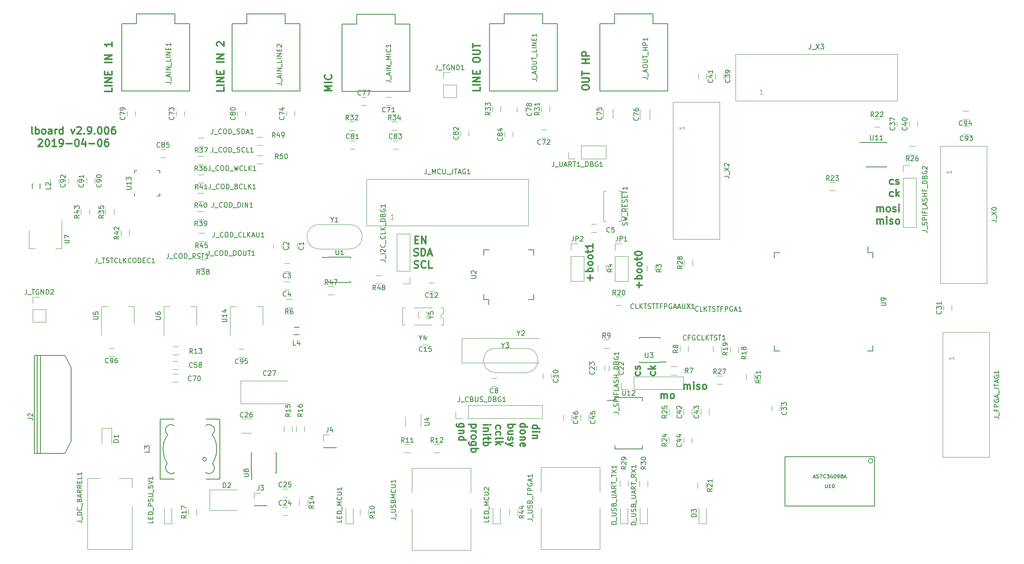
<source format=gbr>
G04 #@! TF.FileFunction,Legend,Top*
%FSLAX46Y46*%
G04 Gerber Fmt 4.6, Leading zero omitted, Abs format (unit mm)*
G04 Created by KiCad (PCBNEW 4.0.7-e2-6376~58~ubuntu16.04.1) date Sat Apr  6 13:35:55 2019*
%MOMM*%
%LPD*%
G01*
G04 APERTURE LIST*
%ADD10C,0.100000*%
%ADD11C,0.300000*%
%ADD12C,0.150000*%
%ADD13C,0.120000*%
%ADD14C,0.127000*%
%ADD15C,0.149860*%
G04 APERTURE END LIST*
D10*
D11*
X188214286Y-123868571D02*
X188214286Y-122868571D01*
X188214286Y-123011429D02*
X188285714Y-122940000D01*
X188428572Y-122868571D01*
X188642857Y-122868571D01*
X188785714Y-122940000D01*
X188857143Y-123082857D01*
X188857143Y-123868571D01*
X188857143Y-123082857D02*
X188928572Y-122940000D01*
X189071429Y-122868571D01*
X189285714Y-122868571D01*
X189428572Y-122940000D01*
X189500000Y-123082857D01*
X189500000Y-123868571D01*
X190214286Y-123868571D02*
X190214286Y-122868571D01*
X190214286Y-122368571D02*
X190142857Y-122440000D01*
X190214286Y-122511429D01*
X190285714Y-122440000D01*
X190214286Y-122368571D01*
X190214286Y-122511429D01*
X190857143Y-123797143D02*
X191000000Y-123868571D01*
X191285715Y-123868571D01*
X191428572Y-123797143D01*
X191500000Y-123654286D01*
X191500000Y-123582857D01*
X191428572Y-123440000D01*
X191285715Y-123368571D01*
X191071429Y-123368571D01*
X190928572Y-123297143D01*
X190857143Y-123154286D01*
X190857143Y-123082857D01*
X190928572Y-122940000D01*
X191071429Y-122868571D01*
X191285715Y-122868571D01*
X191428572Y-122940000D01*
X192357144Y-123868571D02*
X192214286Y-123797143D01*
X192142858Y-123725714D01*
X192071429Y-123582857D01*
X192071429Y-123154286D01*
X192142858Y-123011429D01*
X192214286Y-122940000D01*
X192357144Y-122868571D01*
X192571429Y-122868571D01*
X192714286Y-122940000D01*
X192785715Y-123011429D01*
X192857144Y-123154286D01*
X192857144Y-123582857D01*
X192785715Y-123725714D01*
X192714286Y-123797143D01*
X192571429Y-123868571D01*
X192357144Y-123868571D01*
X183463572Y-125773571D02*
X183463572Y-124773571D01*
X183463572Y-124916429D02*
X183535000Y-124845000D01*
X183677858Y-124773571D01*
X183892143Y-124773571D01*
X184035000Y-124845000D01*
X184106429Y-124987857D01*
X184106429Y-125773571D01*
X184106429Y-124987857D02*
X184177858Y-124845000D01*
X184320715Y-124773571D01*
X184535000Y-124773571D01*
X184677858Y-124845000D01*
X184749286Y-124987857D01*
X184749286Y-125773571D01*
X185677858Y-125773571D02*
X185535000Y-125702143D01*
X185463572Y-125630714D01*
X185392143Y-125487857D01*
X185392143Y-125059286D01*
X185463572Y-124916429D01*
X185535000Y-124845000D01*
X185677858Y-124773571D01*
X185892143Y-124773571D01*
X186035000Y-124845000D01*
X186106429Y-124916429D01*
X186177858Y-125059286D01*
X186177858Y-125487857D01*
X186106429Y-125630714D01*
X186035000Y-125702143D01*
X185892143Y-125773571D01*
X185677858Y-125773571D01*
X182217143Y-120265000D02*
X182288571Y-120407857D01*
X182288571Y-120693571D01*
X182217143Y-120836429D01*
X182145714Y-120907857D01*
X182002857Y-120979286D01*
X181574286Y-120979286D01*
X181431429Y-120907857D01*
X181360000Y-120836429D01*
X181288571Y-120693571D01*
X181288571Y-120407857D01*
X181360000Y-120265000D01*
X182288571Y-119622143D02*
X180788571Y-119622143D01*
X181717143Y-119479286D02*
X182288571Y-119050715D01*
X181288571Y-119050715D02*
X181860000Y-119622143D01*
X179042143Y-120265000D02*
X179113571Y-120407857D01*
X179113571Y-120693571D01*
X179042143Y-120836429D01*
X178970714Y-120907857D01*
X178827857Y-120979286D01*
X178399286Y-120979286D01*
X178256429Y-120907857D01*
X178185000Y-120836429D01*
X178113571Y-120693571D01*
X178113571Y-120407857D01*
X178185000Y-120265000D01*
X179042143Y-119693572D02*
X179113571Y-119550715D01*
X179113571Y-119265000D01*
X179042143Y-119122143D01*
X178899286Y-119050715D01*
X178827857Y-119050715D01*
X178685000Y-119122143D01*
X178613571Y-119265000D01*
X178613571Y-119479286D01*
X178542143Y-119622143D01*
X178399286Y-119693572D01*
X178327857Y-119693572D01*
X178185000Y-119622143D01*
X178113571Y-119479286D01*
X178113571Y-119265000D01*
X178185000Y-119122143D01*
X228219286Y-89578571D02*
X228219286Y-88578571D01*
X228219286Y-88721429D02*
X228290714Y-88650000D01*
X228433572Y-88578571D01*
X228647857Y-88578571D01*
X228790714Y-88650000D01*
X228862143Y-88792857D01*
X228862143Y-89578571D01*
X228862143Y-88792857D02*
X228933572Y-88650000D01*
X229076429Y-88578571D01*
X229290714Y-88578571D01*
X229433572Y-88650000D01*
X229505000Y-88792857D01*
X229505000Y-89578571D01*
X230219286Y-89578571D02*
X230219286Y-88578571D01*
X230219286Y-88078571D02*
X230147857Y-88150000D01*
X230219286Y-88221429D01*
X230290714Y-88150000D01*
X230219286Y-88078571D01*
X230219286Y-88221429D01*
X230862143Y-89507143D02*
X231005000Y-89578571D01*
X231290715Y-89578571D01*
X231433572Y-89507143D01*
X231505000Y-89364286D01*
X231505000Y-89292857D01*
X231433572Y-89150000D01*
X231290715Y-89078571D01*
X231076429Y-89078571D01*
X230933572Y-89007143D01*
X230862143Y-88864286D01*
X230862143Y-88792857D01*
X230933572Y-88650000D01*
X231076429Y-88578571D01*
X231290715Y-88578571D01*
X231433572Y-88650000D01*
X232362144Y-89578571D02*
X232219286Y-89507143D01*
X232147858Y-89435714D01*
X232076429Y-89292857D01*
X232076429Y-88864286D01*
X232147858Y-88721429D01*
X232219286Y-88650000D01*
X232362144Y-88578571D01*
X232576429Y-88578571D01*
X232719286Y-88650000D01*
X232790715Y-88721429D01*
X232862144Y-88864286D01*
X232862144Y-89292857D01*
X232790715Y-89435714D01*
X232719286Y-89507143D01*
X232576429Y-89578571D01*
X232362144Y-89578571D01*
X228219286Y-87038571D02*
X228219286Y-86038571D01*
X228219286Y-86181429D02*
X228290714Y-86110000D01*
X228433572Y-86038571D01*
X228647857Y-86038571D01*
X228790714Y-86110000D01*
X228862143Y-86252857D01*
X228862143Y-87038571D01*
X228862143Y-86252857D02*
X228933572Y-86110000D01*
X229076429Y-86038571D01*
X229290714Y-86038571D01*
X229433572Y-86110000D01*
X229505000Y-86252857D01*
X229505000Y-87038571D01*
X230433572Y-87038571D02*
X230290714Y-86967143D01*
X230219286Y-86895714D01*
X230147857Y-86752857D01*
X230147857Y-86324286D01*
X230219286Y-86181429D01*
X230290714Y-86110000D01*
X230433572Y-86038571D01*
X230647857Y-86038571D01*
X230790714Y-86110000D01*
X230862143Y-86181429D01*
X230933572Y-86324286D01*
X230933572Y-86752857D01*
X230862143Y-86895714D01*
X230790714Y-86967143D01*
X230647857Y-87038571D01*
X230433572Y-87038571D01*
X231505000Y-86967143D02*
X231647857Y-87038571D01*
X231933572Y-87038571D01*
X232076429Y-86967143D01*
X232147857Y-86824286D01*
X232147857Y-86752857D01*
X232076429Y-86610000D01*
X231933572Y-86538571D01*
X231719286Y-86538571D01*
X231576429Y-86467143D01*
X231505000Y-86324286D01*
X231505000Y-86252857D01*
X231576429Y-86110000D01*
X231719286Y-86038571D01*
X231933572Y-86038571D01*
X232076429Y-86110000D01*
X232790715Y-87038571D02*
X232790715Y-86038571D01*
X232790715Y-85538571D02*
X232719286Y-85610000D01*
X232790715Y-85681429D01*
X232862143Y-85610000D01*
X232790715Y-85538571D01*
X232790715Y-85681429D01*
X231525000Y-83792143D02*
X231382143Y-83863571D01*
X231096429Y-83863571D01*
X230953571Y-83792143D01*
X230882143Y-83720714D01*
X230810714Y-83577857D01*
X230810714Y-83149286D01*
X230882143Y-83006429D01*
X230953571Y-82935000D01*
X231096429Y-82863571D01*
X231382143Y-82863571D01*
X231525000Y-82935000D01*
X232167857Y-83863571D02*
X232167857Y-82363571D01*
X232310714Y-83292143D02*
X232739285Y-83863571D01*
X232739285Y-82863571D02*
X232167857Y-83435000D01*
X231525000Y-81252143D02*
X231382143Y-81323571D01*
X231096429Y-81323571D01*
X230953571Y-81252143D01*
X230882143Y-81180714D01*
X230810714Y-81037857D01*
X230810714Y-80609286D01*
X230882143Y-80466429D01*
X230953571Y-80395000D01*
X231096429Y-80323571D01*
X231382143Y-80323571D01*
X231525000Y-80395000D01*
X232096428Y-81252143D02*
X232239285Y-81323571D01*
X232525000Y-81323571D01*
X232667857Y-81252143D01*
X232739285Y-81109286D01*
X232739285Y-81037857D01*
X232667857Y-80895000D01*
X232525000Y-80823571D01*
X232310714Y-80823571D01*
X232167857Y-80752143D01*
X232096428Y-80609286D01*
X232096428Y-80537857D01*
X232167857Y-80395000D01*
X232310714Y-80323571D01*
X232525000Y-80323571D01*
X232667857Y-80395000D01*
X142561429Y-131679286D02*
X141347143Y-131679286D01*
X141204286Y-131607857D01*
X141132857Y-131536429D01*
X141061429Y-131393572D01*
X141061429Y-131179286D01*
X141132857Y-131036429D01*
X141632857Y-131679286D02*
X141561429Y-131536429D01*
X141561429Y-131250715D01*
X141632857Y-131107857D01*
X141704286Y-131036429D01*
X141847143Y-130965000D01*
X142275714Y-130965000D01*
X142418571Y-131036429D01*
X142490000Y-131107857D01*
X142561429Y-131250715D01*
X142561429Y-131536429D01*
X142490000Y-131679286D01*
X142561429Y-132393572D02*
X141561429Y-132393572D01*
X142418571Y-132393572D02*
X142490000Y-132465000D01*
X142561429Y-132607858D01*
X142561429Y-132822143D01*
X142490000Y-132965000D01*
X142347143Y-133036429D01*
X141561429Y-133036429D01*
X141561429Y-134393572D02*
X143061429Y-134393572D01*
X141632857Y-134393572D02*
X141561429Y-134250715D01*
X141561429Y-133965001D01*
X141632857Y-133822143D01*
X141704286Y-133750715D01*
X141847143Y-133679286D01*
X142275714Y-133679286D01*
X142418571Y-133750715D01*
X142490000Y-133822143D01*
X142561429Y-133965001D01*
X142561429Y-134250715D01*
X142490000Y-134393572D01*
X156801429Y-132000714D02*
X158301429Y-132000714D01*
X156872857Y-132000714D02*
X156801429Y-131857857D01*
X156801429Y-131572143D01*
X156872857Y-131429285D01*
X156944286Y-131357857D01*
X157087143Y-131286428D01*
X157515714Y-131286428D01*
X157658571Y-131357857D01*
X157730000Y-131429285D01*
X157801429Y-131572143D01*
X157801429Y-131857857D01*
X157730000Y-132000714D01*
X156801429Y-132715000D02*
X157801429Y-132715000D01*
X158301429Y-132715000D02*
X158230000Y-132643571D01*
X158158571Y-132715000D01*
X158230000Y-132786428D01*
X158301429Y-132715000D01*
X158158571Y-132715000D01*
X157801429Y-133429286D02*
X156801429Y-133429286D01*
X157658571Y-133429286D02*
X157730000Y-133500714D01*
X157801429Y-133643572D01*
X157801429Y-133857857D01*
X157730000Y-134000714D01*
X157587143Y-134072143D01*
X156801429Y-134072143D01*
X154261429Y-131671429D02*
X155761429Y-131671429D01*
X154332857Y-131671429D02*
X154261429Y-131528572D01*
X154261429Y-131242858D01*
X154332857Y-131100000D01*
X154404286Y-131028572D01*
X154547143Y-130957143D01*
X154975714Y-130957143D01*
X155118571Y-131028572D01*
X155190000Y-131100000D01*
X155261429Y-131242858D01*
X155261429Y-131528572D01*
X155190000Y-131671429D01*
X154261429Y-132600001D02*
X154332857Y-132457143D01*
X154404286Y-132385715D01*
X154547143Y-132314286D01*
X154975714Y-132314286D01*
X155118571Y-132385715D01*
X155190000Y-132457143D01*
X155261429Y-132600001D01*
X155261429Y-132814286D01*
X155190000Y-132957143D01*
X155118571Y-133028572D01*
X154975714Y-133100001D01*
X154547143Y-133100001D01*
X154404286Y-133028572D01*
X154332857Y-132957143D01*
X154261429Y-132814286D01*
X154261429Y-132600001D01*
X155261429Y-133742858D02*
X154261429Y-133742858D01*
X155118571Y-133742858D02*
X155190000Y-133814286D01*
X155261429Y-133957144D01*
X155261429Y-134171429D01*
X155190000Y-134314286D01*
X155047143Y-134385715D01*
X154261429Y-134385715D01*
X154332857Y-135671429D02*
X154261429Y-135528572D01*
X154261429Y-135242858D01*
X154332857Y-135100001D01*
X154475714Y-135028572D01*
X155047143Y-135028572D01*
X155190000Y-135100001D01*
X155261429Y-135242858D01*
X155261429Y-135528572D01*
X155190000Y-135671429D01*
X155047143Y-135742858D01*
X154904286Y-135742858D01*
X154761429Y-135028572D01*
X151721429Y-131171429D02*
X153221429Y-131171429D01*
X152650000Y-131171429D02*
X152721429Y-131314286D01*
X152721429Y-131600000D01*
X152650000Y-131742857D01*
X152578571Y-131814286D01*
X152435714Y-131885715D01*
X152007143Y-131885715D01*
X151864286Y-131814286D01*
X151792857Y-131742857D01*
X151721429Y-131600000D01*
X151721429Y-131314286D01*
X151792857Y-131171429D01*
X152721429Y-133171429D02*
X151721429Y-133171429D01*
X152721429Y-132528572D02*
X151935714Y-132528572D01*
X151792857Y-132600000D01*
X151721429Y-132742858D01*
X151721429Y-132957143D01*
X151792857Y-133100000D01*
X151864286Y-133171429D01*
X151792857Y-133814286D02*
X151721429Y-133957143D01*
X151721429Y-134242858D01*
X151792857Y-134385715D01*
X151935714Y-134457143D01*
X152007143Y-134457143D01*
X152150000Y-134385715D01*
X152221429Y-134242858D01*
X152221429Y-134028572D01*
X152292857Y-133885715D01*
X152435714Y-133814286D01*
X152507143Y-133814286D01*
X152650000Y-133885715D01*
X152721429Y-134028572D01*
X152721429Y-134242858D01*
X152650000Y-134385715D01*
X152721429Y-134957144D02*
X151721429Y-135314287D01*
X152721429Y-135671429D02*
X151721429Y-135314287D01*
X151364286Y-135171429D01*
X151292857Y-135100001D01*
X151221429Y-134957144D01*
X149252857Y-132064286D02*
X149181429Y-131921429D01*
X149181429Y-131635715D01*
X149252857Y-131492857D01*
X149324286Y-131421429D01*
X149467143Y-131350000D01*
X149895714Y-131350000D01*
X150038571Y-131421429D01*
X150110000Y-131492857D01*
X150181429Y-131635715D01*
X150181429Y-131921429D01*
X150110000Y-132064286D01*
X149252857Y-133350000D02*
X149181429Y-133207143D01*
X149181429Y-132921429D01*
X149252857Y-132778571D01*
X149324286Y-132707143D01*
X149467143Y-132635714D01*
X149895714Y-132635714D01*
X150038571Y-132707143D01*
X150110000Y-132778571D01*
X150181429Y-132921429D01*
X150181429Y-133207143D01*
X150110000Y-133350000D01*
X149181429Y-134207143D02*
X149252857Y-134064285D01*
X149395714Y-133992857D01*
X150681429Y-133992857D01*
X149181429Y-134778571D02*
X150681429Y-134778571D01*
X149752857Y-134921428D02*
X149181429Y-135349999D01*
X150181429Y-135349999D02*
X149610000Y-134778571D01*
X146641429Y-131207143D02*
X147641429Y-131207143D01*
X148141429Y-131207143D02*
X148070000Y-131135714D01*
X147998571Y-131207143D01*
X148070000Y-131278571D01*
X148141429Y-131207143D01*
X147998571Y-131207143D01*
X147641429Y-131921429D02*
X146641429Y-131921429D01*
X147498571Y-131921429D02*
X147570000Y-131992857D01*
X147641429Y-132135715D01*
X147641429Y-132350000D01*
X147570000Y-132492857D01*
X147427143Y-132564286D01*
X146641429Y-132564286D01*
X146641429Y-133278572D02*
X147641429Y-133278572D01*
X148141429Y-133278572D02*
X148070000Y-133207143D01*
X147998571Y-133278572D01*
X148070000Y-133350000D01*
X148141429Y-133278572D01*
X147998571Y-133278572D01*
X147641429Y-133778572D02*
X147641429Y-134350001D01*
X148141429Y-133992858D02*
X146855714Y-133992858D01*
X146712857Y-134064286D01*
X146641429Y-134207144D01*
X146641429Y-134350001D01*
X146641429Y-134850001D02*
X148141429Y-134850001D01*
X147570000Y-134850001D02*
X147641429Y-134992858D01*
X147641429Y-135278572D01*
X147570000Y-135421429D01*
X147498571Y-135492858D01*
X147355714Y-135564287D01*
X146927143Y-135564287D01*
X146784286Y-135492858D01*
X146712857Y-135421429D01*
X146641429Y-135278572D01*
X146641429Y-134992858D01*
X146712857Y-134850001D01*
X145101429Y-131163572D02*
X143601429Y-131163572D01*
X145030000Y-131163572D02*
X145101429Y-131306429D01*
X145101429Y-131592143D01*
X145030000Y-131735000D01*
X144958571Y-131806429D01*
X144815714Y-131877858D01*
X144387143Y-131877858D01*
X144244286Y-131806429D01*
X144172857Y-131735000D01*
X144101429Y-131592143D01*
X144101429Y-131306429D01*
X144172857Y-131163572D01*
X144101429Y-132520715D02*
X145101429Y-132520715D01*
X144815714Y-132520715D02*
X144958571Y-132592143D01*
X145030000Y-132663572D01*
X145101429Y-132806429D01*
X145101429Y-132949286D01*
X144101429Y-133663572D02*
X144172857Y-133520714D01*
X144244286Y-133449286D01*
X144387143Y-133377857D01*
X144815714Y-133377857D01*
X144958571Y-133449286D01*
X145030000Y-133520714D01*
X145101429Y-133663572D01*
X145101429Y-133877857D01*
X145030000Y-134020714D01*
X144958571Y-134092143D01*
X144815714Y-134163572D01*
X144387143Y-134163572D01*
X144244286Y-134092143D01*
X144172857Y-134020714D01*
X144101429Y-133877857D01*
X144101429Y-133663572D01*
X145101429Y-135449286D02*
X143887143Y-135449286D01*
X143744286Y-135377857D01*
X143672857Y-135306429D01*
X143601429Y-135163572D01*
X143601429Y-134949286D01*
X143672857Y-134806429D01*
X144172857Y-135449286D02*
X144101429Y-135306429D01*
X144101429Y-135020715D01*
X144172857Y-134877857D01*
X144244286Y-134806429D01*
X144387143Y-134735000D01*
X144815714Y-134735000D01*
X144958571Y-134806429D01*
X145030000Y-134877857D01*
X145101429Y-135020715D01*
X145101429Y-135306429D01*
X145030000Y-135449286D01*
X144101429Y-136163572D02*
X145601429Y-136163572D01*
X145030000Y-136163572D02*
X145101429Y-136306429D01*
X145101429Y-136592143D01*
X145030000Y-136735000D01*
X144958571Y-136806429D01*
X144815714Y-136877858D01*
X144387143Y-136877858D01*
X144244286Y-136806429D01*
X144172857Y-136735000D01*
X144101429Y-136592143D01*
X144101429Y-136306429D01*
X144172857Y-136163572D01*
X145966571Y-61221429D02*
X145966571Y-61935715D01*
X144466571Y-61935715D01*
X145966571Y-60721429D02*
X144466571Y-60721429D01*
X145966571Y-60007143D02*
X144466571Y-60007143D01*
X145966571Y-59150000D01*
X144466571Y-59150000D01*
X145180857Y-58435714D02*
X145180857Y-57935714D01*
X145966571Y-57721428D02*
X145966571Y-58435714D01*
X144466571Y-58435714D01*
X144466571Y-57721428D01*
X144466571Y-55650000D02*
X144466571Y-55364286D01*
X144538000Y-55221428D01*
X144680857Y-55078571D01*
X144966571Y-55007143D01*
X145466571Y-55007143D01*
X145752286Y-55078571D01*
X145895143Y-55221428D01*
X145966571Y-55364286D01*
X145966571Y-55650000D01*
X145895143Y-55792857D01*
X145752286Y-55935714D01*
X145466571Y-56007143D01*
X144966571Y-56007143D01*
X144680857Y-55935714D01*
X144538000Y-55792857D01*
X144466571Y-55650000D01*
X144466571Y-54364285D02*
X145680857Y-54364285D01*
X145823714Y-54292857D01*
X145895143Y-54221428D01*
X145966571Y-54078571D01*
X145966571Y-53792857D01*
X145895143Y-53649999D01*
X145823714Y-53578571D01*
X145680857Y-53507142D01*
X144466571Y-53507142D01*
X144466571Y-53007142D02*
X144466571Y-52149999D01*
X145966571Y-52578570D02*
X144466571Y-52578570D01*
X167072571Y-61392143D02*
X167072571Y-61106429D01*
X167144000Y-60963571D01*
X167286857Y-60820714D01*
X167572571Y-60749286D01*
X168072571Y-60749286D01*
X168358286Y-60820714D01*
X168501143Y-60963571D01*
X168572571Y-61106429D01*
X168572571Y-61392143D01*
X168501143Y-61535000D01*
X168358286Y-61677857D01*
X168072571Y-61749286D01*
X167572571Y-61749286D01*
X167286857Y-61677857D01*
X167144000Y-61535000D01*
X167072571Y-61392143D01*
X167072571Y-60106428D02*
X168286857Y-60106428D01*
X168429714Y-60035000D01*
X168501143Y-59963571D01*
X168572571Y-59820714D01*
X168572571Y-59535000D01*
X168501143Y-59392142D01*
X168429714Y-59320714D01*
X168286857Y-59249285D01*
X167072571Y-59249285D01*
X167072571Y-58749285D02*
X167072571Y-57892142D01*
X168572571Y-58320713D02*
X167072571Y-58320713D01*
X168572571Y-56249285D02*
X167072571Y-56249285D01*
X167786857Y-56249285D02*
X167786857Y-55392142D01*
X168572571Y-55392142D02*
X167072571Y-55392142D01*
X168572571Y-54677856D02*
X167072571Y-54677856D01*
X167072571Y-54106428D01*
X167144000Y-53963570D01*
X167215429Y-53892142D01*
X167358286Y-53820713D01*
X167572571Y-53820713D01*
X167715429Y-53892142D01*
X167786857Y-53963570D01*
X167858286Y-54106428D01*
X167858286Y-54677856D01*
X115232571Y-61932143D02*
X113732571Y-61932143D01*
X114804000Y-61432143D01*
X113732571Y-60932143D01*
X115232571Y-60932143D01*
X115232571Y-60217857D02*
X113732571Y-60217857D01*
X115089714Y-58646428D02*
X115161143Y-58717857D01*
X115232571Y-58932143D01*
X115232571Y-59075000D01*
X115161143Y-59289285D01*
X115018286Y-59432143D01*
X114875429Y-59503571D01*
X114589714Y-59575000D01*
X114375429Y-59575000D01*
X114089714Y-59503571D01*
X113946857Y-59432143D01*
X113804000Y-59289285D01*
X113732571Y-59075000D01*
X113732571Y-58932143D01*
X113804000Y-58717857D01*
X113875429Y-58646428D01*
X92880571Y-61253143D02*
X92880571Y-61967429D01*
X91380571Y-61967429D01*
X92880571Y-60753143D02*
X91380571Y-60753143D01*
X92880571Y-60038857D02*
X91380571Y-60038857D01*
X92880571Y-59181714D01*
X91380571Y-59181714D01*
X92094857Y-58467428D02*
X92094857Y-57967428D01*
X92880571Y-57753142D02*
X92880571Y-58467428D01*
X91380571Y-58467428D01*
X91380571Y-57753142D01*
X92880571Y-55967428D02*
X91380571Y-55967428D01*
X92880571Y-55253142D02*
X91380571Y-55253142D01*
X92880571Y-54395999D01*
X91380571Y-54395999D01*
X91523429Y-52610285D02*
X91452000Y-52538856D01*
X91380571Y-52395999D01*
X91380571Y-52038856D01*
X91452000Y-51895999D01*
X91523429Y-51824570D01*
X91666286Y-51753142D01*
X91809143Y-51753142D01*
X92023429Y-51824570D01*
X92880571Y-52681713D01*
X92880571Y-51753142D01*
X69639571Y-61380143D02*
X69639571Y-62094429D01*
X68139571Y-62094429D01*
X69639571Y-60880143D02*
X68139571Y-60880143D01*
X69639571Y-60165857D02*
X68139571Y-60165857D01*
X69639571Y-59308714D01*
X68139571Y-59308714D01*
X68853857Y-58594428D02*
X68853857Y-58094428D01*
X69639571Y-57880142D02*
X69639571Y-58594428D01*
X68139571Y-58594428D01*
X68139571Y-57880142D01*
X69639571Y-56094428D02*
X68139571Y-56094428D01*
X69639571Y-55380142D02*
X68139571Y-55380142D01*
X69639571Y-54522999D01*
X68139571Y-54522999D01*
X69639571Y-51880142D02*
X69639571Y-52737285D01*
X69639571Y-52308713D02*
X68139571Y-52308713D01*
X68353857Y-52451570D01*
X68496714Y-52594428D01*
X68568143Y-52737285D01*
X53293430Y-70904571D02*
X53150572Y-70833143D01*
X53079144Y-70690286D01*
X53079144Y-69404571D01*
X53864858Y-70904571D02*
X53864858Y-69404571D01*
X53864858Y-69976000D02*
X54007715Y-69904571D01*
X54293429Y-69904571D01*
X54436286Y-69976000D01*
X54507715Y-70047429D01*
X54579144Y-70190286D01*
X54579144Y-70618857D01*
X54507715Y-70761714D01*
X54436286Y-70833143D01*
X54293429Y-70904571D01*
X54007715Y-70904571D01*
X53864858Y-70833143D01*
X55436287Y-70904571D02*
X55293429Y-70833143D01*
X55222001Y-70761714D01*
X55150572Y-70618857D01*
X55150572Y-70190286D01*
X55222001Y-70047429D01*
X55293429Y-69976000D01*
X55436287Y-69904571D01*
X55650572Y-69904571D01*
X55793429Y-69976000D01*
X55864858Y-70047429D01*
X55936287Y-70190286D01*
X55936287Y-70618857D01*
X55864858Y-70761714D01*
X55793429Y-70833143D01*
X55650572Y-70904571D01*
X55436287Y-70904571D01*
X57222001Y-70904571D02*
X57222001Y-70118857D01*
X57150572Y-69976000D01*
X57007715Y-69904571D01*
X56722001Y-69904571D01*
X56579144Y-69976000D01*
X57222001Y-70833143D02*
X57079144Y-70904571D01*
X56722001Y-70904571D01*
X56579144Y-70833143D01*
X56507715Y-70690286D01*
X56507715Y-70547429D01*
X56579144Y-70404571D01*
X56722001Y-70333143D01*
X57079144Y-70333143D01*
X57222001Y-70261714D01*
X57936287Y-70904571D02*
X57936287Y-69904571D01*
X57936287Y-70190286D02*
X58007715Y-70047429D01*
X58079144Y-69976000D01*
X58222001Y-69904571D01*
X58364858Y-69904571D01*
X59507715Y-70904571D02*
X59507715Y-69404571D01*
X59507715Y-70833143D02*
X59364858Y-70904571D01*
X59079144Y-70904571D01*
X58936286Y-70833143D01*
X58864858Y-70761714D01*
X58793429Y-70618857D01*
X58793429Y-70190286D01*
X58864858Y-70047429D01*
X58936286Y-69976000D01*
X59079144Y-69904571D01*
X59364858Y-69904571D01*
X59507715Y-69976000D01*
X61222001Y-69904571D02*
X61579144Y-70904571D01*
X61936286Y-69904571D01*
X62436286Y-69547429D02*
X62507715Y-69476000D01*
X62650572Y-69404571D01*
X63007715Y-69404571D01*
X63150572Y-69476000D01*
X63222001Y-69547429D01*
X63293429Y-69690286D01*
X63293429Y-69833143D01*
X63222001Y-70047429D01*
X62364858Y-70904571D01*
X63293429Y-70904571D01*
X63936286Y-70761714D02*
X64007714Y-70833143D01*
X63936286Y-70904571D01*
X63864857Y-70833143D01*
X63936286Y-70761714D01*
X63936286Y-70904571D01*
X64722000Y-70904571D02*
X65007715Y-70904571D01*
X65150572Y-70833143D01*
X65222000Y-70761714D01*
X65364858Y-70547429D01*
X65436286Y-70261714D01*
X65436286Y-69690286D01*
X65364858Y-69547429D01*
X65293429Y-69476000D01*
X65150572Y-69404571D01*
X64864858Y-69404571D01*
X64722000Y-69476000D01*
X64650572Y-69547429D01*
X64579143Y-69690286D01*
X64579143Y-70047429D01*
X64650572Y-70190286D01*
X64722000Y-70261714D01*
X64864858Y-70333143D01*
X65150572Y-70333143D01*
X65293429Y-70261714D01*
X65364858Y-70190286D01*
X65436286Y-70047429D01*
X66079143Y-70761714D02*
X66150571Y-70833143D01*
X66079143Y-70904571D01*
X66007714Y-70833143D01*
X66079143Y-70761714D01*
X66079143Y-70904571D01*
X67079143Y-69404571D02*
X67222000Y-69404571D01*
X67364857Y-69476000D01*
X67436286Y-69547429D01*
X67507715Y-69690286D01*
X67579143Y-69976000D01*
X67579143Y-70333143D01*
X67507715Y-70618857D01*
X67436286Y-70761714D01*
X67364857Y-70833143D01*
X67222000Y-70904571D01*
X67079143Y-70904571D01*
X66936286Y-70833143D01*
X66864857Y-70761714D01*
X66793429Y-70618857D01*
X66722000Y-70333143D01*
X66722000Y-69976000D01*
X66793429Y-69690286D01*
X66864857Y-69547429D01*
X66936286Y-69476000D01*
X67079143Y-69404571D01*
X68507714Y-69404571D02*
X68650571Y-69404571D01*
X68793428Y-69476000D01*
X68864857Y-69547429D01*
X68936286Y-69690286D01*
X69007714Y-69976000D01*
X69007714Y-70333143D01*
X68936286Y-70618857D01*
X68864857Y-70761714D01*
X68793428Y-70833143D01*
X68650571Y-70904571D01*
X68507714Y-70904571D01*
X68364857Y-70833143D01*
X68293428Y-70761714D01*
X68222000Y-70618857D01*
X68150571Y-70333143D01*
X68150571Y-69976000D01*
X68222000Y-69690286D01*
X68293428Y-69547429D01*
X68364857Y-69476000D01*
X68507714Y-69404571D01*
X70293428Y-69404571D02*
X70007714Y-69404571D01*
X69864857Y-69476000D01*
X69793428Y-69547429D01*
X69650571Y-69761714D01*
X69579142Y-70047429D01*
X69579142Y-70618857D01*
X69650571Y-70761714D01*
X69721999Y-70833143D01*
X69864857Y-70904571D01*
X70150571Y-70904571D01*
X70293428Y-70833143D01*
X70364857Y-70761714D01*
X70436285Y-70618857D01*
X70436285Y-70261714D01*
X70364857Y-70118857D01*
X70293428Y-70047429D01*
X70150571Y-69976000D01*
X69864857Y-69976000D01*
X69721999Y-70047429D01*
X69650571Y-70118857D01*
X69579142Y-70261714D01*
X54436287Y-72097429D02*
X54507716Y-72026000D01*
X54650573Y-71954571D01*
X55007716Y-71954571D01*
X55150573Y-72026000D01*
X55222002Y-72097429D01*
X55293430Y-72240286D01*
X55293430Y-72383143D01*
X55222002Y-72597429D01*
X54364859Y-73454571D01*
X55293430Y-73454571D01*
X56222001Y-71954571D02*
X56364858Y-71954571D01*
X56507715Y-72026000D01*
X56579144Y-72097429D01*
X56650573Y-72240286D01*
X56722001Y-72526000D01*
X56722001Y-72883143D01*
X56650573Y-73168857D01*
X56579144Y-73311714D01*
X56507715Y-73383143D01*
X56364858Y-73454571D01*
X56222001Y-73454571D01*
X56079144Y-73383143D01*
X56007715Y-73311714D01*
X55936287Y-73168857D01*
X55864858Y-72883143D01*
X55864858Y-72526000D01*
X55936287Y-72240286D01*
X56007715Y-72097429D01*
X56079144Y-72026000D01*
X56222001Y-71954571D01*
X58150572Y-73454571D02*
X57293429Y-73454571D01*
X57722001Y-73454571D02*
X57722001Y-71954571D01*
X57579144Y-72168857D01*
X57436286Y-72311714D01*
X57293429Y-72383143D01*
X58864857Y-73454571D02*
X59150572Y-73454571D01*
X59293429Y-73383143D01*
X59364857Y-73311714D01*
X59507715Y-73097429D01*
X59579143Y-72811714D01*
X59579143Y-72240286D01*
X59507715Y-72097429D01*
X59436286Y-72026000D01*
X59293429Y-71954571D01*
X59007715Y-71954571D01*
X58864857Y-72026000D01*
X58793429Y-72097429D01*
X58722000Y-72240286D01*
X58722000Y-72597429D01*
X58793429Y-72740286D01*
X58864857Y-72811714D01*
X59007715Y-72883143D01*
X59293429Y-72883143D01*
X59436286Y-72811714D01*
X59507715Y-72740286D01*
X59579143Y-72597429D01*
X60222000Y-72883143D02*
X61364857Y-72883143D01*
X62364857Y-71954571D02*
X62507714Y-71954571D01*
X62650571Y-72026000D01*
X62722000Y-72097429D01*
X62793429Y-72240286D01*
X62864857Y-72526000D01*
X62864857Y-72883143D01*
X62793429Y-73168857D01*
X62722000Y-73311714D01*
X62650571Y-73383143D01*
X62507714Y-73454571D01*
X62364857Y-73454571D01*
X62222000Y-73383143D01*
X62150571Y-73311714D01*
X62079143Y-73168857D01*
X62007714Y-72883143D01*
X62007714Y-72526000D01*
X62079143Y-72240286D01*
X62150571Y-72097429D01*
X62222000Y-72026000D01*
X62364857Y-71954571D01*
X64150571Y-72454571D02*
X64150571Y-73454571D01*
X63793428Y-71883143D02*
X63436285Y-72954571D01*
X64364857Y-72954571D01*
X64936285Y-72883143D02*
X66079142Y-72883143D01*
X67079142Y-71954571D02*
X67221999Y-71954571D01*
X67364856Y-72026000D01*
X67436285Y-72097429D01*
X67507714Y-72240286D01*
X67579142Y-72526000D01*
X67579142Y-72883143D01*
X67507714Y-73168857D01*
X67436285Y-73311714D01*
X67364856Y-73383143D01*
X67221999Y-73454571D01*
X67079142Y-73454571D01*
X66936285Y-73383143D01*
X66864856Y-73311714D01*
X66793428Y-73168857D01*
X66721999Y-72883143D01*
X66721999Y-72526000D01*
X66793428Y-72240286D01*
X66864856Y-72097429D01*
X66936285Y-72026000D01*
X67079142Y-71954571D01*
X68864856Y-71954571D02*
X68579142Y-71954571D01*
X68436285Y-72026000D01*
X68364856Y-72097429D01*
X68221999Y-72311714D01*
X68150570Y-72597429D01*
X68150570Y-73168857D01*
X68221999Y-73311714D01*
X68293427Y-73383143D01*
X68436285Y-73454571D01*
X68721999Y-73454571D01*
X68864856Y-73383143D01*
X68936285Y-73311714D01*
X69007713Y-73168857D01*
X69007713Y-72811714D01*
X68936285Y-72668857D01*
X68864856Y-72597429D01*
X68721999Y-72526000D01*
X68436285Y-72526000D01*
X68293427Y-72597429D01*
X68221999Y-72668857D01*
X68150570Y-72811714D01*
X178923143Y-102810000D02*
X178923143Y-101667143D01*
X179494571Y-102238572D02*
X178351714Y-102238572D01*
X179494571Y-100952857D02*
X177994571Y-100952857D01*
X178566000Y-100952857D02*
X178494571Y-100810000D01*
X178494571Y-100524286D01*
X178566000Y-100381429D01*
X178637429Y-100310000D01*
X178780286Y-100238571D01*
X179208857Y-100238571D01*
X179351714Y-100310000D01*
X179423143Y-100381429D01*
X179494571Y-100524286D01*
X179494571Y-100810000D01*
X179423143Y-100952857D01*
X179494571Y-99381428D02*
X179423143Y-99524286D01*
X179351714Y-99595714D01*
X179208857Y-99667143D01*
X178780286Y-99667143D01*
X178637429Y-99595714D01*
X178566000Y-99524286D01*
X178494571Y-99381428D01*
X178494571Y-99167143D01*
X178566000Y-99024286D01*
X178637429Y-98952857D01*
X178780286Y-98881428D01*
X179208857Y-98881428D01*
X179351714Y-98952857D01*
X179423143Y-99024286D01*
X179494571Y-99167143D01*
X179494571Y-99381428D01*
X179494571Y-98024285D02*
X179423143Y-98167143D01*
X179351714Y-98238571D01*
X179208857Y-98310000D01*
X178780286Y-98310000D01*
X178637429Y-98238571D01*
X178566000Y-98167143D01*
X178494571Y-98024285D01*
X178494571Y-97810000D01*
X178566000Y-97667143D01*
X178637429Y-97595714D01*
X178780286Y-97524285D01*
X179208857Y-97524285D01*
X179351714Y-97595714D01*
X179423143Y-97667143D01*
X179494571Y-97810000D01*
X179494571Y-98024285D01*
X178494571Y-97095714D02*
X178494571Y-96524285D01*
X177994571Y-96881428D02*
X179280286Y-96881428D01*
X179423143Y-96810000D01*
X179494571Y-96667142D01*
X179494571Y-96524285D01*
X177994571Y-95738571D02*
X177994571Y-95595714D01*
X178066000Y-95452857D01*
X178137429Y-95381428D01*
X178280286Y-95309999D01*
X178566000Y-95238571D01*
X178923143Y-95238571D01*
X179208857Y-95309999D01*
X179351714Y-95381428D01*
X179423143Y-95452857D01*
X179494571Y-95595714D01*
X179494571Y-95738571D01*
X179423143Y-95881428D01*
X179351714Y-95952857D01*
X179208857Y-96024285D01*
X178923143Y-96095714D01*
X178566000Y-96095714D01*
X178280286Y-96024285D01*
X178137429Y-95952857D01*
X178066000Y-95881428D01*
X177994571Y-95738571D01*
X132290572Y-96111143D02*
X132504858Y-96182571D01*
X132862001Y-96182571D01*
X133004858Y-96111143D01*
X133076287Y-96039714D01*
X133147715Y-95896857D01*
X133147715Y-95754000D01*
X133076287Y-95611143D01*
X133004858Y-95539714D01*
X132862001Y-95468286D01*
X132576287Y-95396857D01*
X132433429Y-95325429D01*
X132362001Y-95254000D01*
X132290572Y-95111143D01*
X132290572Y-94968286D01*
X132362001Y-94825429D01*
X132433429Y-94754000D01*
X132576287Y-94682571D01*
X132933429Y-94682571D01*
X133147715Y-94754000D01*
X133790572Y-96182571D02*
X133790572Y-94682571D01*
X134147715Y-94682571D01*
X134362000Y-94754000D01*
X134504858Y-94896857D01*
X134576286Y-95039714D01*
X134647715Y-95325429D01*
X134647715Y-95539714D01*
X134576286Y-95825429D01*
X134504858Y-95968286D01*
X134362000Y-96111143D01*
X134147715Y-96182571D01*
X133790572Y-96182571D01*
X135219143Y-95754000D02*
X135933429Y-95754000D01*
X135076286Y-96182571D02*
X135576286Y-94682571D01*
X136076286Y-96182571D01*
X132496857Y-92856857D02*
X132996857Y-92856857D01*
X133211143Y-93642571D02*
X132496857Y-93642571D01*
X132496857Y-92142571D01*
X133211143Y-92142571D01*
X133854000Y-93642571D02*
X133854000Y-92142571D01*
X134711143Y-93642571D01*
X134711143Y-92142571D01*
X132326286Y-98651143D02*
X132540572Y-98722571D01*
X132897715Y-98722571D01*
X133040572Y-98651143D01*
X133112001Y-98579714D01*
X133183429Y-98436857D01*
X133183429Y-98294000D01*
X133112001Y-98151143D01*
X133040572Y-98079714D01*
X132897715Y-98008286D01*
X132612001Y-97936857D01*
X132469143Y-97865429D01*
X132397715Y-97794000D01*
X132326286Y-97651143D01*
X132326286Y-97508286D01*
X132397715Y-97365429D01*
X132469143Y-97294000D01*
X132612001Y-97222571D01*
X132969143Y-97222571D01*
X133183429Y-97294000D01*
X134683429Y-98579714D02*
X134612000Y-98651143D01*
X134397714Y-98722571D01*
X134254857Y-98722571D01*
X134040572Y-98651143D01*
X133897714Y-98508286D01*
X133826286Y-98365429D01*
X133754857Y-98079714D01*
X133754857Y-97865429D01*
X133826286Y-97579714D01*
X133897714Y-97436857D01*
X134040572Y-97294000D01*
X134254857Y-97222571D01*
X134397714Y-97222571D01*
X134612000Y-97294000D01*
X134683429Y-97365429D01*
X136040572Y-98722571D02*
X135326286Y-98722571D01*
X135326286Y-97222571D01*
X168763143Y-101286000D02*
X168763143Y-100143143D01*
X169334571Y-100714572D02*
X168191714Y-100714572D01*
X169334571Y-99428857D02*
X167834571Y-99428857D01*
X168406000Y-99428857D02*
X168334571Y-99286000D01*
X168334571Y-99000286D01*
X168406000Y-98857429D01*
X168477429Y-98786000D01*
X168620286Y-98714571D01*
X169048857Y-98714571D01*
X169191714Y-98786000D01*
X169263143Y-98857429D01*
X169334571Y-99000286D01*
X169334571Y-99286000D01*
X169263143Y-99428857D01*
X169334571Y-97857428D02*
X169263143Y-98000286D01*
X169191714Y-98071714D01*
X169048857Y-98143143D01*
X168620286Y-98143143D01*
X168477429Y-98071714D01*
X168406000Y-98000286D01*
X168334571Y-97857428D01*
X168334571Y-97643143D01*
X168406000Y-97500286D01*
X168477429Y-97428857D01*
X168620286Y-97357428D01*
X169048857Y-97357428D01*
X169191714Y-97428857D01*
X169263143Y-97500286D01*
X169334571Y-97643143D01*
X169334571Y-97857428D01*
X169334571Y-96500285D02*
X169263143Y-96643143D01*
X169191714Y-96714571D01*
X169048857Y-96786000D01*
X168620286Y-96786000D01*
X168477429Y-96714571D01*
X168406000Y-96643143D01*
X168334571Y-96500285D01*
X168334571Y-96286000D01*
X168406000Y-96143143D01*
X168477429Y-96071714D01*
X168620286Y-96000285D01*
X169048857Y-96000285D01*
X169191714Y-96071714D01*
X169263143Y-96143143D01*
X169334571Y-96286000D01*
X169334571Y-96500285D01*
X168334571Y-95571714D02*
X168334571Y-95000285D01*
X167834571Y-95357428D02*
X169120286Y-95357428D01*
X169263143Y-95286000D01*
X169334571Y-95143142D01*
X169334571Y-95000285D01*
X169334571Y-93714571D02*
X169334571Y-94571714D01*
X169334571Y-94143142D02*
X167834571Y-94143142D01*
X168048857Y-94285999D01*
X168191714Y-94428857D01*
X168263143Y-94571714D01*
D12*
X183177000Y-118272000D02*
X183177000Y-118222000D01*
X179027000Y-118272000D02*
X179027000Y-118127000D01*
X179027000Y-113122000D02*
X179027000Y-113267000D01*
X183177000Y-113122000D02*
X183177000Y-113267000D01*
X183177000Y-118272000D02*
X179027000Y-118272000D01*
X183177000Y-113122000D02*
X179027000Y-113122000D01*
X183177000Y-118222000D02*
X184577000Y-118222000D01*
X173865000Y-125578000D02*
X173865000Y-126153000D01*
X179615000Y-125578000D02*
X179615000Y-126228000D01*
X179615000Y-136228000D02*
X179615000Y-135578000D01*
X173865000Y-136228000D02*
X173865000Y-135578000D01*
X173865000Y-125578000D02*
X179615000Y-125578000D01*
X173865000Y-136228000D02*
X179615000Y-136228000D01*
X173865000Y-126153000D02*
X172265000Y-126153000D01*
D13*
X96377000Y-122060000D02*
X105977000Y-122060000D01*
X96377000Y-126860000D02*
X105977000Y-126860000D01*
X96377000Y-122060000D02*
X96377000Y-126860000D01*
X198886000Y-54382000D02*
X232406000Y-54382000D01*
X232406000Y-54382000D02*
X232406000Y-63982000D01*
X232406000Y-63982000D02*
X198886000Y-63982000D01*
X198886000Y-63982000D02*
X198886000Y-54382000D01*
X195554000Y-64266000D02*
X195554000Y-92706000D01*
X195554000Y-92706000D02*
X185954000Y-92706000D01*
X185954000Y-92706000D02*
X185954000Y-64266000D01*
X185954000Y-64266000D02*
X195554000Y-64266000D01*
X164786000Y-101406000D02*
X167446000Y-101406000D01*
X164786000Y-96266000D02*
X164786000Y-101406000D01*
X167446000Y-96266000D02*
X167446000Y-101406000D01*
X164786000Y-96266000D02*
X167446000Y-96266000D01*
X164786000Y-94996000D02*
X164786000Y-93666000D01*
X164786000Y-93666000D02*
X166116000Y-93666000D01*
D12*
X146717000Y-105251000D02*
X147717000Y-105251000D01*
X146717000Y-94901000D02*
X147792000Y-94901000D01*
X157067000Y-94901000D02*
X155992000Y-94901000D01*
X157067000Y-105251000D02*
X155992000Y-105251000D01*
X146717000Y-105251000D02*
X146717000Y-104176000D01*
X157067000Y-105251000D02*
X157067000Y-104176000D01*
X157067000Y-94901000D02*
X157067000Y-95976000D01*
X146717000Y-94901000D02*
X146717000Y-95976000D01*
X147717000Y-105251000D02*
X147717000Y-106276000D01*
D13*
X173930000Y-101406000D02*
X176590000Y-101406000D01*
X173930000Y-96266000D02*
X173930000Y-101406000D01*
X176590000Y-96266000D02*
X176590000Y-101406000D01*
X173930000Y-96266000D02*
X176590000Y-96266000D01*
X173930000Y-94996000D02*
X173930000Y-93666000D01*
X173930000Y-93666000D02*
X175260000Y-93666000D01*
X130382000Y-110512000D02*
X129912000Y-110512000D01*
X129912000Y-110512000D02*
X129912000Y-106912000D01*
X129912000Y-106912000D02*
X130382000Y-106912000D01*
X136012000Y-110512000D02*
X132212000Y-110512000D01*
X138312000Y-109212000D02*
X138312000Y-110512000D01*
X138312000Y-106912000D02*
X138312000Y-108212000D01*
X138312000Y-110512000D02*
X137842000Y-110512000D01*
X138312000Y-106912000D02*
X137842000Y-106912000D01*
X132212000Y-106912000D02*
X136012000Y-106912000D01*
X138312000Y-108212000D02*
G75*
G03X138312000Y-109212000I0J-500000D01*
G01*
X134120000Y-114642000D02*
X135120000Y-114642000D01*
X135120000Y-112942000D02*
X134120000Y-112942000D01*
X135410000Y-103466000D02*
X136410000Y-103466000D01*
X136410000Y-101766000D02*
X135410000Y-101766000D01*
X131378000Y-91634000D02*
X128718000Y-91634000D01*
X131378000Y-99314000D02*
X131378000Y-91634000D01*
X128718000Y-99314000D02*
X128718000Y-91634000D01*
X131378000Y-99314000D02*
X128718000Y-99314000D01*
X131378000Y-100584000D02*
X131378000Y-101914000D01*
X131378000Y-101914000D02*
X130048000Y-101914000D01*
X134812652Y-109195390D02*
G75*
G03X134812000Y-107696000I-700652J749390D01*
G01*
X133411348Y-109195390D02*
G75*
G02X133412000Y-107696000I700652J749390D01*
G01*
X175205000Y-88952000D02*
X174555000Y-88952000D01*
X171505000Y-88952000D02*
X172155000Y-88952000D01*
X172155000Y-82752000D02*
X171505000Y-82752000D01*
X175205000Y-82752000D02*
X174555000Y-82752000D01*
X175205000Y-88952000D02*
X175205000Y-82752000D01*
X171505000Y-82752000D02*
X171505000Y-88952000D01*
X169025000Y-91274000D02*
X170025000Y-91274000D01*
X170025000Y-89574000D02*
X169025000Y-89574000D01*
X148344000Y-123278000D02*
X149344000Y-123278000D01*
X149344000Y-121578000D02*
X148344000Y-121578000D01*
X122432000Y-80290000D02*
X155952000Y-80290000D01*
X155952000Y-80290000D02*
X155952000Y-89890000D01*
X155952000Y-89890000D02*
X122432000Y-89890000D01*
X122432000Y-89890000D02*
X122432000Y-80290000D01*
X131490000Y-137024000D02*
X130290000Y-137024000D01*
X130290000Y-135264000D02*
X131490000Y-135264000D01*
X131822000Y-148622000D02*
X131822000Y-157262000D01*
X131822000Y-140242000D02*
X131822000Y-145322000D01*
X144022000Y-148622000D02*
X144022000Y-157262000D01*
X144022000Y-140242000D02*
X144022000Y-145322000D01*
X144022000Y-157262000D02*
X131822000Y-157262000D01*
X131822000Y-140242000D02*
X144022000Y-140242000D01*
X137586000Y-137024000D02*
X136386000Y-137024000D01*
X136386000Y-135264000D02*
X137586000Y-135264000D01*
X130470000Y-129656000D02*
X130470000Y-131456000D01*
X133690000Y-131456000D02*
X133690000Y-129006000D01*
X158141500Y-113274000D02*
X142166500Y-113274000D01*
X142166500Y-113274000D02*
X142166500Y-118374000D01*
X142166500Y-118374000D02*
X158141500Y-118374000D01*
X160743000Y-121638000D02*
X160743000Y-120638000D01*
X159043000Y-120638000D02*
X159043000Y-121638000D01*
X158810000Y-129854000D02*
X158810000Y-127194000D01*
X143510000Y-129854000D02*
X158810000Y-129854000D01*
X143510000Y-127194000D02*
X158810000Y-127194000D01*
X143510000Y-129854000D02*
X143510000Y-127194000D01*
X142240000Y-129854000D02*
X140910000Y-129854000D01*
X140910000Y-129854000D02*
X140910000Y-128524000D01*
X172018000Y-76006000D02*
X172018000Y-73346000D01*
X166878000Y-76006000D02*
X172018000Y-76006000D01*
X166878000Y-73346000D02*
X172018000Y-73346000D01*
X166878000Y-76006000D02*
X166878000Y-73346000D01*
X165608000Y-76006000D02*
X164278000Y-76006000D01*
X164278000Y-76006000D02*
X164278000Y-74676000D01*
X152028000Y-149952000D02*
X152028000Y-148752000D01*
X153788000Y-148752000D02*
X153788000Y-149952000D01*
X176648000Y-142830000D02*
X176648000Y-144030000D01*
X174888000Y-144030000D02*
X174888000Y-142830000D01*
X149175000Y-115331000D02*
X155425000Y-115331000D01*
X149175000Y-120381000D02*
X155425000Y-120381000D01*
X149175000Y-120381000D02*
G75*
G02X149175000Y-115331000I0J2525000D01*
G01*
X155425000Y-120381000D02*
G75*
G03X155425000Y-115331000I0J2525000D01*
G01*
X251434000Y-112018000D02*
X251434000Y-137918000D01*
X251434000Y-137918000D02*
X241834000Y-137918000D01*
X241834000Y-137918000D02*
X241834000Y-112018000D01*
X241834000Y-112018000D02*
X251434000Y-112018000D01*
D14*
X227696000Y-148059002D02*
X209096000Y-148059002D01*
X209096000Y-148059002D02*
X209096000Y-137859002D01*
X209096000Y-137859002D02*
X227696000Y-137859002D01*
X227696000Y-137859002D02*
X227696000Y-148059002D01*
X227344867Y-138714402D02*
G75*
G03X227344867Y-138714402I-472467J0D01*
G01*
D13*
X170092000Y-118987000D02*
X170092000Y-119987000D01*
X171792000Y-119987000D02*
X171792000Y-118987000D01*
X166760000Y-130314000D02*
X166760000Y-129114000D01*
X168520000Y-129114000D02*
X168520000Y-130314000D01*
X172732000Y-115307000D02*
X171532000Y-115307000D01*
X171532000Y-113547000D02*
X172732000Y-113547000D01*
X174332000Y-120027000D02*
X174332000Y-119027000D01*
X172632000Y-119027000D02*
X172632000Y-120027000D01*
X163204000Y-130314000D02*
X163204000Y-129114000D01*
X164964000Y-129114000D02*
X164964000Y-130314000D01*
X178952000Y-144030000D02*
X178952000Y-142830000D01*
X180712000Y-142830000D02*
X180712000Y-144030000D01*
X180582000Y-148526000D02*
X180582000Y-151726000D01*
X179082000Y-151726000D02*
X179082000Y-148526000D01*
X179082000Y-151726000D02*
X180582000Y-151726000D01*
X158588000Y-148462000D02*
X158588000Y-157102000D01*
X158588000Y-140082000D02*
X158588000Y-145162000D01*
X170788000Y-148462000D02*
X170788000Y-157102000D01*
X170788000Y-140082000D02*
X170788000Y-145162000D01*
X170788000Y-157102000D02*
X158588000Y-157102000D01*
X158588000Y-140082000D02*
X170788000Y-140082000D01*
X150102000Y-148526000D02*
X150102000Y-151726000D01*
X148602000Y-151726000D02*
X148602000Y-148526000D01*
X148602000Y-151726000D02*
X150102000Y-151726000D01*
X176518000Y-148526000D02*
X176518000Y-151726000D01*
X175018000Y-151726000D02*
X175018000Y-148526000D01*
X175018000Y-151726000D02*
X176518000Y-151726000D01*
X199508000Y-115050000D02*
X199508000Y-116250000D01*
X197748000Y-116250000D02*
X197748000Y-115050000D01*
X189094000Y-114890000D02*
X189094000Y-116090000D01*
X187334000Y-116090000D02*
X187334000Y-114890000D01*
X194192000Y-116090000D02*
X194192000Y-114890000D01*
X195952000Y-114890000D02*
X195952000Y-116090000D01*
X186808000Y-127971000D02*
X186808000Y-129171000D01*
X185048000Y-129171000D02*
X185048000Y-127971000D01*
X189856000Y-127971000D02*
X189856000Y-129171000D01*
X188096000Y-129171000D02*
X188096000Y-127971000D01*
X193412000Y-127971000D02*
X193412000Y-129171000D01*
X191652000Y-129171000D02*
X191652000Y-127971000D01*
X185455000Y-119135000D02*
X186655000Y-119135000D01*
X186655000Y-120895000D02*
X185455000Y-120895000D01*
X196180000Y-122800000D02*
X194980000Y-122800000D01*
X194980000Y-121040000D02*
X196180000Y-121040000D01*
X208114000Y-128369000D02*
X208114000Y-127369000D01*
X206414000Y-127369000D02*
X206414000Y-128369000D01*
X191017000Y-144411000D02*
X191017000Y-143211000D01*
X192777000Y-143211000D02*
X192777000Y-144411000D01*
X188126000Y-133973000D02*
X188126000Y-134973000D01*
X189826000Y-134973000D02*
X189826000Y-133973000D01*
X192774000Y-148526000D02*
X192774000Y-151726000D01*
X191274000Y-151726000D02*
X191274000Y-148526000D01*
X191274000Y-151726000D02*
X192774000Y-151726000D01*
X186808000Y-133813000D02*
X186808000Y-135013000D01*
X185048000Y-135013000D02*
X185048000Y-133813000D01*
X151042000Y-70493000D02*
X151042000Y-71493000D01*
X152742000Y-71493000D02*
X152742000Y-70493000D01*
X141898000Y-70259000D02*
X141898000Y-71259000D01*
X143598000Y-71259000D02*
X143598000Y-70259000D01*
X160392000Y-65106000D02*
X160392000Y-66306000D01*
X158632000Y-66306000D02*
X158632000Y-65106000D01*
X138370000Y-63306000D02*
X141030000Y-63306000D01*
X138370000Y-60706000D02*
X138370000Y-63306000D01*
X141030000Y-60706000D02*
X141030000Y-63306000D01*
X138370000Y-60706000D02*
X141030000Y-60706000D01*
X138370000Y-59436000D02*
X138370000Y-58106000D01*
X138370000Y-58106000D02*
X139700000Y-58106000D01*
X155282000Y-66306000D02*
X155282000Y-65306000D01*
X153582000Y-65306000D02*
X153582000Y-66306000D01*
D12*
X161940000Y-61975000D02*
X161940000Y-60975000D01*
X147940000Y-61975000D02*
X161940000Y-61975000D01*
X147940000Y-47975000D02*
X147940000Y-61975000D01*
X150940000Y-47975000D02*
X147940000Y-47975000D01*
X150940000Y-45975000D02*
X150940000Y-47975000D01*
X158940000Y-45975000D02*
X150940000Y-45975000D01*
X158940000Y-47975000D02*
X158940000Y-45975000D01*
X161940000Y-47975000D02*
X158940000Y-47975000D01*
X161940000Y-60975000D02*
X161940000Y-47975000D01*
D13*
X150232000Y-65106000D02*
X150232000Y-66306000D01*
X148472000Y-66306000D02*
X148472000Y-65106000D01*
D12*
X184800000Y-61975000D02*
X184800000Y-60975000D01*
X170800000Y-61975000D02*
X184800000Y-61975000D01*
X170800000Y-47975000D02*
X170800000Y-61975000D01*
X173800000Y-47975000D02*
X170800000Y-47975000D01*
X173800000Y-45975000D02*
X173800000Y-47975000D01*
X181800000Y-45975000D02*
X173800000Y-45975000D01*
X181800000Y-47975000D02*
X181800000Y-45975000D01*
X184800000Y-47975000D02*
X181800000Y-47975000D01*
X184800000Y-60975000D02*
X184800000Y-47975000D01*
D13*
X158651000Y-71716000D02*
X159651000Y-71716000D01*
X159651000Y-70016000D02*
X158651000Y-70016000D01*
X171446000Y-65675000D02*
X171446000Y-67675000D01*
X173486000Y-67675000D02*
X173486000Y-65675000D01*
X179066000Y-65802000D02*
X179066000Y-67802000D01*
X181106000Y-67802000D02*
X181106000Y-65802000D01*
X180476000Y-99326000D02*
X180476000Y-98126000D01*
X182236000Y-98126000D02*
X182236000Y-99326000D01*
X170316000Y-99326000D02*
X170316000Y-98126000D01*
X172076000Y-98126000D02*
X172076000Y-99326000D01*
X119980000Y-70095000D02*
X118780000Y-70095000D01*
X118780000Y-68335000D02*
X119980000Y-68335000D01*
X126500000Y-64985000D02*
X127500000Y-64985000D01*
X127500000Y-63285000D02*
X126500000Y-63285000D01*
X122420000Y-63285000D02*
X121420000Y-63285000D01*
X121420000Y-64985000D02*
X122420000Y-64985000D01*
X120007000Y-72302000D02*
X119007000Y-72302000D01*
X119007000Y-74002000D02*
X120007000Y-74002000D01*
X128917000Y-72302000D02*
X127917000Y-72302000D01*
X127917000Y-74002000D02*
X128917000Y-74002000D01*
D12*
X131380000Y-62055000D02*
X131380000Y-61055000D01*
X117380000Y-62055000D02*
X131380000Y-62055000D01*
X117380000Y-48055000D02*
X117380000Y-62055000D01*
X120380000Y-48055000D02*
X117380000Y-48055000D01*
X120380000Y-46055000D02*
X120380000Y-48055000D01*
X128380000Y-46055000D02*
X120380000Y-46055000D01*
X128380000Y-48055000D02*
X128380000Y-46055000D01*
X131380000Y-48055000D02*
X128380000Y-48055000D01*
X131380000Y-61055000D02*
X131380000Y-48055000D01*
D13*
X128790000Y-70095000D02*
X127590000Y-70095000D01*
X127590000Y-68335000D02*
X128790000Y-68335000D01*
X175305000Y-106417000D02*
X174105000Y-106417000D01*
X174105000Y-104657000D02*
X175305000Y-104657000D01*
X189983000Y-96983000D02*
X189983000Y-98183000D01*
X188223000Y-98183000D02*
X188223000Y-96983000D01*
X219548000Y-82668000D02*
X218348000Y-82668000D01*
X218348000Y-80908000D02*
X219548000Y-80908000D01*
X194700000Y-59528000D02*
X194700000Y-58328000D01*
X196460000Y-58328000D02*
X196460000Y-59528000D01*
X191144000Y-59528000D02*
X191144000Y-58328000D01*
X192904000Y-58328000D02*
X192904000Y-59528000D01*
X228772000Y-69460000D02*
X227572000Y-69460000D01*
X227572000Y-67700000D02*
X228772000Y-67700000D01*
D12*
X226017000Y-72609000D02*
X226017000Y-72659000D01*
X230167000Y-72609000D02*
X230167000Y-72754000D01*
X230167000Y-77759000D02*
X230167000Y-77614000D01*
X226017000Y-77759000D02*
X226017000Y-77614000D01*
X226017000Y-72609000D02*
X230167000Y-72609000D01*
X226017000Y-77759000D02*
X230167000Y-77759000D01*
X226017000Y-72659000D02*
X224617000Y-72659000D01*
D13*
X241974000Y-106454000D02*
X241974000Y-107454000D01*
X243674000Y-107454000D02*
X243674000Y-106454000D01*
X250926000Y-73410000D02*
X250926000Y-101850000D01*
X250926000Y-101850000D02*
X241326000Y-101850000D01*
X241326000Y-101850000D02*
X241326000Y-73410000D01*
X241326000Y-73410000D02*
X250926000Y-73410000D01*
D12*
X227301000Y-95521000D02*
X226326000Y-95521000D01*
X227301000Y-115871000D02*
X226251000Y-115871000D01*
X206951000Y-115871000D02*
X208001000Y-115871000D01*
X206951000Y-95521000D02*
X208001000Y-95521000D01*
X227301000Y-95521000D02*
X227301000Y-96571000D01*
X206951000Y-95521000D02*
X206951000Y-96571000D01*
X206951000Y-115871000D02*
X206951000Y-114821000D01*
X227301000Y-115871000D02*
X227301000Y-114821000D01*
X226326000Y-95521000D02*
X226326000Y-94221000D01*
D13*
X245930998Y-66093001D02*
X247130998Y-66093001D01*
X247130998Y-67853001D02*
X245930998Y-67853001D01*
X232322000Y-68314000D02*
X232322000Y-69314000D01*
X234022000Y-69314000D02*
X234022000Y-68314000D01*
X234862000Y-68314000D02*
X234862000Y-69314000D01*
X236562000Y-69314000D02*
X236562000Y-68314000D01*
X246114000Y-69224000D02*
X247314000Y-69224000D01*
X247314000Y-70984000D02*
X246114000Y-70984000D01*
X234905000Y-73415000D02*
X236105000Y-73415000D01*
X236105000Y-75175000D02*
X234905000Y-75175000D01*
X106037000Y-144565000D02*
X105037000Y-144565000D01*
X105037000Y-146265000D02*
X106037000Y-146265000D01*
X98536000Y-129965000D02*
X96536000Y-129965000D01*
X96536000Y-132925000D02*
X98536000Y-132925000D01*
X109592000Y-131480000D02*
X109592000Y-132680000D01*
X107832000Y-132680000D02*
X107832000Y-131480000D01*
X89922000Y-144662000D02*
X89922000Y-148962000D01*
X89922000Y-148962000D02*
X95622000Y-148962000D01*
X89922000Y-144662000D02*
X95622000Y-144662000D01*
X99127000Y-148015000D02*
X101787000Y-148015000D01*
X99127000Y-147955000D02*
X99127000Y-148015000D01*
X101787000Y-147955000D02*
X101787000Y-148015000D01*
X99127000Y-147955000D02*
X101787000Y-147955000D01*
X99127000Y-146685000D02*
X99127000Y-145355000D01*
X99127000Y-145355000D02*
X100457000Y-145355000D01*
X113478000Y-135950000D02*
X116138000Y-135950000D01*
X113478000Y-135890000D02*
X113478000Y-135950000D01*
X116138000Y-135890000D02*
X116138000Y-135950000D01*
X113478000Y-135890000D02*
X116138000Y-135890000D01*
X113478000Y-134620000D02*
X113478000Y-133290000D01*
X113478000Y-133290000D02*
X114808000Y-133290000D01*
X105292000Y-132680000D02*
X105292000Y-131480000D01*
X107052000Y-131480000D02*
X107052000Y-132680000D01*
D12*
X98564500Y-141187500D02*
X98614500Y-141187500D01*
X98564500Y-137037500D02*
X98709500Y-137037500D01*
X103714500Y-137037500D02*
X103569500Y-137037500D01*
X103714500Y-141187500D02*
X103569500Y-141187500D01*
X98564500Y-141187500D02*
X98564500Y-137037500D01*
X103714500Y-141187500D02*
X103714500Y-137037500D01*
X98614500Y-141187500D02*
X98614500Y-142587500D01*
D13*
X87240000Y-148752000D02*
X87240000Y-149952000D01*
X85480000Y-149952000D02*
X85480000Y-148752000D01*
X82030000Y-148526000D02*
X82030000Y-151726000D01*
X80530000Y-151726000D02*
X80530000Y-148526000D01*
X80530000Y-151726000D02*
X82030000Y-151726000D01*
D12*
X89242974Y-138374120D02*
G75*
G03X89242974Y-138374120I-391234J0D01*
G01*
X89151460Y-131373880D02*
X89253060Y-131272280D01*
X89253060Y-131272280D02*
X89651840Y-131173220D01*
X89651840Y-131173220D02*
X90152220Y-131272280D01*
X90152220Y-131272280D02*
X90451940Y-131472940D01*
X90451940Y-131472940D02*
X90853260Y-131772660D01*
X90853260Y-131772660D02*
X90952320Y-132273040D01*
X90952320Y-132273040D02*
X90853260Y-132773420D01*
X90853260Y-132773420D02*
X90551000Y-133174740D01*
X90551000Y-133174740D02*
X90451940Y-133273800D01*
X90451940Y-133273800D02*
X90853260Y-133873240D01*
X90853260Y-133873240D02*
X91152980Y-134673340D01*
X91152980Y-134673340D02*
X91351100Y-135674100D01*
X91351100Y-135674100D02*
X91351100Y-136872980D01*
X91351100Y-136872980D02*
X91152980Y-137774680D01*
X91152980Y-137774680D02*
X90952320Y-138374120D01*
X90952320Y-138374120D02*
X90751660Y-138874500D01*
X90751660Y-138874500D02*
X90551000Y-139273280D01*
X90551000Y-139273280D02*
X90751660Y-139573000D01*
X90751660Y-139573000D02*
X90952320Y-140172440D01*
X90952320Y-140172440D02*
X90853260Y-140573760D01*
X90853260Y-140573760D02*
X90652600Y-140873480D01*
X90652600Y-140873480D02*
X90451940Y-141173200D01*
X90451940Y-141173200D02*
X89951560Y-141373860D01*
X89951560Y-141373860D02*
X89451180Y-141274800D01*
X89451180Y-141274800D02*
X89052400Y-141074140D01*
X82552540Y-131373880D02*
X82252820Y-131272280D01*
X82252820Y-131272280D02*
X81851500Y-131173220D01*
X81851500Y-131173220D02*
X81551780Y-131272280D01*
X81551780Y-131272280D02*
X81153000Y-131472940D01*
X81153000Y-131472940D02*
X80952340Y-131772660D01*
X80952340Y-131772660D02*
X80751680Y-132072380D01*
X80751680Y-132072380D02*
X80751680Y-132374640D01*
X80751680Y-132374640D02*
X80850740Y-132674360D01*
X80850740Y-132674360D02*
X80952340Y-132974080D01*
X80952340Y-132974080D02*
X81252060Y-133273800D01*
X81252060Y-133273800D02*
X80952340Y-133672580D01*
X80952340Y-133672580D02*
X80751680Y-134073900D01*
X80751680Y-134073900D02*
X80551020Y-134574280D01*
X80551020Y-134574280D02*
X80352900Y-135374380D01*
X80352900Y-135374380D02*
X80251300Y-136273540D01*
X80251300Y-136273540D02*
X80352900Y-137073640D01*
X80352900Y-137073640D02*
X80551020Y-137972800D01*
X80551020Y-137972800D02*
X80952340Y-138874500D01*
X80952340Y-138874500D02*
X81153000Y-139273280D01*
X81153000Y-139273280D02*
X80952340Y-139573000D01*
X80952340Y-139573000D02*
X80751680Y-139974320D01*
X80751680Y-139974320D02*
X80850740Y-140474700D01*
X80850740Y-140474700D02*
X81051400Y-140873480D01*
X81051400Y-140873480D02*
X81351120Y-141173200D01*
X81351120Y-141173200D02*
X81851500Y-141373860D01*
X81851500Y-141373860D02*
X82351880Y-141274800D01*
X82351880Y-141274800D02*
X82651600Y-141074140D01*
X89151460Y-142473680D02*
X92052140Y-142473680D01*
X92052140Y-142473680D02*
X92052140Y-130073400D01*
X92052140Y-130073400D02*
X89151460Y-130073400D01*
X79651860Y-130073400D02*
X79651860Y-142473680D01*
X79651860Y-142473680D02*
X82552540Y-142473680D01*
X79651860Y-130073400D02*
X82552540Y-130073400D01*
D13*
X69580000Y-135111000D02*
X69580000Y-131911000D01*
X67580000Y-131911000D02*
X67580000Y-135111000D01*
X67580000Y-131911000D02*
X69580000Y-131911000D01*
X73815000Y-148225000D02*
X73815000Y-157025000D01*
X73815000Y-157025000D02*
X64615000Y-157025000D01*
X71115000Y-142325000D02*
X73815000Y-142325000D01*
X73815000Y-142325000D02*
X73815000Y-144225000D01*
X64615000Y-157025000D02*
X64615000Y-142325000D01*
X64615000Y-142325000D02*
X67215000Y-142325000D01*
D12*
X54229000Y-137160000D02*
X54229000Y-116840000D01*
X53594000Y-116840000D02*
X54864000Y-116840000D01*
X53594000Y-137160000D02*
X53594000Y-116840000D01*
X54864000Y-137160000D02*
X53594000Y-137160000D01*
X59944000Y-137160000D02*
X54864000Y-137160000D01*
X61214000Y-134620000D02*
X59944000Y-137160000D01*
X61214000Y-119380000D02*
X61214000Y-134620000D01*
X59944000Y-116840000D02*
X61214000Y-119380000D01*
X54864000Y-116840000D02*
X59944000Y-116840000D01*
X54864000Y-137160000D02*
X54864000Y-116840000D01*
D13*
X106037000Y-148375000D02*
X105037000Y-148375000D01*
X105037000Y-150075000D02*
X106037000Y-150075000D01*
X121040000Y-149952000D02*
X121040000Y-148752000D01*
X122800000Y-148752000D02*
X122800000Y-149952000D01*
X119622000Y-148526000D02*
X119622000Y-151726000D01*
X118122000Y-151726000D02*
X118122000Y-148526000D01*
X118122000Y-151726000D02*
X119622000Y-151726000D01*
X108467000Y-147920000D02*
X108467000Y-146720000D01*
X110227000Y-146720000D02*
X110227000Y-147920000D01*
X82304000Y-122389000D02*
X83304000Y-122389000D01*
X83304000Y-120689000D02*
X82304000Y-120689000D01*
X82284000Y-114944000D02*
X83484000Y-114944000D01*
X83484000Y-116704000D02*
X82284000Y-116704000D01*
X82304000Y-119722000D02*
X83304000Y-119722000D01*
X83304000Y-118022000D02*
X82304000Y-118022000D01*
X69076000Y-117055000D02*
X70076000Y-117055000D01*
X70076000Y-115355000D02*
X69076000Y-115355000D01*
X87214240Y-106700000D02*
X85954240Y-106700000D01*
X80394240Y-106700000D02*
X81654240Y-106700000D01*
X87214240Y-110460000D02*
X87214240Y-106700000D01*
X80394240Y-112710000D02*
X80394240Y-106700000D01*
X52470000Y-94645000D02*
X53730000Y-94645000D01*
X59290000Y-94645000D02*
X58030000Y-94645000D01*
X52470000Y-90885000D02*
X52470000Y-94645000D01*
X59290000Y-88635000D02*
X59290000Y-94645000D01*
X53280000Y-109915000D02*
X55940000Y-109915000D01*
X53280000Y-107315000D02*
X53280000Y-109915000D01*
X55940000Y-107315000D02*
X55940000Y-109915000D01*
X53280000Y-107315000D02*
X55940000Y-107315000D01*
X53280000Y-106045000D02*
X53280000Y-104715000D01*
X53280000Y-104715000D02*
X54610000Y-104715000D01*
X74276000Y-106675000D02*
X73016000Y-106675000D01*
X67456000Y-106675000D02*
X68716000Y-106675000D01*
X74276000Y-110435000D02*
X74276000Y-106675000D01*
X67456000Y-112685000D02*
X67456000Y-106675000D01*
X96020000Y-117182000D02*
X97020000Y-117182000D01*
X97020000Y-115482000D02*
X96020000Y-115482000D01*
D12*
X108485940Y-110959900D02*
X107434380Y-110959900D01*
X107383580Y-112560100D02*
X108435140Y-112560100D01*
D13*
X105779000Y-105165000D02*
X106979000Y-105165000D01*
X106979000Y-106925000D02*
X105779000Y-106925000D01*
X100946000Y-106700000D02*
X99686000Y-106700000D01*
X94126000Y-106700000D02*
X95386000Y-106700000D01*
X100946000Y-110460000D02*
X100946000Y-106700000D01*
X94126000Y-112710000D02*
X94126000Y-106700000D01*
D12*
X114515000Y-96435000D02*
X114515000Y-96560000D01*
X119165000Y-96435000D02*
X119165000Y-96660000D01*
X119165000Y-101685000D02*
X119165000Y-101460000D01*
X114515000Y-101685000D02*
X114515000Y-101460000D01*
X114515000Y-96435000D02*
X119165000Y-96435000D01*
X114515000Y-101685000D02*
X119165000Y-101685000D01*
X114515000Y-96560000D02*
X113165000Y-96560000D01*
D13*
X108038000Y-94607000D02*
X108038000Y-93607000D01*
X106338000Y-93607000D02*
X106338000Y-94607000D01*
X104863000Y-94607000D02*
X104863000Y-93607000D01*
X103163000Y-93607000D02*
X103163000Y-94607000D01*
X105418000Y-99402000D02*
X106418000Y-99402000D01*
X106418000Y-97702000D02*
X105418000Y-97702000D01*
X105418000Y-103212000D02*
X106418000Y-103212000D01*
X106418000Y-101512000D02*
X105418000Y-101512000D01*
X112597000Y-89677000D02*
X118997000Y-89677000D01*
X112597000Y-94727000D02*
X118997000Y-94727000D01*
X112597000Y-94727000D02*
G75*
G02X112597000Y-89677000I0J2525000D01*
G01*
X118997000Y-94727000D02*
G75*
G03X118997000Y-89677000I0J2525000D01*
G01*
X87467639Y-86916615D02*
X88667639Y-86916615D01*
X88667639Y-88676615D02*
X87467639Y-88676615D01*
X87467639Y-83106615D02*
X88667639Y-83106615D01*
X88667639Y-84866615D02*
X87467639Y-84866615D01*
X87547639Y-79296615D02*
X88747639Y-79296615D01*
X88747639Y-81056615D02*
X87547639Y-81056615D01*
X80764000Y-74080000D02*
X79764000Y-74080000D01*
X79764000Y-75780000D02*
X80764000Y-75780000D01*
X66128000Y-81125000D02*
X66128000Y-80125000D01*
X64428000Y-80125000D02*
X64428000Y-81125000D01*
D12*
X74350000Y-78500000D02*
X74875000Y-78500000D01*
X79600000Y-83750000D02*
X79075000Y-83750000D01*
X79600000Y-78500000D02*
X79075000Y-78500000D01*
X74350000Y-83750000D02*
X74350000Y-83225000D01*
X79600000Y-83750000D02*
X79600000Y-83225000D01*
X79600000Y-78500000D02*
X79600000Y-79025000D01*
X74350000Y-78500000D02*
X74350000Y-79025000D01*
D13*
X87547639Y-71676615D02*
X88747639Y-71676615D01*
X88747639Y-73436615D02*
X87547639Y-73436615D01*
X87467639Y-75486615D02*
X88667639Y-75486615D01*
X88667639Y-77246615D02*
X87467639Y-77246615D01*
X70095000Y-86475000D02*
X70095000Y-87675000D01*
X68335000Y-87675000D02*
X68335000Y-86475000D01*
X73270000Y-90840000D02*
X73270000Y-92040000D01*
X71510000Y-92040000D02*
X71510000Y-90840000D01*
X58635000Y-81145000D02*
X58635000Y-80145000D01*
X56935000Y-80145000D02*
X56935000Y-81145000D01*
X65015000Y-86475000D02*
X65015000Y-87675000D01*
X63255000Y-87675000D02*
X63255000Y-86475000D01*
D12*
X53174900Y-81125060D02*
X53174900Y-82176620D01*
X54775100Y-82227420D02*
X54775100Y-81175860D01*
D13*
X62445000Y-81145000D02*
X62445000Y-80145000D01*
X60745000Y-80145000D02*
X60745000Y-81145000D01*
D12*
X85740000Y-61975000D02*
X85740000Y-60975000D01*
X71740000Y-61975000D02*
X85740000Y-61975000D01*
X71740000Y-47975000D02*
X71740000Y-61975000D01*
X74740000Y-47975000D02*
X71740000Y-47975000D01*
X74740000Y-45975000D02*
X74740000Y-47975000D01*
X82740000Y-45975000D02*
X74740000Y-45975000D01*
X82740000Y-47975000D02*
X82740000Y-45975000D01*
X85740000Y-47975000D02*
X82740000Y-47975000D01*
X85740000Y-60975000D02*
X85740000Y-47975000D01*
D13*
X82970000Y-66175000D02*
X82970000Y-67175000D01*
X84670000Y-67175000D02*
X84670000Y-66175000D01*
X105830000Y-66175000D02*
X105830000Y-67175000D01*
X107530000Y-67175000D02*
X107530000Y-66175000D01*
X72810000Y-66175000D02*
X72810000Y-67175000D01*
X74510000Y-67175000D02*
X74510000Y-66175000D01*
X95670000Y-66175000D02*
X95670000Y-67175000D01*
X97370000Y-67175000D02*
X97370000Y-66175000D01*
D12*
X108600000Y-61975000D02*
X108600000Y-60975000D01*
X94600000Y-61975000D02*
X108600000Y-61975000D01*
X94600000Y-47975000D02*
X94600000Y-61975000D01*
X97600000Y-47975000D02*
X94600000Y-47975000D01*
X97600000Y-45975000D02*
X97600000Y-47975000D01*
X105600000Y-45975000D02*
X97600000Y-45975000D01*
X105600000Y-47975000D02*
X105600000Y-45975000D01*
X108600000Y-47975000D02*
X105600000Y-47975000D01*
X108600000Y-60975000D02*
X108600000Y-47975000D01*
D13*
X87928639Y-96949615D02*
X89128639Y-96949615D01*
X89128639Y-98709615D02*
X87928639Y-98709615D01*
X87618000Y-91449000D02*
X88818000Y-91449000D01*
X88818000Y-93209000D02*
X87618000Y-93209000D01*
X115662000Y-104258000D02*
X114462000Y-104258000D01*
X114462000Y-102498000D02*
X115662000Y-102498000D01*
X124368000Y-100212000D02*
X125568000Y-100212000D01*
X125568000Y-101972000D02*
X124368000Y-101972000D01*
X99650000Y-71510000D02*
X100850000Y-71510000D01*
X100850000Y-73270000D02*
X99650000Y-73270000D01*
X99730000Y-75320000D02*
X100930000Y-75320000D01*
X100930000Y-77080000D02*
X99730000Y-77080000D01*
X233620000Y-90230000D02*
X236280000Y-90230000D01*
X233620000Y-80010000D02*
X233620000Y-90230000D01*
X236280000Y-80010000D02*
X236280000Y-90230000D01*
X233620000Y-80010000D02*
X236280000Y-80010000D01*
X233620000Y-78740000D02*
X233620000Y-77410000D01*
X233620000Y-77410000D02*
X234950000Y-77410000D01*
X188020000Y-123885000D02*
X188020000Y-121225000D01*
X177800000Y-123885000D02*
X188020000Y-123885000D01*
X177800000Y-121225000D02*
X188020000Y-121225000D01*
X177800000Y-123885000D02*
X177800000Y-121225000D01*
X176530000Y-123885000D02*
X175200000Y-123885000D01*
X175200000Y-123885000D02*
X175200000Y-122555000D01*
X201050000Y-121885000D02*
X201050000Y-120685000D01*
X202810000Y-120685000D02*
X202810000Y-121885000D01*
D12*
X180213095Y-116292381D02*
X180213095Y-117101905D01*
X180260714Y-117197143D01*
X180308333Y-117244762D01*
X180403571Y-117292381D01*
X180594048Y-117292381D01*
X180689286Y-117244762D01*
X180736905Y-117197143D01*
X180784524Y-117101905D01*
X180784524Y-116292381D01*
X181165476Y-116292381D02*
X181784524Y-116292381D01*
X181451190Y-116673333D01*
X181594048Y-116673333D01*
X181689286Y-116720952D01*
X181736905Y-116768571D01*
X181784524Y-116863810D01*
X181784524Y-117101905D01*
X181736905Y-117197143D01*
X181689286Y-117244762D01*
X181594048Y-117292381D01*
X181308333Y-117292381D01*
X181213095Y-117244762D01*
X181165476Y-117197143D01*
X175501905Y-124105381D02*
X175501905Y-124914905D01*
X175549524Y-125010143D01*
X175597143Y-125057762D01*
X175692381Y-125105381D01*
X175882858Y-125105381D01*
X175978096Y-125057762D01*
X176025715Y-125010143D01*
X176073334Y-124914905D01*
X176073334Y-124105381D01*
X177073334Y-125105381D02*
X176501905Y-125105381D01*
X176787619Y-125105381D02*
X176787619Y-124105381D01*
X176692381Y-124248238D01*
X176597143Y-124343476D01*
X176501905Y-124391095D01*
X177454286Y-124200619D02*
X177501905Y-124153000D01*
X177597143Y-124105381D01*
X177835239Y-124105381D01*
X177930477Y-124153000D01*
X177978096Y-124200619D01*
X178025715Y-124295857D01*
X178025715Y-124391095D01*
X177978096Y-124533952D01*
X177406667Y-125105381D01*
X178025715Y-125105381D01*
X89813381Y-95115381D02*
X89813381Y-95829667D01*
X89765761Y-95972524D01*
X89670523Y-96067762D01*
X89527666Y-96115381D01*
X89432428Y-96115381D01*
X90051476Y-96210619D02*
X90813381Y-96210619D01*
X91622905Y-96020143D02*
X91575286Y-96067762D01*
X91432429Y-96115381D01*
X91337191Y-96115381D01*
X91194333Y-96067762D01*
X91099095Y-95972524D01*
X91051476Y-95877286D01*
X91003857Y-95686810D01*
X91003857Y-95543952D01*
X91051476Y-95353476D01*
X91099095Y-95258238D01*
X91194333Y-95163000D01*
X91337191Y-95115381D01*
X91432429Y-95115381D01*
X91575286Y-95163000D01*
X91622905Y-95210619D01*
X92241952Y-95115381D02*
X92432429Y-95115381D01*
X92527667Y-95163000D01*
X92622905Y-95258238D01*
X92670524Y-95448714D01*
X92670524Y-95782048D01*
X92622905Y-95972524D01*
X92527667Y-96067762D01*
X92432429Y-96115381D01*
X92241952Y-96115381D01*
X92146714Y-96067762D01*
X92051476Y-95972524D01*
X92003857Y-95782048D01*
X92003857Y-95448714D01*
X92051476Y-95258238D01*
X92146714Y-95163000D01*
X92241952Y-95115381D01*
X93099095Y-96115381D02*
X93099095Y-95115381D01*
X93337190Y-95115381D01*
X93480048Y-95163000D01*
X93575286Y-95258238D01*
X93622905Y-95353476D01*
X93670524Y-95543952D01*
X93670524Y-95686810D01*
X93622905Y-95877286D01*
X93575286Y-95972524D01*
X93480048Y-96067762D01*
X93337190Y-96115381D01*
X93099095Y-96115381D01*
X93861000Y-96210619D02*
X94622905Y-96210619D01*
X94861000Y-96115381D02*
X94861000Y-95115381D01*
X95099095Y-95115381D01*
X95241953Y-95163000D01*
X95337191Y-95258238D01*
X95384810Y-95353476D01*
X95432429Y-95543952D01*
X95432429Y-95686810D01*
X95384810Y-95877286D01*
X95337191Y-95972524D01*
X95241953Y-96067762D01*
X95099095Y-96115381D01*
X94861000Y-96115381D01*
X96051476Y-95115381D02*
X96241953Y-95115381D01*
X96337191Y-95163000D01*
X96432429Y-95258238D01*
X96480048Y-95448714D01*
X96480048Y-95782048D01*
X96432429Y-95972524D01*
X96337191Y-96067762D01*
X96241953Y-96115381D01*
X96051476Y-96115381D01*
X95956238Y-96067762D01*
X95861000Y-95972524D01*
X95813381Y-95782048D01*
X95813381Y-95448714D01*
X95861000Y-95258238D01*
X95956238Y-95163000D01*
X96051476Y-95115381D01*
X96908619Y-95115381D02*
X96908619Y-95924905D01*
X96956238Y-96020143D01*
X97003857Y-96067762D01*
X97099095Y-96115381D01*
X97289572Y-96115381D01*
X97384810Y-96067762D01*
X97432429Y-96020143D01*
X97480048Y-95924905D01*
X97480048Y-95115381D01*
X97813381Y-95115381D02*
X98384810Y-95115381D01*
X98099095Y-96115381D02*
X98099095Y-95115381D01*
X99241953Y-96115381D02*
X98670524Y-96115381D01*
X98956238Y-96115381D02*
X98956238Y-95115381D01*
X98861000Y-95258238D01*
X98765762Y-95353476D01*
X98670524Y-95401095D01*
X101684143Y-120917143D02*
X101636524Y-120964762D01*
X101493667Y-121012381D01*
X101398429Y-121012381D01*
X101255571Y-120964762D01*
X101160333Y-120869524D01*
X101112714Y-120774286D01*
X101065095Y-120583810D01*
X101065095Y-120440952D01*
X101112714Y-120250476D01*
X101160333Y-120155238D01*
X101255571Y-120060000D01*
X101398429Y-120012381D01*
X101493667Y-120012381D01*
X101636524Y-120060000D01*
X101684143Y-120107619D01*
X102065095Y-120107619D02*
X102112714Y-120060000D01*
X102207952Y-120012381D01*
X102446048Y-120012381D01*
X102541286Y-120060000D01*
X102588905Y-120107619D01*
X102636524Y-120202857D01*
X102636524Y-120298095D01*
X102588905Y-120440952D01*
X102017476Y-121012381D01*
X102636524Y-121012381D01*
X102969857Y-120012381D02*
X103636524Y-120012381D01*
X103207952Y-121012381D01*
X214455524Y-52284381D02*
X214455524Y-52998667D01*
X214407904Y-53141524D01*
X214312666Y-53236762D01*
X214169809Y-53284381D01*
X214074571Y-53284381D01*
X214693619Y-53379619D02*
X215455524Y-53379619D01*
X215598381Y-52284381D02*
X216265048Y-53284381D01*
X216265048Y-52284381D02*
X215598381Y-53284381D01*
X216550762Y-52284381D02*
X217169810Y-52284381D01*
X216836476Y-52665333D01*
X216979334Y-52665333D01*
X217074572Y-52712952D01*
X217122191Y-52760571D01*
X217169810Y-52855810D01*
X217169810Y-53093905D01*
X217122191Y-53189143D01*
X217074572Y-53236762D01*
X216979334Y-53284381D01*
X216693619Y-53284381D01*
X216598381Y-53236762D01*
X216550762Y-53189143D01*
D13*
X204521715Y-62624381D02*
X203950286Y-62624381D01*
X204236000Y-62624381D02*
X204236000Y-61624381D01*
X204140762Y-61767238D01*
X204045524Y-61862476D01*
X203950286Y-61910095D01*
D12*
X196556381Y-79676476D02*
X197270667Y-79676476D01*
X197413524Y-79724096D01*
X197508762Y-79819334D01*
X197556381Y-79962191D01*
X197556381Y-80057429D01*
X197651619Y-79438381D02*
X197651619Y-78676476D01*
X196556381Y-78533619D02*
X197556381Y-77866952D01*
X196556381Y-77866952D02*
X197556381Y-78533619D01*
X196651619Y-77533619D02*
X196604000Y-77486000D01*
X196556381Y-77390762D01*
X196556381Y-77152666D01*
X196604000Y-77057428D01*
X196651619Y-77009809D01*
X196746857Y-76962190D01*
X196842095Y-76962190D01*
X196984952Y-77009809D01*
X197556381Y-77581238D01*
X197556381Y-76962190D01*
D13*
X188216381Y-69330285D02*
X188216381Y-69901714D01*
X188216381Y-69616000D02*
X187216381Y-69616000D01*
X187359238Y-69711238D01*
X187454476Y-69806476D01*
X187502095Y-69901714D01*
D12*
X165282667Y-92118381D02*
X165282667Y-92832667D01*
X165235047Y-92975524D01*
X165139809Y-93070762D01*
X164996952Y-93118381D01*
X164901714Y-93118381D01*
X165758857Y-93118381D02*
X165758857Y-92118381D01*
X166139810Y-92118381D01*
X166235048Y-92166000D01*
X166282667Y-92213619D01*
X166330286Y-92308857D01*
X166330286Y-92451714D01*
X166282667Y-92546952D01*
X166235048Y-92594571D01*
X166139810Y-92642190D01*
X165758857Y-92642190D01*
X166711238Y-92213619D02*
X166758857Y-92166000D01*
X166854095Y-92118381D01*
X167092191Y-92118381D01*
X167187429Y-92166000D01*
X167235048Y-92213619D01*
X167282667Y-92308857D01*
X167282667Y-92404095D01*
X167235048Y-92546952D01*
X166663619Y-93118381D01*
X167282667Y-93118381D01*
X144144381Y-100837905D02*
X144953905Y-100837905D01*
X145049143Y-100790286D01*
X145096762Y-100742667D01*
X145144381Y-100647429D01*
X145144381Y-100456952D01*
X145096762Y-100361714D01*
X145049143Y-100314095D01*
X144953905Y-100266476D01*
X144144381Y-100266476D01*
X144239619Y-99837905D02*
X144192000Y-99790286D01*
X144144381Y-99695048D01*
X144144381Y-99456952D01*
X144192000Y-99361714D01*
X144239619Y-99314095D01*
X144334857Y-99266476D01*
X144430095Y-99266476D01*
X144572952Y-99314095D01*
X145144381Y-99885524D01*
X145144381Y-99266476D01*
X174426667Y-92118381D02*
X174426667Y-92832667D01*
X174379047Y-92975524D01*
X174283809Y-93070762D01*
X174140952Y-93118381D01*
X174045714Y-93118381D01*
X174902857Y-93118381D02*
X174902857Y-92118381D01*
X175283810Y-92118381D01*
X175379048Y-92166000D01*
X175426667Y-92213619D01*
X175474286Y-92308857D01*
X175474286Y-92451714D01*
X175426667Y-92546952D01*
X175379048Y-92594571D01*
X175283810Y-92642190D01*
X174902857Y-92642190D01*
X176426667Y-93118381D02*
X175855238Y-93118381D01*
X176140952Y-93118381D02*
X176140952Y-92118381D01*
X176045714Y-92261238D01*
X175950476Y-92356476D01*
X175855238Y-92404095D01*
X133635809Y-113188190D02*
X133635809Y-113664381D01*
X133302476Y-112664381D02*
X133635809Y-113188190D01*
X133969143Y-112664381D01*
X134731048Y-112997714D02*
X134731048Y-113664381D01*
X134492952Y-112616762D02*
X134254857Y-113331048D01*
X134873905Y-113331048D01*
X133977143Y-115899143D02*
X133929524Y-115946762D01*
X133786667Y-115994381D01*
X133691429Y-115994381D01*
X133548571Y-115946762D01*
X133453333Y-115851524D01*
X133405714Y-115756286D01*
X133358095Y-115565810D01*
X133358095Y-115422952D01*
X133405714Y-115232476D01*
X133453333Y-115137238D01*
X133548571Y-115042000D01*
X133691429Y-114994381D01*
X133786667Y-114994381D01*
X133929524Y-115042000D01*
X133977143Y-115089619D01*
X134929524Y-115994381D02*
X134358095Y-115994381D01*
X134643809Y-115994381D02*
X134643809Y-114994381D01*
X134548571Y-115137238D01*
X134453333Y-115232476D01*
X134358095Y-115280095D01*
X135834286Y-114994381D02*
X135358095Y-114994381D01*
X135310476Y-115470571D01*
X135358095Y-115422952D01*
X135453333Y-115375333D01*
X135691429Y-115375333D01*
X135786667Y-115422952D01*
X135834286Y-115470571D01*
X135881905Y-115565810D01*
X135881905Y-115803905D01*
X135834286Y-115899143D01*
X135786667Y-115946762D01*
X135691429Y-115994381D01*
X135453333Y-115994381D01*
X135358095Y-115946762D01*
X135310476Y-115899143D01*
X135267143Y-104723143D02*
X135219524Y-104770762D01*
X135076667Y-104818381D01*
X134981429Y-104818381D01*
X134838571Y-104770762D01*
X134743333Y-104675524D01*
X134695714Y-104580286D01*
X134648095Y-104389810D01*
X134648095Y-104246952D01*
X134695714Y-104056476D01*
X134743333Y-103961238D01*
X134838571Y-103866000D01*
X134981429Y-103818381D01*
X135076667Y-103818381D01*
X135219524Y-103866000D01*
X135267143Y-103913619D01*
X136219524Y-104818381D02*
X135648095Y-104818381D01*
X135933809Y-104818381D02*
X135933809Y-103818381D01*
X135838571Y-103961238D01*
X135743333Y-104056476D01*
X135648095Y-104104095D01*
X136600476Y-103913619D02*
X136648095Y-103866000D01*
X136743333Y-103818381D01*
X136981429Y-103818381D01*
X137076667Y-103866000D01*
X137124286Y-103913619D01*
X137171905Y-104008857D01*
X137171905Y-104104095D01*
X137124286Y-104246952D01*
X136552857Y-104818381D01*
X137171905Y-104818381D01*
X125309381Y-97035238D02*
X126023667Y-97035238D01*
X126166524Y-97082858D01*
X126261762Y-97178096D01*
X126309381Y-97320953D01*
X126309381Y-97416191D01*
X126404619Y-96797143D02*
X126404619Y-96035238D01*
X126309381Y-95797143D02*
X125309381Y-95797143D01*
X125404619Y-95368572D02*
X125357000Y-95320953D01*
X125309381Y-95225715D01*
X125309381Y-94987619D01*
X125357000Y-94892381D01*
X125404619Y-94844762D01*
X125499857Y-94797143D01*
X125595095Y-94797143D01*
X125737952Y-94844762D01*
X126309381Y-95416191D01*
X126309381Y-94797143D01*
X126214143Y-93797143D02*
X126261762Y-93844762D01*
X126309381Y-93987619D01*
X126309381Y-94082857D01*
X126261762Y-94225715D01*
X126166524Y-94320953D01*
X126071286Y-94368572D01*
X125880810Y-94416191D01*
X125737952Y-94416191D01*
X125547476Y-94368572D01*
X125452238Y-94320953D01*
X125357000Y-94225715D01*
X125309381Y-94082857D01*
X125309381Y-93987619D01*
X125357000Y-93844762D01*
X125404619Y-93797143D01*
X126404619Y-93606667D02*
X126404619Y-92844762D01*
X126214143Y-92035238D02*
X126261762Y-92082857D01*
X126309381Y-92225714D01*
X126309381Y-92320952D01*
X126261762Y-92463810D01*
X126166524Y-92559048D01*
X126071286Y-92606667D01*
X125880810Y-92654286D01*
X125737952Y-92654286D01*
X125547476Y-92606667D01*
X125452238Y-92559048D01*
X125357000Y-92463810D01*
X125309381Y-92320952D01*
X125309381Y-92225714D01*
X125357000Y-92082857D01*
X125404619Y-92035238D01*
X126309381Y-91130476D02*
X126309381Y-91606667D01*
X125309381Y-91606667D01*
X126309381Y-90797143D02*
X125309381Y-90797143D01*
X126309381Y-90225714D02*
X125737952Y-90654286D01*
X125309381Y-90225714D02*
X125880810Y-90797143D01*
X126404619Y-90035238D02*
X126404619Y-89273333D01*
X126309381Y-89035238D02*
X125309381Y-89035238D01*
X125309381Y-88797143D01*
X125357000Y-88654285D01*
X125452238Y-88559047D01*
X125547476Y-88511428D01*
X125737952Y-88463809D01*
X125880810Y-88463809D01*
X126071286Y-88511428D01*
X126166524Y-88559047D01*
X126261762Y-88654285D01*
X126309381Y-88797143D01*
X126309381Y-89035238D01*
X125785571Y-87701904D02*
X125833190Y-87559047D01*
X125880810Y-87511428D01*
X125976048Y-87463809D01*
X126118905Y-87463809D01*
X126214143Y-87511428D01*
X126261762Y-87559047D01*
X126309381Y-87654285D01*
X126309381Y-88035238D01*
X125309381Y-88035238D01*
X125309381Y-87701904D01*
X125357000Y-87606666D01*
X125404619Y-87559047D01*
X125499857Y-87511428D01*
X125595095Y-87511428D01*
X125690333Y-87559047D01*
X125737952Y-87606666D01*
X125785571Y-87701904D01*
X125785571Y-88035238D01*
X125357000Y-86511428D02*
X125309381Y-86606666D01*
X125309381Y-86749523D01*
X125357000Y-86892381D01*
X125452238Y-86987619D01*
X125547476Y-87035238D01*
X125737952Y-87082857D01*
X125880810Y-87082857D01*
X126071286Y-87035238D01*
X126166524Y-86987619D01*
X126261762Y-86892381D01*
X126309381Y-86749523D01*
X126309381Y-86654285D01*
X126261762Y-86511428D01*
X126214143Y-86463809D01*
X125880810Y-86463809D01*
X125880810Y-86654285D01*
X126309381Y-85511428D02*
X126309381Y-86082857D01*
X126309381Y-85797143D02*
X125309381Y-85797143D01*
X125452238Y-85892381D01*
X125547476Y-85987619D01*
X125595095Y-86082857D01*
X135788190Y-108922191D02*
X136264381Y-108922191D01*
X135264381Y-109255524D02*
X135788190Y-108922191D01*
X135264381Y-108588857D01*
X135264381Y-107779333D02*
X135264381Y-108255524D01*
X135740571Y-108303143D01*
X135692952Y-108255524D01*
X135645333Y-108160286D01*
X135645333Y-107922190D01*
X135692952Y-107826952D01*
X135740571Y-107779333D01*
X135835810Y-107731714D01*
X136073905Y-107731714D01*
X136169143Y-107779333D01*
X136216762Y-107826952D01*
X136264381Y-107922190D01*
X136264381Y-108160286D01*
X136216762Y-108255524D01*
X136169143Y-108303143D01*
X176409762Y-89828191D02*
X176457381Y-89685334D01*
X176457381Y-89447238D01*
X176409762Y-89352000D01*
X176362143Y-89304381D01*
X176266905Y-89256762D01*
X176171667Y-89256762D01*
X176076429Y-89304381D01*
X176028810Y-89352000D01*
X175981190Y-89447238D01*
X175933571Y-89637715D01*
X175885952Y-89732953D01*
X175838333Y-89780572D01*
X175743095Y-89828191D01*
X175647857Y-89828191D01*
X175552619Y-89780572D01*
X175505000Y-89732953D01*
X175457381Y-89637715D01*
X175457381Y-89399619D01*
X175505000Y-89256762D01*
X175457381Y-88923429D02*
X176457381Y-88685334D01*
X175743095Y-88494857D01*
X176457381Y-88304381D01*
X175457381Y-88066286D01*
X176552619Y-87923429D02*
X176552619Y-87161524D01*
X176457381Y-86352000D02*
X175981190Y-86685334D01*
X176457381Y-86923429D02*
X175457381Y-86923429D01*
X175457381Y-86542476D01*
X175505000Y-86447238D01*
X175552619Y-86399619D01*
X175647857Y-86352000D01*
X175790714Y-86352000D01*
X175885952Y-86399619D01*
X175933571Y-86447238D01*
X175981190Y-86542476D01*
X175981190Y-86923429D01*
X175933571Y-85923429D02*
X175933571Y-85590095D01*
X176457381Y-85447238D02*
X176457381Y-85923429D01*
X175457381Y-85923429D01*
X175457381Y-85447238D01*
X176409762Y-85066286D02*
X176457381Y-84923429D01*
X176457381Y-84685333D01*
X176409762Y-84590095D01*
X176362143Y-84542476D01*
X176266905Y-84494857D01*
X176171667Y-84494857D01*
X176076429Y-84542476D01*
X176028810Y-84590095D01*
X175981190Y-84685333D01*
X175933571Y-84875810D01*
X175885952Y-84971048D01*
X175838333Y-85018667D01*
X175743095Y-85066286D01*
X175647857Y-85066286D01*
X175552619Y-85018667D01*
X175505000Y-84971048D01*
X175457381Y-84875810D01*
X175457381Y-84637714D01*
X175505000Y-84494857D01*
X175933571Y-84066286D02*
X175933571Y-83732952D01*
X176457381Y-83590095D02*
X176457381Y-84066286D01*
X175457381Y-84066286D01*
X175457381Y-83590095D01*
X175457381Y-83304381D02*
X175457381Y-82732952D01*
X176457381Y-83018667D02*
X175457381Y-83018667D01*
X176457381Y-81875809D02*
X176457381Y-82447238D01*
X176457381Y-82161524D02*
X175457381Y-82161524D01*
X175600238Y-82256762D01*
X175695476Y-82352000D01*
X175743095Y-82447238D01*
X172807334Y-91162143D02*
X172759715Y-91209762D01*
X172616858Y-91257381D01*
X172521620Y-91257381D01*
X172378762Y-91209762D01*
X172283524Y-91114524D01*
X172235905Y-91019286D01*
X172188286Y-90828810D01*
X172188286Y-90685952D01*
X172235905Y-90495476D01*
X172283524Y-90400238D01*
X172378762Y-90305000D01*
X172521620Y-90257381D01*
X172616858Y-90257381D01*
X172759715Y-90305000D01*
X172807334Y-90352619D01*
X173712096Y-90257381D02*
X173235905Y-90257381D01*
X173188286Y-90733571D01*
X173235905Y-90685952D01*
X173331143Y-90638333D01*
X173569239Y-90638333D01*
X173664477Y-90685952D01*
X173712096Y-90733571D01*
X173759715Y-90828810D01*
X173759715Y-91066905D01*
X173712096Y-91162143D01*
X173664477Y-91209762D01*
X173569239Y-91257381D01*
X173331143Y-91257381D01*
X173235905Y-91209762D01*
X173188286Y-91162143D01*
X148677334Y-124535143D02*
X148629715Y-124582762D01*
X148486858Y-124630381D01*
X148391620Y-124630381D01*
X148248762Y-124582762D01*
X148153524Y-124487524D01*
X148105905Y-124392286D01*
X148058286Y-124201810D01*
X148058286Y-124058952D01*
X148105905Y-123868476D01*
X148153524Y-123773238D01*
X148248762Y-123678000D01*
X148391620Y-123630381D01*
X148486858Y-123630381D01*
X148629715Y-123678000D01*
X148677334Y-123725619D01*
X149248762Y-124058952D02*
X149153524Y-124011333D01*
X149105905Y-123963714D01*
X149058286Y-123868476D01*
X149058286Y-123820857D01*
X149105905Y-123725619D01*
X149153524Y-123678000D01*
X149248762Y-123630381D01*
X149439239Y-123630381D01*
X149534477Y-123678000D01*
X149582096Y-123725619D01*
X149629715Y-123820857D01*
X149629715Y-123868476D01*
X149582096Y-123963714D01*
X149534477Y-124011333D01*
X149439239Y-124058952D01*
X149248762Y-124058952D01*
X149153524Y-124106571D01*
X149105905Y-124154190D01*
X149058286Y-124249429D01*
X149058286Y-124439905D01*
X149105905Y-124535143D01*
X149153524Y-124582762D01*
X149248762Y-124630381D01*
X149439239Y-124630381D01*
X149534477Y-124582762D01*
X149582096Y-124535143D01*
X149629715Y-124439905D01*
X149629715Y-124249429D01*
X149582096Y-124154190D01*
X149534477Y-124106571D01*
X149439239Y-124058952D01*
X134811048Y-78192381D02*
X134811048Y-78906667D01*
X134763428Y-79049524D01*
X134668190Y-79144762D01*
X134525333Y-79192381D01*
X134430095Y-79192381D01*
X135049143Y-79287619D02*
X135811048Y-79287619D01*
X136049143Y-79192381D02*
X136049143Y-78192381D01*
X136382477Y-78906667D01*
X136715810Y-78192381D01*
X136715810Y-79192381D01*
X137763429Y-79097143D02*
X137715810Y-79144762D01*
X137572953Y-79192381D01*
X137477715Y-79192381D01*
X137334857Y-79144762D01*
X137239619Y-79049524D01*
X137192000Y-78954286D01*
X137144381Y-78763810D01*
X137144381Y-78620952D01*
X137192000Y-78430476D01*
X137239619Y-78335238D01*
X137334857Y-78240000D01*
X137477715Y-78192381D01*
X137572953Y-78192381D01*
X137715810Y-78240000D01*
X137763429Y-78287619D01*
X138192000Y-78192381D02*
X138192000Y-79001905D01*
X138239619Y-79097143D01*
X138287238Y-79144762D01*
X138382476Y-79192381D01*
X138572953Y-79192381D01*
X138668191Y-79144762D01*
X138715810Y-79097143D01*
X138763429Y-79001905D01*
X138763429Y-78192381D01*
X139001524Y-79287619D02*
X139763429Y-79287619D01*
X140287239Y-78192381D02*
X140287239Y-78906667D01*
X140239619Y-79049524D01*
X140144381Y-79144762D01*
X140001524Y-79192381D01*
X139906286Y-79192381D01*
X140620572Y-78192381D02*
X141192001Y-78192381D01*
X140906286Y-79192381D02*
X140906286Y-78192381D01*
X141477715Y-78906667D02*
X141953906Y-78906667D01*
X141382477Y-79192381D02*
X141715810Y-78192381D01*
X142049144Y-79192381D01*
X142906287Y-78240000D02*
X142811049Y-78192381D01*
X142668192Y-78192381D01*
X142525334Y-78240000D01*
X142430096Y-78335238D01*
X142382477Y-78430476D01*
X142334858Y-78620952D01*
X142334858Y-78763810D01*
X142382477Y-78954286D01*
X142430096Y-79049524D01*
X142525334Y-79144762D01*
X142668192Y-79192381D01*
X142763430Y-79192381D01*
X142906287Y-79144762D01*
X142953906Y-79097143D01*
X142953906Y-78763810D01*
X142763430Y-78763810D01*
X143906287Y-79192381D02*
X143334858Y-79192381D01*
X143620572Y-79192381D02*
X143620572Y-78192381D01*
X143525334Y-78335238D01*
X143430096Y-78430476D01*
X143334858Y-78478095D01*
D13*
X128067715Y-88532381D02*
X127496286Y-88532381D01*
X127782000Y-88532381D02*
X127782000Y-87532381D01*
X127686762Y-87675238D01*
X127591524Y-87770476D01*
X127496286Y-87818095D01*
D12*
X130247143Y-134896381D02*
X129913809Y-134420190D01*
X129675714Y-134896381D02*
X129675714Y-133896381D01*
X130056667Y-133896381D01*
X130151905Y-133944000D01*
X130199524Y-133991619D01*
X130247143Y-134086857D01*
X130247143Y-134229714D01*
X130199524Y-134324952D01*
X130151905Y-134372571D01*
X130056667Y-134420190D01*
X129675714Y-134420190D01*
X131199524Y-134896381D02*
X130628095Y-134896381D01*
X130913809Y-134896381D02*
X130913809Y-133896381D01*
X130818571Y-134039238D01*
X130723333Y-134134476D01*
X130628095Y-134182095D01*
X132151905Y-134896381D02*
X131580476Y-134896381D01*
X131866190Y-134896381D02*
X131866190Y-133896381D01*
X131770952Y-134039238D01*
X131675714Y-134134476D01*
X131580476Y-134182095D01*
X127468381Y-150621523D02*
X128182667Y-150621523D01*
X128325524Y-150669143D01*
X128420762Y-150764381D01*
X128468381Y-150907238D01*
X128468381Y-151002476D01*
X128563619Y-150383428D02*
X128563619Y-149621523D01*
X127468381Y-149383428D02*
X128277905Y-149383428D01*
X128373143Y-149335809D01*
X128420762Y-149288190D01*
X128468381Y-149192952D01*
X128468381Y-149002475D01*
X128420762Y-148907237D01*
X128373143Y-148859618D01*
X128277905Y-148811999D01*
X127468381Y-148811999D01*
X128420762Y-148383428D02*
X128468381Y-148240571D01*
X128468381Y-148002475D01*
X128420762Y-147907237D01*
X128373143Y-147859618D01*
X128277905Y-147811999D01*
X128182667Y-147811999D01*
X128087429Y-147859618D01*
X128039810Y-147907237D01*
X127992190Y-148002475D01*
X127944571Y-148192952D01*
X127896952Y-148288190D01*
X127849333Y-148335809D01*
X127754095Y-148383428D01*
X127658857Y-148383428D01*
X127563619Y-148335809D01*
X127516000Y-148288190D01*
X127468381Y-148192952D01*
X127468381Y-147954856D01*
X127516000Y-147811999D01*
X127944571Y-147050094D02*
X127992190Y-146907237D01*
X128039810Y-146859618D01*
X128135048Y-146811999D01*
X128277905Y-146811999D01*
X128373143Y-146859618D01*
X128420762Y-146907237D01*
X128468381Y-147002475D01*
X128468381Y-147383428D01*
X127468381Y-147383428D01*
X127468381Y-147050094D01*
X127516000Y-146954856D01*
X127563619Y-146907237D01*
X127658857Y-146859618D01*
X127754095Y-146859618D01*
X127849333Y-146907237D01*
X127896952Y-146954856D01*
X127944571Y-147050094D01*
X127944571Y-147383428D01*
X128468381Y-146383428D02*
X127468381Y-146383428D01*
X128182667Y-146050094D01*
X127468381Y-145716761D01*
X128468381Y-145716761D01*
X128373143Y-144669142D02*
X128420762Y-144716761D01*
X128468381Y-144859618D01*
X128468381Y-144954856D01*
X128420762Y-145097714D01*
X128325524Y-145192952D01*
X128230286Y-145240571D01*
X128039810Y-145288190D01*
X127896952Y-145288190D01*
X127706476Y-145240571D01*
X127611238Y-145192952D01*
X127516000Y-145097714D01*
X127468381Y-144954856D01*
X127468381Y-144859618D01*
X127516000Y-144716761D01*
X127563619Y-144669142D01*
X127468381Y-144240571D02*
X128277905Y-144240571D01*
X128373143Y-144192952D01*
X128420762Y-144145333D01*
X128468381Y-144050095D01*
X128468381Y-143859618D01*
X128420762Y-143764380D01*
X128373143Y-143716761D01*
X128277905Y-143669142D01*
X127468381Y-143669142D01*
X128468381Y-142669142D02*
X128468381Y-143240571D01*
X128468381Y-142954857D02*
X127468381Y-142954857D01*
X127611238Y-143050095D01*
X127706476Y-143145333D01*
X127754095Y-143240571D01*
X136343143Y-134896381D02*
X136009809Y-134420190D01*
X135771714Y-134896381D02*
X135771714Y-133896381D01*
X136152667Y-133896381D01*
X136247905Y-133944000D01*
X136295524Y-133991619D01*
X136343143Y-134086857D01*
X136343143Y-134229714D01*
X136295524Y-134324952D01*
X136247905Y-134372571D01*
X136152667Y-134420190D01*
X135771714Y-134420190D01*
X137295524Y-134896381D02*
X136724095Y-134896381D01*
X137009809Y-134896381D02*
X137009809Y-133896381D01*
X136914571Y-134039238D01*
X136819333Y-134134476D01*
X136724095Y-134182095D01*
X137676476Y-133991619D02*
X137724095Y-133944000D01*
X137819333Y-133896381D01*
X138057429Y-133896381D01*
X138152667Y-133944000D01*
X138200286Y-133991619D01*
X138247905Y-134086857D01*
X138247905Y-134182095D01*
X138200286Y-134324952D01*
X137628857Y-134896381D01*
X138247905Y-134896381D01*
X134432381Y-131317905D02*
X135241905Y-131317905D01*
X135337143Y-131270286D01*
X135384762Y-131222667D01*
X135432381Y-131127429D01*
X135432381Y-130936952D01*
X135384762Y-130841714D01*
X135337143Y-130794095D01*
X135241905Y-130746476D01*
X134432381Y-130746476D01*
X134765714Y-129841714D02*
X135432381Y-129841714D01*
X134384762Y-130079810D02*
X135099048Y-130317905D01*
X135099048Y-129698857D01*
X153955809Y-112244190D02*
X153955809Y-112720381D01*
X153622476Y-111720381D02*
X153955809Y-112244190D01*
X154289143Y-111720381D01*
X154574857Y-111815619D02*
X154622476Y-111768000D01*
X154717714Y-111720381D01*
X154955810Y-111720381D01*
X155051048Y-111768000D01*
X155098667Y-111815619D01*
X155146286Y-111910857D01*
X155146286Y-112006095D01*
X155098667Y-112148952D01*
X154527238Y-112720381D01*
X155146286Y-112720381D01*
X162000143Y-121780857D02*
X162047762Y-121828476D01*
X162095381Y-121971333D01*
X162095381Y-122066571D01*
X162047762Y-122209429D01*
X161952524Y-122304667D01*
X161857286Y-122352286D01*
X161666810Y-122399905D01*
X161523952Y-122399905D01*
X161333476Y-122352286D01*
X161238238Y-122304667D01*
X161143000Y-122209429D01*
X161095381Y-122066571D01*
X161095381Y-121971333D01*
X161143000Y-121828476D01*
X161190619Y-121780857D01*
X162095381Y-120828476D02*
X162095381Y-121399905D01*
X162095381Y-121114191D02*
X161095381Y-121114191D01*
X161238238Y-121209429D01*
X161333476Y-121304667D01*
X161381095Y-121399905D01*
X161095381Y-120209429D02*
X161095381Y-120114190D01*
X161143000Y-120018952D01*
X161190619Y-119971333D01*
X161285857Y-119923714D01*
X161476333Y-119876095D01*
X161714429Y-119876095D01*
X161904905Y-119923714D01*
X162000143Y-119971333D01*
X162047762Y-120018952D01*
X162095381Y-120114190D01*
X162095381Y-120209429D01*
X162047762Y-120304667D01*
X162000143Y-120352286D01*
X161904905Y-120399905D01*
X161714429Y-120447524D01*
X161476333Y-120447524D01*
X161285857Y-120399905D01*
X161190619Y-120352286D01*
X161143000Y-120304667D01*
X161095381Y-120209429D01*
X141708762Y-125436381D02*
X141708762Y-126150667D01*
X141661142Y-126293524D01*
X141565904Y-126388762D01*
X141423047Y-126436381D01*
X141327809Y-126436381D01*
X141946857Y-126531619D02*
X142708762Y-126531619D01*
X143518286Y-126341143D02*
X143470667Y-126388762D01*
X143327810Y-126436381D01*
X143232572Y-126436381D01*
X143089714Y-126388762D01*
X142994476Y-126293524D01*
X142946857Y-126198286D01*
X142899238Y-126007810D01*
X142899238Y-125864952D01*
X142946857Y-125674476D01*
X142994476Y-125579238D01*
X143089714Y-125484000D01*
X143232572Y-125436381D01*
X143327810Y-125436381D01*
X143470667Y-125484000D01*
X143518286Y-125531619D01*
X144280191Y-125912571D02*
X144423048Y-125960190D01*
X144470667Y-126007810D01*
X144518286Y-126103048D01*
X144518286Y-126245905D01*
X144470667Y-126341143D01*
X144423048Y-126388762D01*
X144327810Y-126436381D01*
X143946857Y-126436381D01*
X143946857Y-125436381D01*
X144280191Y-125436381D01*
X144375429Y-125484000D01*
X144423048Y-125531619D01*
X144470667Y-125626857D01*
X144470667Y-125722095D01*
X144423048Y-125817333D01*
X144375429Y-125864952D01*
X144280191Y-125912571D01*
X143946857Y-125912571D01*
X144946857Y-125436381D02*
X144946857Y-126245905D01*
X144994476Y-126341143D01*
X145042095Y-126388762D01*
X145137333Y-126436381D01*
X145327810Y-126436381D01*
X145423048Y-126388762D01*
X145470667Y-126341143D01*
X145518286Y-126245905D01*
X145518286Y-125436381D01*
X145946857Y-126388762D02*
X146089714Y-126436381D01*
X146327810Y-126436381D01*
X146423048Y-126388762D01*
X146470667Y-126341143D01*
X146518286Y-126245905D01*
X146518286Y-126150667D01*
X146470667Y-126055429D01*
X146423048Y-126007810D01*
X146327810Y-125960190D01*
X146137333Y-125912571D01*
X146042095Y-125864952D01*
X145994476Y-125817333D01*
X145946857Y-125722095D01*
X145946857Y-125626857D01*
X145994476Y-125531619D01*
X146042095Y-125484000D01*
X146137333Y-125436381D01*
X146375429Y-125436381D01*
X146518286Y-125484000D01*
X146708762Y-126531619D02*
X147470667Y-126531619D01*
X147708762Y-126436381D02*
X147708762Y-125436381D01*
X147946857Y-125436381D01*
X148089715Y-125484000D01*
X148184953Y-125579238D01*
X148232572Y-125674476D01*
X148280191Y-125864952D01*
X148280191Y-126007810D01*
X148232572Y-126198286D01*
X148184953Y-126293524D01*
X148089715Y-126388762D01*
X147946857Y-126436381D01*
X147708762Y-126436381D01*
X149042096Y-125912571D02*
X149184953Y-125960190D01*
X149232572Y-126007810D01*
X149280191Y-126103048D01*
X149280191Y-126245905D01*
X149232572Y-126341143D01*
X149184953Y-126388762D01*
X149089715Y-126436381D01*
X148708762Y-126436381D01*
X148708762Y-125436381D01*
X149042096Y-125436381D01*
X149137334Y-125484000D01*
X149184953Y-125531619D01*
X149232572Y-125626857D01*
X149232572Y-125722095D01*
X149184953Y-125817333D01*
X149137334Y-125864952D01*
X149042096Y-125912571D01*
X148708762Y-125912571D01*
X150232572Y-125484000D02*
X150137334Y-125436381D01*
X149994477Y-125436381D01*
X149851619Y-125484000D01*
X149756381Y-125579238D01*
X149708762Y-125674476D01*
X149661143Y-125864952D01*
X149661143Y-126007810D01*
X149708762Y-126198286D01*
X149756381Y-126293524D01*
X149851619Y-126388762D01*
X149994477Y-126436381D01*
X150089715Y-126436381D01*
X150232572Y-126388762D01*
X150280191Y-126341143D01*
X150280191Y-126007810D01*
X150089715Y-126007810D01*
X151232572Y-126436381D02*
X150661143Y-126436381D01*
X150946857Y-126436381D02*
X150946857Y-125436381D01*
X150851619Y-125579238D01*
X150756381Y-125674476D01*
X150661143Y-125722095D01*
X161211238Y-76668381D02*
X161211238Y-77382667D01*
X161163618Y-77525524D01*
X161068380Y-77620762D01*
X160925523Y-77668381D01*
X160830285Y-77668381D01*
X161449333Y-77763619D02*
X162211238Y-77763619D01*
X162449333Y-76668381D02*
X162449333Y-77477905D01*
X162496952Y-77573143D01*
X162544571Y-77620762D01*
X162639809Y-77668381D01*
X162830286Y-77668381D01*
X162925524Y-77620762D01*
X162973143Y-77573143D01*
X163020762Y-77477905D01*
X163020762Y-76668381D01*
X163449333Y-77382667D02*
X163925524Y-77382667D01*
X163354095Y-77668381D02*
X163687428Y-76668381D01*
X164020762Y-77668381D01*
X164925524Y-77668381D02*
X164592190Y-77192190D01*
X164354095Y-77668381D02*
X164354095Y-76668381D01*
X164735048Y-76668381D01*
X164830286Y-76716000D01*
X164877905Y-76763619D01*
X164925524Y-76858857D01*
X164925524Y-77001714D01*
X164877905Y-77096952D01*
X164830286Y-77144571D01*
X164735048Y-77192190D01*
X164354095Y-77192190D01*
X165211238Y-76668381D02*
X165782667Y-76668381D01*
X165496952Y-77668381D02*
X165496952Y-76668381D01*
X166639810Y-77668381D02*
X166068381Y-77668381D01*
X166354095Y-77668381D02*
X166354095Y-76668381D01*
X166258857Y-76811238D01*
X166163619Y-76906476D01*
X166068381Y-76954095D01*
X166830286Y-77763619D02*
X167592191Y-77763619D01*
X167830286Y-77668381D02*
X167830286Y-76668381D01*
X168068381Y-76668381D01*
X168211239Y-76716000D01*
X168306477Y-76811238D01*
X168354096Y-76906476D01*
X168401715Y-77096952D01*
X168401715Y-77239810D01*
X168354096Y-77430286D01*
X168306477Y-77525524D01*
X168211239Y-77620762D01*
X168068381Y-77668381D01*
X167830286Y-77668381D01*
X169163620Y-77144571D02*
X169306477Y-77192190D01*
X169354096Y-77239810D01*
X169401715Y-77335048D01*
X169401715Y-77477905D01*
X169354096Y-77573143D01*
X169306477Y-77620762D01*
X169211239Y-77668381D01*
X168830286Y-77668381D01*
X168830286Y-76668381D01*
X169163620Y-76668381D01*
X169258858Y-76716000D01*
X169306477Y-76763619D01*
X169354096Y-76858857D01*
X169354096Y-76954095D01*
X169306477Y-77049333D01*
X169258858Y-77096952D01*
X169163620Y-77144571D01*
X168830286Y-77144571D01*
X170354096Y-76716000D02*
X170258858Y-76668381D01*
X170116001Y-76668381D01*
X169973143Y-76716000D01*
X169877905Y-76811238D01*
X169830286Y-76906476D01*
X169782667Y-77096952D01*
X169782667Y-77239810D01*
X169830286Y-77430286D01*
X169877905Y-77525524D01*
X169973143Y-77620762D01*
X170116001Y-77668381D01*
X170211239Y-77668381D01*
X170354096Y-77620762D01*
X170401715Y-77573143D01*
X170401715Y-77239810D01*
X170211239Y-77239810D01*
X171354096Y-77668381D02*
X170782667Y-77668381D01*
X171068381Y-77668381D02*
X171068381Y-76668381D01*
X170973143Y-76811238D01*
X170877905Y-76906476D01*
X170782667Y-76954095D01*
X155060381Y-149994857D02*
X154584190Y-150328191D01*
X155060381Y-150566286D02*
X154060381Y-150566286D01*
X154060381Y-150185333D01*
X154108000Y-150090095D01*
X154155619Y-150042476D01*
X154250857Y-149994857D01*
X154393714Y-149994857D01*
X154488952Y-150042476D01*
X154536571Y-150090095D01*
X154584190Y-150185333D01*
X154584190Y-150566286D01*
X154393714Y-149137714D02*
X155060381Y-149137714D01*
X154012762Y-149375810D02*
X154727048Y-149613905D01*
X154727048Y-148994857D01*
X154393714Y-148185333D02*
X155060381Y-148185333D01*
X154012762Y-148423429D02*
X154727048Y-148661524D01*
X154727048Y-148042476D01*
X176220381Y-139834857D02*
X175744190Y-140168191D01*
X176220381Y-140406286D02*
X175220381Y-140406286D01*
X175220381Y-140025333D01*
X175268000Y-139930095D01*
X175315619Y-139882476D01*
X175410857Y-139834857D01*
X175553714Y-139834857D01*
X175648952Y-139882476D01*
X175696571Y-139930095D01*
X175744190Y-140025333D01*
X175744190Y-140406286D01*
X175315619Y-139453905D02*
X175268000Y-139406286D01*
X175220381Y-139311048D01*
X175220381Y-139072952D01*
X175268000Y-138977714D01*
X175315619Y-138930095D01*
X175410857Y-138882476D01*
X175506095Y-138882476D01*
X175648952Y-138930095D01*
X176220381Y-139501524D01*
X176220381Y-138882476D01*
X176220381Y-138406286D02*
X176220381Y-138215810D01*
X176172762Y-138120571D01*
X176125143Y-138072952D01*
X175982286Y-137977714D01*
X175791810Y-137930095D01*
X175410857Y-137930095D01*
X175315619Y-137977714D01*
X175268000Y-138025333D01*
X175220381Y-138120571D01*
X175220381Y-138311048D01*
X175268000Y-138406286D01*
X175315619Y-138453905D01*
X175410857Y-138501524D01*
X175648952Y-138501524D01*
X175744190Y-138453905D01*
X175791810Y-138406286D01*
X175839429Y-138311048D01*
X175839429Y-138120571D01*
X175791810Y-138025333D01*
X175744190Y-137977714D01*
X175648952Y-137930095D01*
X150707809Y-114784190D02*
X150707809Y-115260381D01*
X150374476Y-114260381D02*
X150707809Y-114784190D01*
X151041143Y-114260381D01*
X151279238Y-114260381D02*
X151898286Y-114260381D01*
X151564952Y-114641333D01*
X151707810Y-114641333D01*
X151803048Y-114688952D01*
X151850667Y-114736571D01*
X151898286Y-114831810D01*
X151898286Y-115069905D01*
X151850667Y-115165143D01*
X151803048Y-115212762D01*
X151707810Y-115260381D01*
X151422095Y-115260381D01*
X151326857Y-115212762D01*
X151279238Y-115165143D01*
X252436381Y-129610857D02*
X253150667Y-129610857D01*
X253293524Y-129658477D01*
X253388762Y-129753715D01*
X253436381Y-129896572D01*
X253436381Y-129991810D01*
X253531619Y-129372762D02*
X253531619Y-128610857D01*
X252912571Y-128039428D02*
X252912571Y-128372762D01*
X253436381Y-128372762D02*
X252436381Y-128372762D01*
X252436381Y-127896571D01*
X253436381Y-127515619D02*
X252436381Y-127515619D01*
X252436381Y-127134666D01*
X252484000Y-127039428D01*
X252531619Y-126991809D01*
X252626857Y-126944190D01*
X252769714Y-126944190D01*
X252864952Y-126991809D01*
X252912571Y-127039428D01*
X252960190Y-127134666D01*
X252960190Y-127515619D01*
X252484000Y-125991809D02*
X252436381Y-126087047D01*
X252436381Y-126229904D01*
X252484000Y-126372762D01*
X252579238Y-126468000D01*
X252674476Y-126515619D01*
X252864952Y-126563238D01*
X253007810Y-126563238D01*
X253198286Y-126515619D01*
X253293524Y-126468000D01*
X253388762Y-126372762D01*
X253436381Y-126229904D01*
X253436381Y-126134666D01*
X253388762Y-125991809D01*
X253341143Y-125944190D01*
X253007810Y-125944190D01*
X253007810Y-126134666D01*
X253150667Y-125563238D02*
X253150667Y-125087047D01*
X253436381Y-125658476D02*
X252436381Y-125325143D01*
X253436381Y-124991809D01*
X253531619Y-124896571D02*
X253531619Y-124134666D01*
X252436381Y-123610856D02*
X253150667Y-123610856D01*
X253293524Y-123658476D01*
X253388762Y-123753714D01*
X253436381Y-123896571D01*
X253436381Y-123991809D01*
X252436381Y-123277523D02*
X252436381Y-122706094D01*
X253436381Y-122991809D02*
X252436381Y-122991809D01*
X253150667Y-122420380D02*
X253150667Y-121944189D01*
X253436381Y-122515618D02*
X252436381Y-122182285D01*
X253436381Y-121848951D01*
X252484000Y-120991808D02*
X252436381Y-121087046D01*
X252436381Y-121229903D01*
X252484000Y-121372761D01*
X252579238Y-121467999D01*
X252674476Y-121515618D01*
X252864952Y-121563237D01*
X253007810Y-121563237D01*
X253198286Y-121515618D01*
X253293524Y-121467999D01*
X253388762Y-121372761D01*
X253436381Y-121229903D01*
X253436381Y-121134665D01*
X253388762Y-120991808D01*
X253341143Y-120944189D01*
X253007810Y-120944189D01*
X253007810Y-121134665D01*
X253436381Y-119991808D02*
X253436381Y-120563237D01*
X253436381Y-120277523D02*
X252436381Y-120277523D01*
X252579238Y-120372761D01*
X252674476Y-120467999D01*
X252722095Y-120563237D01*
D13*
X244096381Y-117082285D02*
X244096381Y-117653714D01*
X244096381Y-117368000D02*
X243096381Y-117368000D01*
X243239238Y-117463238D01*
X243334476Y-117558476D01*
X243382095Y-117653714D01*
D15*
X217468296Y-143564671D02*
X217468296Y-144171247D01*
X217503977Y-144242609D01*
X217539658Y-144278290D01*
X217611020Y-144313971D01*
X217753743Y-144313971D01*
X217825105Y-144278290D01*
X217860786Y-144242609D01*
X217896467Y-144171247D01*
X217896467Y-143564671D01*
X218645767Y-144313971D02*
X218217596Y-144313971D01*
X218431682Y-144313971D02*
X218431682Y-143564671D01*
X218360320Y-143671714D01*
X218288958Y-143743076D01*
X218217596Y-143778757D01*
X219109620Y-143564671D02*
X219180981Y-143564671D01*
X219252343Y-143600352D01*
X219288024Y-143636033D01*
X219323705Y-143707395D01*
X219359386Y-143850119D01*
X219359386Y-144028523D01*
X219323705Y-144171247D01*
X219288024Y-144242609D01*
X219252343Y-144278290D01*
X219180981Y-144313971D01*
X219109620Y-144313971D01*
X219038258Y-144278290D01*
X219002577Y-144242609D01*
X218966896Y-144171247D01*
X218931215Y-144028523D01*
X218931215Y-143850119D01*
X218966896Y-143707395D01*
X219002577Y-143636033D01*
X219038258Y-143600352D01*
X219109620Y-143564671D01*
X215024151Y-142067885D02*
X215380960Y-142067885D01*
X214952789Y-142281971D02*
X215202556Y-141532671D01*
X215452322Y-142281971D01*
X215666408Y-142246290D02*
X215773451Y-142281971D01*
X215951855Y-142281971D01*
X216023217Y-142246290D01*
X216058898Y-142210609D01*
X216094579Y-142139247D01*
X216094579Y-142067885D01*
X216058898Y-141996523D01*
X216023217Y-141960842D01*
X215951855Y-141925162D01*
X215809132Y-141889481D01*
X215737770Y-141853800D01*
X215702089Y-141818119D01*
X215666408Y-141746757D01*
X215666408Y-141675395D01*
X215702089Y-141604033D01*
X215737770Y-141568352D01*
X215809132Y-141532671D01*
X215987536Y-141532671D01*
X216094579Y-141568352D01*
X216344346Y-141532671D02*
X216843879Y-141532671D01*
X216522751Y-142281971D01*
X217557498Y-142210609D02*
X217521817Y-142246290D01*
X217414774Y-142281971D01*
X217343412Y-142281971D01*
X217236370Y-142246290D01*
X217165008Y-142174928D01*
X217129327Y-142103566D01*
X217093646Y-141960842D01*
X217093646Y-141853800D01*
X217129327Y-141711076D01*
X217165008Y-141639714D01*
X217236370Y-141568352D01*
X217343412Y-141532671D01*
X217414774Y-141532671D01*
X217521817Y-141568352D01*
X217557498Y-141604033D01*
X217807265Y-141532671D02*
X218271117Y-141532671D01*
X218021351Y-141818119D01*
X218128393Y-141818119D01*
X218199755Y-141853800D01*
X218235436Y-141889481D01*
X218271117Y-141960842D01*
X218271117Y-142139247D01*
X218235436Y-142210609D01*
X218199755Y-142246290D01*
X218128393Y-142281971D01*
X217914308Y-142281971D01*
X217842946Y-142246290D01*
X217807265Y-142210609D01*
X218913374Y-141782438D02*
X218913374Y-142281971D01*
X218734970Y-141496990D02*
X218556565Y-142032204D01*
X219020417Y-142032204D01*
X219448589Y-141532671D02*
X219519950Y-141532671D01*
X219591312Y-141568352D01*
X219626993Y-141604033D01*
X219662674Y-141675395D01*
X219698355Y-141818119D01*
X219698355Y-141996523D01*
X219662674Y-142139247D01*
X219626993Y-142210609D01*
X219591312Y-142246290D01*
X219519950Y-142281971D01*
X219448589Y-142281971D01*
X219377227Y-142246290D01*
X219341546Y-142210609D01*
X219305865Y-142139247D01*
X219270184Y-141996523D01*
X219270184Y-141818119D01*
X219305865Y-141675395D01*
X219341546Y-141604033D01*
X219377227Y-141568352D01*
X219448589Y-141532671D01*
X220055165Y-142281971D02*
X220197889Y-142281971D01*
X220269250Y-142246290D01*
X220304931Y-142210609D01*
X220376293Y-142103566D01*
X220411974Y-141960842D01*
X220411974Y-141675395D01*
X220376293Y-141604033D01*
X220340612Y-141568352D01*
X220269250Y-141532671D01*
X220126527Y-141532671D01*
X220055165Y-141568352D01*
X220019484Y-141604033D01*
X219983803Y-141675395D01*
X219983803Y-141853800D01*
X220019484Y-141925162D01*
X220055165Y-141960842D01*
X220126527Y-141996523D01*
X220269250Y-141996523D01*
X220340612Y-141960842D01*
X220376293Y-141925162D01*
X220411974Y-141853800D01*
X220840146Y-141853800D02*
X220768784Y-141818119D01*
X220733103Y-141782438D01*
X220697422Y-141711076D01*
X220697422Y-141675395D01*
X220733103Y-141604033D01*
X220768784Y-141568352D01*
X220840146Y-141532671D01*
X220982869Y-141532671D01*
X221054231Y-141568352D01*
X221089912Y-141604033D01*
X221125593Y-141675395D01*
X221125593Y-141711076D01*
X221089912Y-141782438D01*
X221054231Y-141818119D01*
X220982869Y-141853800D01*
X220840146Y-141853800D01*
X220768784Y-141889481D01*
X220733103Y-141925162D01*
X220697422Y-141996523D01*
X220697422Y-142139247D01*
X220733103Y-142210609D01*
X220768784Y-142246290D01*
X220840146Y-142281971D01*
X220982869Y-142281971D01*
X221054231Y-142246290D01*
X221089912Y-142210609D01*
X221125593Y-142139247D01*
X221125593Y-141996523D01*
X221089912Y-141925162D01*
X221054231Y-141889481D01*
X220982869Y-141853800D01*
X221411041Y-142067885D02*
X221767850Y-142067885D01*
X221339679Y-142281971D02*
X221589446Y-141532671D01*
X221839212Y-142281971D01*
D12*
X169549143Y-120129857D02*
X169596762Y-120177476D01*
X169644381Y-120320333D01*
X169644381Y-120415571D01*
X169596762Y-120558429D01*
X169501524Y-120653667D01*
X169406286Y-120701286D01*
X169215810Y-120748905D01*
X169072952Y-120748905D01*
X168882476Y-120701286D01*
X168787238Y-120653667D01*
X168692000Y-120558429D01*
X168644381Y-120415571D01*
X168644381Y-120320333D01*
X168692000Y-120177476D01*
X168739619Y-120129857D01*
X168739619Y-119748905D02*
X168692000Y-119701286D01*
X168644381Y-119606048D01*
X168644381Y-119367952D01*
X168692000Y-119272714D01*
X168739619Y-119225095D01*
X168834857Y-119177476D01*
X168930095Y-119177476D01*
X169072952Y-119225095D01*
X169644381Y-119796524D01*
X169644381Y-119177476D01*
X168644381Y-118844143D02*
X168644381Y-118225095D01*
X169025333Y-118558429D01*
X169025333Y-118415571D01*
X169072952Y-118320333D01*
X169120571Y-118272714D01*
X169215810Y-118225095D01*
X169453905Y-118225095D01*
X169549143Y-118272714D01*
X169596762Y-118320333D01*
X169644381Y-118415571D01*
X169644381Y-118701286D01*
X169596762Y-118796524D01*
X169549143Y-118844143D01*
X169697143Y-130356857D02*
X169744762Y-130404476D01*
X169792381Y-130547333D01*
X169792381Y-130642571D01*
X169744762Y-130785429D01*
X169649524Y-130880667D01*
X169554286Y-130928286D01*
X169363810Y-130975905D01*
X169220952Y-130975905D01*
X169030476Y-130928286D01*
X168935238Y-130880667D01*
X168840000Y-130785429D01*
X168792381Y-130642571D01*
X168792381Y-130547333D01*
X168840000Y-130404476D01*
X168887619Y-130356857D01*
X169125714Y-129499714D02*
X169792381Y-129499714D01*
X168744762Y-129737810D02*
X169459048Y-129975905D01*
X169459048Y-129356857D01*
X168792381Y-128499714D02*
X168792381Y-128975905D01*
X169268571Y-129023524D01*
X169220952Y-128975905D01*
X169173333Y-128880667D01*
X169173333Y-128642571D01*
X169220952Y-128547333D01*
X169268571Y-128499714D01*
X169363810Y-128452095D01*
X169601905Y-128452095D01*
X169697143Y-128499714D01*
X169744762Y-128547333D01*
X169792381Y-128642571D01*
X169792381Y-128880667D01*
X169744762Y-128975905D01*
X169697143Y-129023524D01*
X171965334Y-113179381D02*
X171632000Y-112703190D01*
X171393905Y-113179381D02*
X171393905Y-112179381D01*
X171774858Y-112179381D01*
X171870096Y-112227000D01*
X171917715Y-112274619D01*
X171965334Y-112369857D01*
X171965334Y-112512714D01*
X171917715Y-112607952D01*
X171870096Y-112655571D01*
X171774858Y-112703190D01*
X171393905Y-112703190D01*
X172441524Y-113179381D02*
X172632000Y-113179381D01*
X172727239Y-113131762D01*
X172774858Y-113084143D01*
X172870096Y-112941286D01*
X172917715Y-112750810D01*
X172917715Y-112369857D01*
X172870096Y-112274619D01*
X172822477Y-112227000D01*
X172727239Y-112179381D01*
X172536762Y-112179381D01*
X172441524Y-112227000D01*
X172393905Y-112274619D01*
X172346286Y-112369857D01*
X172346286Y-112607952D01*
X172393905Y-112703190D01*
X172441524Y-112750810D01*
X172536762Y-112798429D01*
X172727239Y-112798429D01*
X172822477Y-112750810D01*
X172870096Y-112703190D01*
X172917715Y-112607952D01*
X175589143Y-120169857D02*
X175636762Y-120217476D01*
X175684381Y-120360333D01*
X175684381Y-120455571D01*
X175636762Y-120598429D01*
X175541524Y-120693667D01*
X175446286Y-120741286D01*
X175255810Y-120788905D01*
X175112952Y-120788905D01*
X174922476Y-120741286D01*
X174827238Y-120693667D01*
X174732000Y-120598429D01*
X174684381Y-120455571D01*
X174684381Y-120360333D01*
X174732000Y-120217476D01*
X174779619Y-120169857D01*
X174779619Y-119788905D02*
X174732000Y-119741286D01*
X174684381Y-119646048D01*
X174684381Y-119407952D01*
X174732000Y-119312714D01*
X174779619Y-119265095D01*
X174874857Y-119217476D01*
X174970095Y-119217476D01*
X175112952Y-119265095D01*
X175684381Y-119836524D01*
X175684381Y-119217476D01*
X174779619Y-118836524D02*
X174732000Y-118788905D01*
X174684381Y-118693667D01*
X174684381Y-118455571D01*
X174732000Y-118360333D01*
X174779619Y-118312714D01*
X174874857Y-118265095D01*
X174970095Y-118265095D01*
X175112952Y-118312714D01*
X175684381Y-118884143D01*
X175684381Y-118265095D01*
X166141143Y-130356857D02*
X166188762Y-130404476D01*
X166236381Y-130547333D01*
X166236381Y-130642571D01*
X166188762Y-130785429D01*
X166093524Y-130880667D01*
X165998286Y-130928286D01*
X165807810Y-130975905D01*
X165664952Y-130975905D01*
X165474476Y-130928286D01*
X165379238Y-130880667D01*
X165284000Y-130785429D01*
X165236381Y-130642571D01*
X165236381Y-130547333D01*
X165284000Y-130404476D01*
X165331619Y-130356857D01*
X165569714Y-129499714D02*
X166236381Y-129499714D01*
X165188762Y-129737810D02*
X165903048Y-129975905D01*
X165903048Y-129356857D01*
X165236381Y-128547333D02*
X165236381Y-128737810D01*
X165284000Y-128833048D01*
X165331619Y-128880667D01*
X165474476Y-128975905D01*
X165664952Y-129023524D01*
X166045905Y-129023524D01*
X166141143Y-128975905D01*
X166188762Y-128928286D01*
X166236381Y-128833048D01*
X166236381Y-128642571D01*
X166188762Y-128547333D01*
X166141143Y-128499714D01*
X166045905Y-128452095D01*
X165807810Y-128452095D01*
X165712571Y-128499714D01*
X165664952Y-128547333D01*
X165617333Y-128642571D01*
X165617333Y-128833048D01*
X165664952Y-128928286D01*
X165712571Y-128975905D01*
X165807810Y-129023524D01*
X180284381Y-139834857D02*
X179808190Y-140168191D01*
X180284381Y-140406286D02*
X179284381Y-140406286D01*
X179284381Y-140025333D01*
X179332000Y-139930095D01*
X179379619Y-139882476D01*
X179474857Y-139834857D01*
X179617714Y-139834857D01*
X179712952Y-139882476D01*
X179760571Y-139930095D01*
X179808190Y-140025333D01*
X179808190Y-140406286D01*
X179284381Y-139501524D02*
X179284381Y-138882476D01*
X179665333Y-139215810D01*
X179665333Y-139072952D01*
X179712952Y-138977714D01*
X179760571Y-138930095D01*
X179855810Y-138882476D01*
X180093905Y-138882476D01*
X180189143Y-138930095D01*
X180236762Y-138977714D01*
X180284381Y-139072952D01*
X180284381Y-139358667D01*
X180236762Y-139453905D01*
X180189143Y-139501524D01*
X179284381Y-138263429D02*
X179284381Y-138168190D01*
X179332000Y-138072952D01*
X179379619Y-138025333D01*
X179474857Y-137977714D01*
X179665333Y-137930095D01*
X179903429Y-137930095D01*
X180093905Y-137977714D01*
X180189143Y-138025333D01*
X180236762Y-138072952D01*
X180284381Y-138168190D01*
X180284381Y-138263429D01*
X180236762Y-138358667D01*
X180189143Y-138406286D01*
X180093905Y-138453905D01*
X179903429Y-138501524D01*
X179665333Y-138501524D01*
X179474857Y-138453905D01*
X179379619Y-138406286D01*
X179332000Y-138358667D01*
X179284381Y-138263429D01*
X178252381Y-151986477D02*
X177252381Y-151986477D01*
X177252381Y-151748382D01*
X177300000Y-151605524D01*
X177395238Y-151510286D01*
X177490476Y-151462667D01*
X177680952Y-151415048D01*
X177823810Y-151415048D01*
X178014286Y-151462667D01*
X178109524Y-151510286D01*
X178204762Y-151605524D01*
X178252381Y-151748382D01*
X178252381Y-151986477D01*
X178347619Y-151224572D02*
X178347619Y-150462667D01*
X177252381Y-150224572D02*
X178061905Y-150224572D01*
X178157143Y-150176953D01*
X178204762Y-150129334D01*
X178252381Y-150034096D01*
X178252381Y-149843619D01*
X178204762Y-149748381D01*
X178157143Y-149700762D01*
X178061905Y-149653143D01*
X177252381Y-149653143D01*
X178204762Y-149224572D02*
X178252381Y-149081715D01*
X178252381Y-148843619D01*
X178204762Y-148748381D01*
X178157143Y-148700762D01*
X178061905Y-148653143D01*
X177966667Y-148653143D01*
X177871429Y-148700762D01*
X177823810Y-148748381D01*
X177776190Y-148843619D01*
X177728571Y-149034096D01*
X177680952Y-149129334D01*
X177633333Y-149176953D01*
X177538095Y-149224572D01*
X177442857Y-149224572D01*
X177347619Y-149176953D01*
X177300000Y-149129334D01*
X177252381Y-149034096D01*
X177252381Y-148796000D01*
X177300000Y-148653143D01*
X177728571Y-147891238D02*
X177776190Y-147748381D01*
X177823810Y-147700762D01*
X177919048Y-147653143D01*
X178061905Y-147653143D01*
X178157143Y-147700762D01*
X178204762Y-147748381D01*
X178252381Y-147843619D01*
X178252381Y-148224572D01*
X177252381Y-148224572D01*
X177252381Y-147891238D01*
X177300000Y-147796000D01*
X177347619Y-147748381D01*
X177442857Y-147700762D01*
X177538095Y-147700762D01*
X177633333Y-147748381D01*
X177680952Y-147796000D01*
X177728571Y-147891238D01*
X177728571Y-148224572D01*
X178347619Y-147462667D02*
X178347619Y-146700762D01*
X177252381Y-146462667D02*
X178061905Y-146462667D01*
X178157143Y-146415048D01*
X178204762Y-146367429D01*
X178252381Y-146272191D01*
X178252381Y-146081714D01*
X178204762Y-145986476D01*
X178157143Y-145938857D01*
X178061905Y-145891238D01*
X177252381Y-145891238D01*
X177966667Y-145462667D02*
X177966667Y-144986476D01*
X178252381Y-145557905D02*
X177252381Y-145224572D01*
X178252381Y-144891238D01*
X178252381Y-143986476D02*
X177776190Y-144319810D01*
X178252381Y-144557905D02*
X177252381Y-144557905D01*
X177252381Y-144176952D01*
X177300000Y-144081714D01*
X177347619Y-144034095D01*
X177442857Y-143986476D01*
X177585714Y-143986476D01*
X177680952Y-144034095D01*
X177728571Y-144081714D01*
X177776190Y-144176952D01*
X177776190Y-144557905D01*
X177252381Y-143700762D02*
X177252381Y-143129333D01*
X178252381Y-143415048D02*
X177252381Y-143415048D01*
X178347619Y-143034095D02*
X178347619Y-142272190D01*
X178252381Y-141462666D02*
X177776190Y-141796000D01*
X178252381Y-142034095D02*
X177252381Y-142034095D01*
X177252381Y-141653142D01*
X177300000Y-141557904D01*
X177347619Y-141510285D01*
X177442857Y-141462666D01*
X177585714Y-141462666D01*
X177680952Y-141510285D01*
X177728571Y-141557904D01*
X177776190Y-141653142D01*
X177776190Y-142034095D01*
X177252381Y-141129333D02*
X178252381Y-140462666D01*
X177252381Y-140462666D02*
X178252381Y-141129333D01*
X178252381Y-139557904D02*
X178252381Y-140129333D01*
X178252381Y-139843619D02*
X177252381Y-139843619D01*
X177395238Y-139938857D01*
X177490476Y-140034095D01*
X177538095Y-140129333D01*
X155789381Y-150756381D02*
X156503667Y-150756381D01*
X156646524Y-150804001D01*
X156741762Y-150899239D01*
X156789381Y-151042096D01*
X156789381Y-151137334D01*
X156884619Y-150518286D02*
X156884619Y-149756381D01*
X155789381Y-149518286D02*
X156598905Y-149518286D01*
X156694143Y-149470667D01*
X156741762Y-149423048D01*
X156789381Y-149327810D01*
X156789381Y-149137333D01*
X156741762Y-149042095D01*
X156694143Y-148994476D01*
X156598905Y-148946857D01*
X155789381Y-148946857D01*
X156741762Y-148518286D02*
X156789381Y-148375429D01*
X156789381Y-148137333D01*
X156741762Y-148042095D01*
X156694143Y-147994476D01*
X156598905Y-147946857D01*
X156503667Y-147946857D01*
X156408429Y-147994476D01*
X156360810Y-148042095D01*
X156313190Y-148137333D01*
X156265571Y-148327810D01*
X156217952Y-148423048D01*
X156170333Y-148470667D01*
X156075095Y-148518286D01*
X155979857Y-148518286D01*
X155884619Y-148470667D01*
X155837000Y-148423048D01*
X155789381Y-148327810D01*
X155789381Y-148089714D01*
X155837000Y-147946857D01*
X156265571Y-147184952D02*
X156313190Y-147042095D01*
X156360810Y-146994476D01*
X156456048Y-146946857D01*
X156598905Y-146946857D01*
X156694143Y-146994476D01*
X156741762Y-147042095D01*
X156789381Y-147137333D01*
X156789381Y-147518286D01*
X155789381Y-147518286D01*
X155789381Y-147184952D01*
X155837000Y-147089714D01*
X155884619Y-147042095D01*
X155979857Y-146994476D01*
X156075095Y-146994476D01*
X156170333Y-147042095D01*
X156217952Y-147089714D01*
X156265571Y-147184952D01*
X156265571Y-147518286D01*
X156884619Y-146756381D02*
X156884619Y-145994476D01*
X156265571Y-145423047D02*
X156265571Y-145756381D01*
X156789381Y-145756381D02*
X155789381Y-145756381D01*
X155789381Y-145280190D01*
X156789381Y-144899238D02*
X155789381Y-144899238D01*
X155789381Y-144518285D01*
X155837000Y-144423047D01*
X155884619Y-144375428D01*
X155979857Y-144327809D01*
X156122714Y-144327809D01*
X156217952Y-144375428D01*
X156265571Y-144423047D01*
X156313190Y-144518285D01*
X156313190Y-144899238D01*
X155837000Y-143375428D02*
X155789381Y-143470666D01*
X155789381Y-143613523D01*
X155837000Y-143756381D01*
X155932238Y-143851619D01*
X156027476Y-143899238D01*
X156217952Y-143946857D01*
X156360810Y-143946857D01*
X156551286Y-143899238D01*
X156646524Y-143851619D01*
X156741762Y-143756381D01*
X156789381Y-143613523D01*
X156789381Y-143518285D01*
X156741762Y-143375428D01*
X156694143Y-143327809D01*
X156360810Y-143327809D01*
X156360810Y-143518285D01*
X156503667Y-142946857D02*
X156503667Y-142470666D01*
X156789381Y-143042095D02*
X155789381Y-142708762D01*
X156789381Y-142375428D01*
X156789381Y-141518285D02*
X156789381Y-142089714D01*
X156789381Y-141804000D02*
X155789381Y-141804000D01*
X155932238Y-141899238D01*
X156027476Y-141994476D01*
X156075095Y-142089714D01*
X147772381Y-150923238D02*
X147772381Y-151399429D01*
X146772381Y-151399429D01*
X147248571Y-150589905D02*
X147248571Y-150256571D01*
X147772381Y-150113714D02*
X147772381Y-150589905D01*
X146772381Y-150589905D01*
X146772381Y-150113714D01*
X147772381Y-149685143D02*
X146772381Y-149685143D01*
X146772381Y-149447048D01*
X146820000Y-149304190D01*
X146915238Y-149208952D01*
X147010476Y-149161333D01*
X147200952Y-149113714D01*
X147343810Y-149113714D01*
X147534286Y-149161333D01*
X147629524Y-149208952D01*
X147724762Y-149304190D01*
X147772381Y-149447048D01*
X147772381Y-149685143D01*
X147867619Y-148923238D02*
X147867619Y-148161333D01*
X147772381Y-147923238D02*
X146772381Y-147923238D01*
X147486667Y-147589904D01*
X146772381Y-147256571D01*
X147772381Y-147256571D01*
X147677143Y-146208952D02*
X147724762Y-146256571D01*
X147772381Y-146399428D01*
X147772381Y-146494666D01*
X147724762Y-146637524D01*
X147629524Y-146732762D01*
X147534286Y-146780381D01*
X147343810Y-146828000D01*
X147200952Y-146828000D01*
X147010476Y-146780381D01*
X146915238Y-146732762D01*
X146820000Y-146637524D01*
X146772381Y-146494666D01*
X146772381Y-146399428D01*
X146820000Y-146256571D01*
X146867619Y-146208952D01*
X146772381Y-145780381D02*
X147581905Y-145780381D01*
X147677143Y-145732762D01*
X147724762Y-145685143D01*
X147772381Y-145589905D01*
X147772381Y-145399428D01*
X147724762Y-145304190D01*
X147677143Y-145256571D01*
X147581905Y-145208952D01*
X146772381Y-145208952D01*
X146867619Y-144780381D02*
X146820000Y-144732762D01*
X146772381Y-144637524D01*
X146772381Y-144399428D01*
X146820000Y-144304190D01*
X146867619Y-144256571D01*
X146962857Y-144208952D01*
X147058095Y-144208952D01*
X147200952Y-144256571D01*
X147772381Y-144828000D01*
X147772381Y-144208952D01*
X174188381Y-151867429D02*
X173188381Y-151867429D01*
X173188381Y-151629334D01*
X173236000Y-151486476D01*
X173331238Y-151391238D01*
X173426476Y-151343619D01*
X173616952Y-151296000D01*
X173759810Y-151296000D01*
X173950286Y-151343619D01*
X174045524Y-151391238D01*
X174140762Y-151486476D01*
X174188381Y-151629334D01*
X174188381Y-151867429D01*
X174283619Y-151105524D02*
X174283619Y-150343619D01*
X173188381Y-150105524D02*
X173997905Y-150105524D01*
X174093143Y-150057905D01*
X174140762Y-150010286D01*
X174188381Y-149915048D01*
X174188381Y-149724571D01*
X174140762Y-149629333D01*
X174093143Y-149581714D01*
X173997905Y-149534095D01*
X173188381Y-149534095D01*
X174140762Y-149105524D02*
X174188381Y-148962667D01*
X174188381Y-148724571D01*
X174140762Y-148629333D01*
X174093143Y-148581714D01*
X173997905Y-148534095D01*
X173902667Y-148534095D01*
X173807429Y-148581714D01*
X173759810Y-148629333D01*
X173712190Y-148724571D01*
X173664571Y-148915048D01*
X173616952Y-149010286D01*
X173569333Y-149057905D01*
X173474095Y-149105524D01*
X173378857Y-149105524D01*
X173283619Y-149057905D01*
X173236000Y-149010286D01*
X173188381Y-148915048D01*
X173188381Y-148676952D01*
X173236000Y-148534095D01*
X173664571Y-147772190D02*
X173712190Y-147629333D01*
X173759810Y-147581714D01*
X173855048Y-147534095D01*
X173997905Y-147534095D01*
X174093143Y-147581714D01*
X174140762Y-147629333D01*
X174188381Y-147724571D01*
X174188381Y-148105524D01*
X173188381Y-148105524D01*
X173188381Y-147772190D01*
X173236000Y-147676952D01*
X173283619Y-147629333D01*
X173378857Y-147581714D01*
X173474095Y-147581714D01*
X173569333Y-147629333D01*
X173616952Y-147676952D01*
X173664571Y-147772190D01*
X173664571Y-148105524D01*
X174283619Y-147343619D02*
X174283619Y-146581714D01*
X173188381Y-146343619D02*
X173997905Y-146343619D01*
X174093143Y-146296000D01*
X174140762Y-146248381D01*
X174188381Y-146153143D01*
X174188381Y-145962666D01*
X174140762Y-145867428D01*
X174093143Y-145819809D01*
X173997905Y-145772190D01*
X173188381Y-145772190D01*
X173902667Y-145343619D02*
X173902667Y-144867428D01*
X174188381Y-145438857D02*
X173188381Y-145105524D01*
X174188381Y-144772190D01*
X174188381Y-143867428D02*
X173712190Y-144200762D01*
X174188381Y-144438857D02*
X173188381Y-144438857D01*
X173188381Y-144057904D01*
X173236000Y-143962666D01*
X173283619Y-143915047D01*
X173378857Y-143867428D01*
X173521714Y-143867428D01*
X173616952Y-143915047D01*
X173664571Y-143962666D01*
X173712190Y-144057904D01*
X173712190Y-144438857D01*
X173188381Y-143581714D02*
X173188381Y-143010285D01*
X174188381Y-143296000D02*
X173188381Y-143296000D01*
X174283619Y-142915047D02*
X174283619Y-142153142D01*
X173188381Y-142057904D02*
X173188381Y-141486475D01*
X174188381Y-141772190D02*
X173188381Y-141772190D01*
X173188381Y-141248380D02*
X174188381Y-140581713D01*
X173188381Y-140581713D02*
X174188381Y-141248380D01*
X174188381Y-139676951D02*
X174188381Y-140248380D01*
X174188381Y-139962666D02*
X173188381Y-139962666D01*
X173331238Y-140057904D01*
X173426476Y-140153142D01*
X173474095Y-140248380D01*
X201112381Y-116974857D02*
X200636190Y-117308191D01*
X201112381Y-117546286D02*
X200112381Y-117546286D01*
X200112381Y-117165333D01*
X200160000Y-117070095D01*
X200207619Y-117022476D01*
X200302857Y-116974857D01*
X200445714Y-116974857D01*
X200540952Y-117022476D01*
X200588571Y-117070095D01*
X200636190Y-117165333D01*
X200636190Y-117546286D01*
X201112381Y-116022476D02*
X201112381Y-116593905D01*
X201112381Y-116308191D02*
X200112381Y-116308191D01*
X200255238Y-116403429D01*
X200350476Y-116498667D01*
X200398095Y-116593905D01*
X200540952Y-115451048D02*
X200493333Y-115546286D01*
X200445714Y-115593905D01*
X200350476Y-115641524D01*
X200302857Y-115641524D01*
X200207619Y-115593905D01*
X200160000Y-115546286D01*
X200112381Y-115451048D01*
X200112381Y-115260571D01*
X200160000Y-115165333D01*
X200207619Y-115117714D01*
X200302857Y-115070095D01*
X200350476Y-115070095D01*
X200445714Y-115117714D01*
X200493333Y-115165333D01*
X200540952Y-115260571D01*
X200540952Y-115451048D01*
X200588571Y-115546286D01*
X200636190Y-115593905D01*
X200731429Y-115641524D01*
X200921905Y-115641524D01*
X201017143Y-115593905D01*
X201064762Y-115546286D01*
X201112381Y-115451048D01*
X201112381Y-115260571D01*
X201064762Y-115165333D01*
X201017143Y-115117714D01*
X200921905Y-115070095D01*
X200731429Y-115070095D01*
X200636190Y-115117714D01*
X200588571Y-115165333D01*
X200540952Y-115260571D01*
X186966381Y-115656666D02*
X186490190Y-115990000D01*
X186966381Y-116228095D02*
X185966381Y-116228095D01*
X185966381Y-115847142D01*
X186014000Y-115751904D01*
X186061619Y-115704285D01*
X186156857Y-115656666D01*
X186299714Y-115656666D01*
X186394952Y-115704285D01*
X186442571Y-115751904D01*
X186490190Y-115847142D01*
X186490190Y-116228095D01*
X186394952Y-115085238D02*
X186347333Y-115180476D01*
X186299714Y-115228095D01*
X186204476Y-115275714D01*
X186156857Y-115275714D01*
X186061619Y-115228095D01*
X186014000Y-115180476D01*
X185966381Y-115085238D01*
X185966381Y-114894761D01*
X186014000Y-114799523D01*
X186061619Y-114751904D01*
X186156857Y-114704285D01*
X186204476Y-114704285D01*
X186299714Y-114751904D01*
X186347333Y-114799523D01*
X186394952Y-114894761D01*
X186394952Y-115085238D01*
X186442571Y-115180476D01*
X186490190Y-115228095D01*
X186585429Y-115275714D01*
X186775905Y-115275714D01*
X186871143Y-115228095D01*
X186918762Y-115180476D01*
X186966381Y-115085238D01*
X186966381Y-114894761D01*
X186918762Y-114799523D01*
X186871143Y-114751904D01*
X186775905Y-114704285D01*
X186585429Y-114704285D01*
X186490190Y-114751904D01*
X186442571Y-114799523D01*
X186394952Y-114894761D01*
X197224381Y-116132857D02*
X196748190Y-116466191D01*
X197224381Y-116704286D02*
X196224381Y-116704286D01*
X196224381Y-116323333D01*
X196272000Y-116228095D01*
X196319619Y-116180476D01*
X196414857Y-116132857D01*
X196557714Y-116132857D01*
X196652952Y-116180476D01*
X196700571Y-116228095D01*
X196748190Y-116323333D01*
X196748190Y-116704286D01*
X197224381Y-115180476D02*
X197224381Y-115751905D01*
X197224381Y-115466191D02*
X196224381Y-115466191D01*
X196367238Y-115561429D01*
X196462476Y-115656667D01*
X196510095Y-115751905D01*
X197224381Y-114704286D02*
X197224381Y-114513810D01*
X197176762Y-114418571D01*
X197129143Y-114370952D01*
X196986286Y-114275714D01*
X196795810Y-114228095D01*
X196414857Y-114228095D01*
X196319619Y-114275714D01*
X196272000Y-114323333D01*
X196224381Y-114418571D01*
X196224381Y-114609048D01*
X196272000Y-114704286D01*
X196319619Y-114751905D01*
X196414857Y-114799524D01*
X196652952Y-114799524D01*
X196748190Y-114751905D01*
X196795810Y-114704286D01*
X196843429Y-114609048D01*
X196843429Y-114418571D01*
X196795810Y-114323333D01*
X196748190Y-114275714D01*
X196652952Y-114228095D01*
X184680381Y-129213857D02*
X184204190Y-129547191D01*
X184680381Y-129785286D02*
X183680381Y-129785286D01*
X183680381Y-129404333D01*
X183728000Y-129309095D01*
X183775619Y-129261476D01*
X183870857Y-129213857D01*
X184013714Y-129213857D01*
X184108952Y-129261476D01*
X184156571Y-129309095D01*
X184204190Y-129404333D01*
X184204190Y-129785286D01*
X183775619Y-128832905D02*
X183728000Y-128785286D01*
X183680381Y-128690048D01*
X183680381Y-128451952D01*
X183728000Y-128356714D01*
X183775619Y-128309095D01*
X183870857Y-128261476D01*
X183966095Y-128261476D01*
X184108952Y-128309095D01*
X184680381Y-128880524D01*
X184680381Y-128261476D01*
X183680381Y-127356714D02*
X183680381Y-127832905D01*
X184156571Y-127880524D01*
X184108952Y-127832905D01*
X184061333Y-127737667D01*
X184061333Y-127499571D01*
X184108952Y-127404333D01*
X184156571Y-127356714D01*
X184251810Y-127309095D01*
X184489905Y-127309095D01*
X184585143Y-127356714D01*
X184632762Y-127404333D01*
X184680381Y-127499571D01*
X184680381Y-127737667D01*
X184632762Y-127832905D01*
X184585143Y-127880524D01*
X187633143Y-129213857D02*
X187680762Y-129261476D01*
X187728381Y-129404333D01*
X187728381Y-129499571D01*
X187680762Y-129642429D01*
X187585524Y-129737667D01*
X187490286Y-129785286D01*
X187299810Y-129832905D01*
X187156952Y-129832905D01*
X186966476Y-129785286D01*
X186871238Y-129737667D01*
X186776000Y-129642429D01*
X186728381Y-129499571D01*
X186728381Y-129404333D01*
X186776000Y-129261476D01*
X186823619Y-129213857D01*
X187061714Y-128356714D02*
X187728381Y-128356714D01*
X186680762Y-128594810D02*
X187395048Y-128832905D01*
X187395048Y-128213857D01*
X186823619Y-127880524D02*
X186776000Y-127832905D01*
X186728381Y-127737667D01*
X186728381Y-127499571D01*
X186776000Y-127404333D01*
X186823619Y-127356714D01*
X186918857Y-127309095D01*
X187014095Y-127309095D01*
X187156952Y-127356714D01*
X187728381Y-127928143D01*
X187728381Y-127309095D01*
X191189143Y-129213857D02*
X191236762Y-129261476D01*
X191284381Y-129404333D01*
X191284381Y-129499571D01*
X191236762Y-129642429D01*
X191141524Y-129737667D01*
X191046286Y-129785286D01*
X190855810Y-129832905D01*
X190712952Y-129832905D01*
X190522476Y-129785286D01*
X190427238Y-129737667D01*
X190332000Y-129642429D01*
X190284381Y-129499571D01*
X190284381Y-129404333D01*
X190332000Y-129261476D01*
X190379619Y-129213857D01*
X190617714Y-128356714D02*
X191284381Y-128356714D01*
X190236762Y-128594810D02*
X190951048Y-128832905D01*
X190951048Y-128213857D01*
X190284381Y-127928143D02*
X190284381Y-127309095D01*
X190665333Y-127642429D01*
X190665333Y-127499571D01*
X190712952Y-127404333D01*
X190760571Y-127356714D01*
X190855810Y-127309095D01*
X191093905Y-127309095D01*
X191189143Y-127356714D01*
X191236762Y-127404333D01*
X191284381Y-127499571D01*
X191284381Y-127785286D01*
X191236762Y-127880524D01*
X191189143Y-127928143D01*
X189063334Y-120467381D02*
X188730000Y-119991190D01*
X188491905Y-120467381D02*
X188491905Y-119467381D01*
X188872858Y-119467381D01*
X188968096Y-119515000D01*
X189015715Y-119562619D01*
X189063334Y-119657857D01*
X189063334Y-119800714D01*
X189015715Y-119895952D01*
X188968096Y-119943571D01*
X188872858Y-119991190D01*
X188491905Y-119991190D01*
X189396667Y-119467381D02*
X190063334Y-119467381D01*
X189634762Y-120467381D01*
X194937143Y-120672381D02*
X194603809Y-120196190D01*
X194365714Y-120672381D02*
X194365714Y-119672381D01*
X194746667Y-119672381D01*
X194841905Y-119720000D01*
X194889524Y-119767619D01*
X194937143Y-119862857D01*
X194937143Y-120005714D01*
X194889524Y-120100952D01*
X194841905Y-120148571D01*
X194746667Y-120196190D01*
X194365714Y-120196190D01*
X195318095Y-119767619D02*
X195365714Y-119720000D01*
X195460952Y-119672381D01*
X195699048Y-119672381D01*
X195794286Y-119720000D01*
X195841905Y-119767619D01*
X195889524Y-119862857D01*
X195889524Y-119958095D01*
X195841905Y-120100952D01*
X195270476Y-120672381D01*
X195889524Y-120672381D01*
X196222857Y-119672381D02*
X196889524Y-119672381D01*
X196460952Y-120672381D01*
X209371143Y-128511857D02*
X209418762Y-128559476D01*
X209466381Y-128702333D01*
X209466381Y-128797571D01*
X209418762Y-128940429D01*
X209323524Y-129035667D01*
X209228286Y-129083286D01*
X209037810Y-129130905D01*
X208894952Y-129130905D01*
X208704476Y-129083286D01*
X208609238Y-129035667D01*
X208514000Y-128940429D01*
X208466381Y-128797571D01*
X208466381Y-128702333D01*
X208514000Y-128559476D01*
X208561619Y-128511857D01*
X208466381Y-128178524D02*
X208466381Y-127559476D01*
X208847333Y-127892810D01*
X208847333Y-127749952D01*
X208894952Y-127654714D01*
X208942571Y-127607095D01*
X209037810Y-127559476D01*
X209275905Y-127559476D01*
X209371143Y-127607095D01*
X209418762Y-127654714D01*
X209466381Y-127749952D01*
X209466381Y-128035667D01*
X209418762Y-128130905D01*
X209371143Y-128178524D01*
X208466381Y-127226143D02*
X208466381Y-126607095D01*
X208847333Y-126940429D01*
X208847333Y-126797571D01*
X208894952Y-126702333D01*
X208942571Y-126654714D01*
X209037810Y-126607095D01*
X209275905Y-126607095D01*
X209371143Y-126654714D01*
X209418762Y-126702333D01*
X209466381Y-126797571D01*
X209466381Y-127083286D01*
X209418762Y-127178524D01*
X209371143Y-127226143D01*
X194049381Y-144453857D02*
X193573190Y-144787191D01*
X194049381Y-145025286D02*
X193049381Y-145025286D01*
X193049381Y-144644333D01*
X193097000Y-144549095D01*
X193144619Y-144501476D01*
X193239857Y-144453857D01*
X193382714Y-144453857D01*
X193477952Y-144501476D01*
X193525571Y-144549095D01*
X193573190Y-144644333D01*
X193573190Y-145025286D01*
X193144619Y-144072905D02*
X193097000Y-144025286D01*
X193049381Y-143930048D01*
X193049381Y-143691952D01*
X193097000Y-143596714D01*
X193144619Y-143549095D01*
X193239857Y-143501476D01*
X193335095Y-143501476D01*
X193477952Y-143549095D01*
X194049381Y-144120524D01*
X194049381Y-143501476D01*
X194049381Y-142549095D02*
X194049381Y-143120524D01*
X194049381Y-142834810D02*
X193049381Y-142834810D01*
X193192238Y-142930048D01*
X193287476Y-143025286D01*
X193335095Y-143120524D01*
X187583143Y-135115857D02*
X187630762Y-135163476D01*
X187678381Y-135306333D01*
X187678381Y-135401571D01*
X187630762Y-135544429D01*
X187535524Y-135639667D01*
X187440286Y-135687286D01*
X187249810Y-135734905D01*
X187106952Y-135734905D01*
X186916476Y-135687286D01*
X186821238Y-135639667D01*
X186726000Y-135544429D01*
X186678381Y-135401571D01*
X186678381Y-135306333D01*
X186726000Y-135163476D01*
X186773619Y-135115857D01*
X187011714Y-134258714D02*
X187678381Y-134258714D01*
X186630762Y-134496810D02*
X187345048Y-134734905D01*
X187345048Y-134115857D01*
X187011714Y-133306333D02*
X187678381Y-133306333D01*
X186630762Y-133544429D02*
X187345048Y-133782524D01*
X187345048Y-133163476D01*
X190776381Y-150264095D02*
X189776381Y-150264095D01*
X189776381Y-150026000D01*
X189824000Y-149883142D01*
X189919238Y-149787904D01*
X190014476Y-149740285D01*
X190204952Y-149692666D01*
X190347810Y-149692666D01*
X190538286Y-149740285D01*
X190633524Y-149787904D01*
X190728762Y-149883142D01*
X190776381Y-150026000D01*
X190776381Y-150264095D01*
X189776381Y-149359333D02*
X189776381Y-148740285D01*
X190157333Y-149073619D01*
X190157333Y-148930761D01*
X190204952Y-148835523D01*
X190252571Y-148787904D01*
X190347810Y-148740285D01*
X190585905Y-148740285D01*
X190681143Y-148787904D01*
X190728762Y-148835523D01*
X190776381Y-148930761D01*
X190776381Y-149216476D01*
X190728762Y-149311714D01*
X190681143Y-149359333D01*
X184680381Y-135055857D02*
X184204190Y-135389191D01*
X184680381Y-135627286D02*
X183680381Y-135627286D01*
X183680381Y-135246333D01*
X183728000Y-135151095D01*
X183775619Y-135103476D01*
X183870857Y-135055857D01*
X184013714Y-135055857D01*
X184108952Y-135103476D01*
X184156571Y-135151095D01*
X184204190Y-135246333D01*
X184204190Y-135627286D01*
X183775619Y-134674905D02*
X183728000Y-134627286D01*
X183680381Y-134532048D01*
X183680381Y-134293952D01*
X183728000Y-134198714D01*
X183775619Y-134151095D01*
X183870857Y-134103476D01*
X183966095Y-134103476D01*
X184108952Y-134151095D01*
X184680381Y-134722524D01*
X184680381Y-134103476D01*
X184013714Y-133246333D02*
X184680381Y-133246333D01*
X183632762Y-133484429D02*
X184347048Y-133722524D01*
X184347048Y-133103476D01*
X150499143Y-71635857D02*
X150546762Y-71683476D01*
X150594381Y-71826333D01*
X150594381Y-71921571D01*
X150546762Y-72064429D01*
X150451524Y-72159667D01*
X150356286Y-72207286D01*
X150165810Y-72254905D01*
X150022952Y-72254905D01*
X149832476Y-72207286D01*
X149737238Y-72159667D01*
X149642000Y-72064429D01*
X149594381Y-71921571D01*
X149594381Y-71826333D01*
X149642000Y-71683476D01*
X149689619Y-71635857D01*
X150022952Y-71064429D02*
X149975333Y-71159667D01*
X149927714Y-71207286D01*
X149832476Y-71254905D01*
X149784857Y-71254905D01*
X149689619Y-71207286D01*
X149642000Y-71159667D01*
X149594381Y-71064429D01*
X149594381Y-70873952D01*
X149642000Y-70778714D01*
X149689619Y-70731095D01*
X149784857Y-70683476D01*
X149832476Y-70683476D01*
X149927714Y-70731095D01*
X149975333Y-70778714D01*
X150022952Y-70873952D01*
X150022952Y-71064429D01*
X150070571Y-71159667D01*
X150118190Y-71207286D01*
X150213429Y-71254905D01*
X150403905Y-71254905D01*
X150499143Y-71207286D01*
X150546762Y-71159667D01*
X150594381Y-71064429D01*
X150594381Y-70873952D01*
X150546762Y-70778714D01*
X150499143Y-70731095D01*
X150403905Y-70683476D01*
X150213429Y-70683476D01*
X150118190Y-70731095D01*
X150070571Y-70778714D01*
X150022952Y-70873952D01*
X149927714Y-69826333D02*
X150594381Y-69826333D01*
X149546762Y-70064429D02*
X150261048Y-70302524D01*
X150261048Y-69683476D01*
X141355143Y-71401857D02*
X141402762Y-71449476D01*
X141450381Y-71592333D01*
X141450381Y-71687571D01*
X141402762Y-71830429D01*
X141307524Y-71925667D01*
X141212286Y-71973286D01*
X141021810Y-72020905D01*
X140878952Y-72020905D01*
X140688476Y-71973286D01*
X140593238Y-71925667D01*
X140498000Y-71830429D01*
X140450381Y-71687571D01*
X140450381Y-71592333D01*
X140498000Y-71449476D01*
X140545619Y-71401857D01*
X140878952Y-70830429D02*
X140831333Y-70925667D01*
X140783714Y-70973286D01*
X140688476Y-71020905D01*
X140640857Y-71020905D01*
X140545619Y-70973286D01*
X140498000Y-70925667D01*
X140450381Y-70830429D01*
X140450381Y-70639952D01*
X140498000Y-70544714D01*
X140545619Y-70497095D01*
X140640857Y-70449476D01*
X140688476Y-70449476D01*
X140783714Y-70497095D01*
X140831333Y-70544714D01*
X140878952Y-70639952D01*
X140878952Y-70830429D01*
X140926571Y-70925667D01*
X140974190Y-70973286D01*
X141069429Y-71020905D01*
X141259905Y-71020905D01*
X141355143Y-70973286D01*
X141402762Y-70925667D01*
X141450381Y-70830429D01*
X141450381Y-70639952D01*
X141402762Y-70544714D01*
X141355143Y-70497095D01*
X141259905Y-70449476D01*
X141069429Y-70449476D01*
X140974190Y-70497095D01*
X140926571Y-70544714D01*
X140878952Y-70639952D01*
X140545619Y-70068524D02*
X140498000Y-70020905D01*
X140450381Y-69925667D01*
X140450381Y-69687571D01*
X140498000Y-69592333D01*
X140545619Y-69544714D01*
X140640857Y-69497095D01*
X140736095Y-69497095D01*
X140878952Y-69544714D01*
X141450381Y-70116143D01*
X141450381Y-69497095D01*
X158264381Y-66348857D02*
X157788190Y-66682191D01*
X158264381Y-66920286D02*
X157264381Y-66920286D01*
X157264381Y-66539333D01*
X157312000Y-66444095D01*
X157359619Y-66396476D01*
X157454857Y-66348857D01*
X157597714Y-66348857D01*
X157692952Y-66396476D01*
X157740571Y-66444095D01*
X157788190Y-66539333D01*
X157788190Y-66920286D01*
X157264381Y-66015524D02*
X157264381Y-65396476D01*
X157645333Y-65729810D01*
X157645333Y-65586952D01*
X157692952Y-65491714D01*
X157740571Y-65444095D01*
X157835810Y-65396476D01*
X158073905Y-65396476D01*
X158169143Y-65444095D01*
X158216762Y-65491714D01*
X158264381Y-65586952D01*
X158264381Y-65872667D01*
X158216762Y-65967905D01*
X158169143Y-66015524D01*
X158264381Y-64444095D02*
X158264381Y-65015524D01*
X158264381Y-64729810D02*
X157264381Y-64729810D01*
X157407238Y-64825048D01*
X157502476Y-64920286D01*
X157550095Y-65015524D01*
X137080953Y-56558381D02*
X137080953Y-57272667D01*
X137033333Y-57415524D01*
X136938095Y-57510762D01*
X136795238Y-57558381D01*
X136700000Y-57558381D01*
X137319048Y-57653619D02*
X138080953Y-57653619D01*
X138176191Y-56558381D02*
X138747620Y-56558381D01*
X138461905Y-57558381D02*
X138461905Y-56558381D01*
X139604763Y-56606000D02*
X139509525Y-56558381D01*
X139366668Y-56558381D01*
X139223810Y-56606000D01*
X139128572Y-56701238D01*
X139080953Y-56796476D01*
X139033334Y-56986952D01*
X139033334Y-57129810D01*
X139080953Y-57320286D01*
X139128572Y-57415524D01*
X139223810Y-57510762D01*
X139366668Y-57558381D01*
X139461906Y-57558381D01*
X139604763Y-57510762D01*
X139652382Y-57463143D01*
X139652382Y-57129810D01*
X139461906Y-57129810D01*
X140080953Y-57558381D02*
X140080953Y-56558381D01*
X140652382Y-57558381D01*
X140652382Y-56558381D01*
X141128572Y-57558381D02*
X141128572Y-56558381D01*
X141366667Y-56558381D01*
X141509525Y-56606000D01*
X141604763Y-56701238D01*
X141652382Y-56796476D01*
X141700001Y-56986952D01*
X141700001Y-57129810D01*
X141652382Y-57320286D01*
X141604763Y-57415524D01*
X141509525Y-57510762D01*
X141366667Y-57558381D01*
X141128572Y-57558381D01*
X142652382Y-57558381D02*
X142080953Y-57558381D01*
X142366667Y-57558381D02*
X142366667Y-56558381D01*
X142271429Y-56701238D01*
X142176191Y-56796476D01*
X142080953Y-56844095D01*
X156539143Y-66448857D02*
X156586762Y-66496476D01*
X156634381Y-66639333D01*
X156634381Y-66734571D01*
X156586762Y-66877429D01*
X156491524Y-66972667D01*
X156396286Y-67020286D01*
X156205810Y-67067905D01*
X156062952Y-67067905D01*
X155872476Y-67020286D01*
X155777238Y-66972667D01*
X155682000Y-66877429D01*
X155634381Y-66734571D01*
X155634381Y-66639333D01*
X155682000Y-66496476D01*
X155729619Y-66448857D01*
X155634381Y-66115524D02*
X155634381Y-65448857D01*
X156634381Y-65877429D01*
X156062952Y-64925048D02*
X156015333Y-65020286D01*
X155967714Y-65067905D01*
X155872476Y-65115524D01*
X155824857Y-65115524D01*
X155729619Y-65067905D01*
X155682000Y-65020286D01*
X155634381Y-64925048D01*
X155634381Y-64734571D01*
X155682000Y-64639333D01*
X155729619Y-64591714D01*
X155824857Y-64544095D01*
X155872476Y-64544095D01*
X155967714Y-64591714D01*
X156015333Y-64639333D01*
X156062952Y-64734571D01*
X156062952Y-64925048D01*
X156110571Y-65020286D01*
X156158190Y-65067905D01*
X156253429Y-65115524D01*
X156443905Y-65115524D01*
X156539143Y-65067905D01*
X156586762Y-65020286D01*
X156634381Y-64925048D01*
X156634381Y-64734571D01*
X156586762Y-64639333D01*
X156539143Y-64591714D01*
X156443905Y-64544095D01*
X156253429Y-64544095D01*
X156158190Y-64591714D01*
X156110571Y-64639333D01*
X156062952Y-64734571D01*
X156678381Y-59562428D02*
X157392667Y-59562428D01*
X157535524Y-59610048D01*
X157630762Y-59705286D01*
X157678381Y-59848143D01*
X157678381Y-59943381D01*
X157773619Y-59324333D02*
X157773619Y-58562428D01*
X157392667Y-58371952D02*
X157392667Y-57895761D01*
X157678381Y-58467190D02*
X156678381Y-58133857D01*
X157678381Y-57800523D01*
X156678381Y-57276714D02*
X156678381Y-57086237D01*
X156726000Y-56990999D01*
X156821238Y-56895761D01*
X157011714Y-56848142D01*
X157345048Y-56848142D01*
X157535524Y-56895761D01*
X157630762Y-56990999D01*
X157678381Y-57086237D01*
X157678381Y-57276714D01*
X157630762Y-57371952D01*
X157535524Y-57467190D01*
X157345048Y-57514809D01*
X157011714Y-57514809D01*
X156821238Y-57467190D01*
X156726000Y-57371952D01*
X156678381Y-57276714D01*
X156678381Y-56419571D02*
X157487905Y-56419571D01*
X157583143Y-56371952D01*
X157630762Y-56324333D01*
X157678381Y-56229095D01*
X157678381Y-56038618D01*
X157630762Y-55943380D01*
X157583143Y-55895761D01*
X157487905Y-55848142D01*
X156678381Y-55848142D01*
X156678381Y-55514809D02*
X156678381Y-54943380D01*
X157678381Y-55229095D02*
X156678381Y-55229095D01*
X157773619Y-54848142D02*
X157773619Y-54086237D01*
X157678381Y-53371951D02*
X157678381Y-53848142D01*
X156678381Y-53848142D01*
X157678381Y-53038618D02*
X156678381Y-53038618D01*
X157678381Y-52562428D02*
X156678381Y-52562428D01*
X157678381Y-51990999D01*
X156678381Y-51990999D01*
X157154571Y-51514809D02*
X157154571Y-51181475D01*
X157678381Y-51038618D02*
X157678381Y-51514809D01*
X156678381Y-51514809D01*
X156678381Y-51038618D01*
X157678381Y-50086237D02*
X157678381Y-50657666D01*
X157678381Y-50371952D02*
X156678381Y-50371952D01*
X156821238Y-50467190D01*
X156916476Y-50562428D01*
X156964095Y-50657666D01*
X148104381Y-66348857D02*
X147628190Y-66682191D01*
X148104381Y-66920286D02*
X147104381Y-66920286D01*
X147104381Y-66539333D01*
X147152000Y-66444095D01*
X147199619Y-66396476D01*
X147294857Y-66348857D01*
X147437714Y-66348857D01*
X147532952Y-66396476D01*
X147580571Y-66444095D01*
X147628190Y-66539333D01*
X147628190Y-66920286D01*
X147104381Y-66015524D02*
X147104381Y-65396476D01*
X147485333Y-65729810D01*
X147485333Y-65586952D01*
X147532952Y-65491714D01*
X147580571Y-65444095D01*
X147675810Y-65396476D01*
X147913905Y-65396476D01*
X148009143Y-65444095D01*
X148056762Y-65491714D01*
X148104381Y-65586952D01*
X148104381Y-65872667D01*
X148056762Y-65967905D01*
X148009143Y-66015524D01*
X147104381Y-65063143D02*
X147104381Y-64444095D01*
X147485333Y-64777429D01*
X147485333Y-64634571D01*
X147532952Y-64539333D01*
X147580571Y-64491714D01*
X147675810Y-64444095D01*
X147913905Y-64444095D01*
X148009143Y-64491714D01*
X148056762Y-64539333D01*
X148104381Y-64634571D01*
X148104381Y-64920286D01*
X148056762Y-65015524D01*
X148009143Y-65063143D01*
X179665381Y-59221190D02*
X180379667Y-59221190D01*
X180522524Y-59268810D01*
X180617762Y-59364048D01*
X180665381Y-59506905D01*
X180665381Y-59602143D01*
X180760619Y-58983095D02*
X180760619Y-58221190D01*
X180379667Y-58030714D02*
X180379667Y-57554523D01*
X180665381Y-58125952D02*
X179665381Y-57792619D01*
X180665381Y-57459285D01*
X179665381Y-56935476D02*
X179665381Y-56744999D01*
X179713000Y-56649761D01*
X179808238Y-56554523D01*
X179998714Y-56506904D01*
X180332048Y-56506904D01*
X180522524Y-56554523D01*
X180617762Y-56649761D01*
X180665381Y-56744999D01*
X180665381Y-56935476D01*
X180617762Y-57030714D01*
X180522524Y-57125952D01*
X180332048Y-57173571D01*
X179998714Y-57173571D01*
X179808238Y-57125952D01*
X179713000Y-57030714D01*
X179665381Y-56935476D01*
X179665381Y-56078333D02*
X180474905Y-56078333D01*
X180570143Y-56030714D01*
X180617762Y-55983095D01*
X180665381Y-55887857D01*
X180665381Y-55697380D01*
X180617762Y-55602142D01*
X180570143Y-55554523D01*
X180474905Y-55506904D01*
X179665381Y-55506904D01*
X179665381Y-55173571D02*
X179665381Y-54602142D01*
X180665381Y-54887857D02*
X179665381Y-54887857D01*
X180760619Y-54506904D02*
X180760619Y-53744999D01*
X180665381Y-53506904D02*
X179665381Y-53506904D01*
X180141571Y-53506904D02*
X180141571Y-52935475D01*
X180665381Y-52935475D02*
X179665381Y-52935475D01*
X180665381Y-52459285D02*
X179665381Y-52459285D01*
X179665381Y-52078332D01*
X179713000Y-51983094D01*
X179760619Y-51935475D01*
X179855857Y-51887856D01*
X179998714Y-51887856D01*
X180093952Y-51935475D01*
X180141571Y-51983094D01*
X180189190Y-52078332D01*
X180189190Y-52459285D01*
X180665381Y-50935475D02*
X180665381Y-51506904D01*
X180665381Y-51221190D02*
X179665381Y-51221190D01*
X179808238Y-51316428D01*
X179903476Y-51411666D01*
X179951095Y-51506904D01*
X158508143Y-72973143D02*
X158460524Y-73020762D01*
X158317667Y-73068381D01*
X158222429Y-73068381D01*
X158079571Y-73020762D01*
X157984333Y-72925524D01*
X157936714Y-72830286D01*
X157889095Y-72639810D01*
X157889095Y-72496952D01*
X157936714Y-72306476D01*
X157984333Y-72211238D01*
X158079571Y-72116000D01*
X158222429Y-72068381D01*
X158317667Y-72068381D01*
X158460524Y-72116000D01*
X158508143Y-72163619D01*
X158841476Y-72068381D02*
X159508143Y-72068381D01*
X159079571Y-73068381D01*
X159841476Y-72163619D02*
X159889095Y-72116000D01*
X159984333Y-72068381D01*
X160222429Y-72068381D01*
X160317667Y-72116000D01*
X160365286Y-72163619D01*
X160412905Y-72258857D01*
X160412905Y-72354095D01*
X160365286Y-72496952D01*
X159793857Y-73068381D01*
X160412905Y-73068381D01*
X171073143Y-67317857D02*
X171120762Y-67365476D01*
X171168381Y-67508333D01*
X171168381Y-67603571D01*
X171120762Y-67746429D01*
X171025524Y-67841667D01*
X170930286Y-67889286D01*
X170739810Y-67936905D01*
X170596952Y-67936905D01*
X170406476Y-67889286D01*
X170311238Y-67841667D01*
X170216000Y-67746429D01*
X170168381Y-67603571D01*
X170168381Y-67508333D01*
X170216000Y-67365476D01*
X170263619Y-67317857D01*
X170168381Y-66984524D02*
X170168381Y-66317857D01*
X171168381Y-66746429D01*
X170168381Y-65460714D02*
X170168381Y-65936905D01*
X170644571Y-65984524D01*
X170596952Y-65936905D01*
X170549333Y-65841667D01*
X170549333Y-65603571D01*
X170596952Y-65508333D01*
X170644571Y-65460714D01*
X170739810Y-65413095D01*
X170977905Y-65413095D01*
X171073143Y-65460714D01*
X171120762Y-65508333D01*
X171168381Y-65603571D01*
X171168381Y-65841667D01*
X171120762Y-65936905D01*
X171073143Y-65984524D01*
X178693143Y-67444857D02*
X178740762Y-67492476D01*
X178788381Y-67635333D01*
X178788381Y-67730571D01*
X178740762Y-67873429D01*
X178645524Y-67968667D01*
X178550286Y-68016286D01*
X178359810Y-68063905D01*
X178216952Y-68063905D01*
X178026476Y-68016286D01*
X177931238Y-67968667D01*
X177836000Y-67873429D01*
X177788381Y-67730571D01*
X177788381Y-67635333D01*
X177836000Y-67492476D01*
X177883619Y-67444857D01*
X177788381Y-67111524D02*
X177788381Y-66444857D01*
X178788381Y-66873429D01*
X177788381Y-65635333D02*
X177788381Y-65825810D01*
X177836000Y-65921048D01*
X177883619Y-65968667D01*
X178026476Y-66063905D01*
X178216952Y-66111524D01*
X178597905Y-66111524D01*
X178693143Y-66063905D01*
X178740762Y-66016286D01*
X178788381Y-65921048D01*
X178788381Y-65730571D01*
X178740762Y-65635333D01*
X178693143Y-65587714D01*
X178597905Y-65540095D01*
X178359810Y-65540095D01*
X178264571Y-65587714D01*
X178216952Y-65635333D01*
X178169333Y-65730571D01*
X178169333Y-65921048D01*
X178216952Y-66016286D01*
X178264571Y-66063905D01*
X178359810Y-66111524D01*
X191159333Y-107577143D02*
X191111714Y-107624762D01*
X190968857Y-107672381D01*
X190873619Y-107672381D01*
X190730761Y-107624762D01*
X190635523Y-107529524D01*
X190587904Y-107434286D01*
X190540285Y-107243810D01*
X190540285Y-107100952D01*
X190587904Y-106910476D01*
X190635523Y-106815238D01*
X190730761Y-106720000D01*
X190873619Y-106672381D01*
X190968857Y-106672381D01*
X191111714Y-106720000D01*
X191159333Y-106767619D01*
X192064095Y-107672381D02*
X191587904Y-107672381D01*
X191587904Y-106672381D01*
X192397428Y-107672381D02*
X192397428Y-106672381D01*
X192968857Y-107672381D02*
X192540285Y-107100952D01*
X192968857Y-106672381D02*
X192397428Y-107243810D01*
X193254571Y-106672381D02*
X193826000Y-106672381D01*
X193540285Y-107672381D02*
X193540285Y-106672381D01*
X194111714Y-107624762D02*
X194254571Y-107672381D01*
X194492667Y-107672381D01*
X194587905Y-107624762D01*
X194635524Y-107577143D01*
X194683143Y-107481905D01*
X194683143Y-107386667D01*
X194635524Y-107291429D01*
X194587905Y-107243810D01*
X194492667Y-107196190D01*
X194302190Y-107148571D01*
X194206952Y-107100952D01*
X194159333Y-107053333D01*
X194111714Y-106958095D01*
X194111714Y-106862857D01*
X194159333Y-106767619D01*
X194206952Y-106720000D01*
X194302190Y-106672381D01*
X194540286Y-106672381D01*
X194683143Y-106720000D01*
X194968857Y-106672381D02*
X195540286Y-106672381D01*
X195254571Y-107672381D02*
X195254571Y-106672381D01*
X196206953Y-107148571D02*
X195873619Y-107148571D01*
X195873619Y-107672381D02*
X195873619Y-106672381D01*
X196349810Y-106672381D01*
X196730762Y-107672381D02*
X196730762Y-106672381D01*
X197111715Y-106672381D01*
X197206953Y-106720000D01*
X197254572Y-106767619D01*
X197302191Y-106862857D01*
X197302191Y-107005714D01*
X197254572Y-107100952D01*
X197206953Y-107148571D01*
X197111715Y-107196190D01*
X196730762Y-107196190D01*
X198254572Y-106720000D02*
X198159334Y-106672381D01*
X198016477Y-106672381D01*
X197873619Y-106720000D01*
X197778381Y-106815238D01*
X197730762Y-106910476D01*
X197683143Y-107100952D01*
X197683143Y-107243810D01*
X197730762Y-107434286D01*
X197778381Y-107529524D01*
X197873619Y-107624762D01*
X198016477Y-107672381D01*
X198111715Y-107672381D01*
X198254572Y-107624762D01*
X198302191Y-107577143D01*
X198302191Y-107243810D01*
X198111715Y-107243810D01*
X198683143Y-107386667D02*
X199159334Y-107386667D01*
X198587905Y-107672381D02*
X198921238Y-106672381D01*
X199254572Y-107672381D01*
X200111715Y-107672381D02*
X199540286Y-107672381D01*
X199826000Y-107672381D02*
X199826000Y-106672381D01*
X199730762Y-106815238D01*
X199635524Y-106910476D01*
X199540286Y-106958095D01*
X183508381Y-98892666D02*
X183032190Y-99226000D01*
X183508381Y-99464095D02*
X182508381Y-99464095D01*
X182508381Y-99083142D01*
X182556000Y-98987904D01*
X182603619Y-98940285D01*
X182698857Y-98892666D01*
X182841714Y-98892666D01*
X182936952Y-98940285D01*
X182984571Y-98987904D01*
X183032190Y-99083142D01*
X183032190Y-99464095D01*
X182508381Y-98559333D02*
X182508381Y-97940285D01*
X182889333Y-98273619D01*
X182889333Y-98130761D01*
X182936952Y-98035523D01*
X182984571Y-97987904D01*
X183079810Y-97940285D01*
X183317905Y-97940285D01*
X183413143Y-97987904D01*
X183460762Y-98035523D01*
X183508381Y-98130761D01*
X183508381Y-98416476D01*
X183460762Y-98511714D01*
X183413143Y-98559333D01*
X173348381Y-98892666D02*
X172872190Y-99226000D01*
X173348381Y-99464095D02*
X172348381Y-99464095D01*
X172348381Y-99083142D01*
X172396000Y-98987904D01*
X172443619Y-98940285D01*
X172538857Y-98892666D01*
X172681714Y-98892666D01*
X172776952Y-98940285D01*
X172824571Y-98987904D01*
X172872190Y-99083142D01*
X172872190Y-99464095D01*
X172681714Y-98035523D02*
X173348381Y-98035523D01*
X172300762Y-98273619D02*
X173015048Y-98511714D01*
X173015048Y-97892666D01*
X118737143Y-67967381D02*
X118403809Y-67491190D01*
X118165714Y-67967381D02*
X118165714Y-66967381D01*
X118546667Y-66967381D01*
X118641905Y-67015000D01*
X118689524Y-67062619D01*
X118737143Y-67157857D01*
X118737143Y-67300714D01*
X118689524Y-67395952D01*
X118641905Y-67443571D01*
X118546667Y-67491190D01*
X118165714Y-67491190D01*
X119070476Y-66967381D02*
X119689524Y-66967381D01*
X119356190Y-67348333D01*
X119499048Y-67348333D01*
X119594286Y-67395952D01*
X119641905Y-67443571D01*
X119689524Y-67538810D01*
X119689524Y-67776905D01*
X119641905Y-67872143D01*
X119594286Y-67919762D01*
X119499048Y-67967381D01*
X119213333Y-67967381D01*
X119118095Y-67919762D01*
X119070476Y-67872143D01*
X120070476Y-67062619D02*
X120118095Y-67015000D01*
X120213333Y-66967381D01*
X120451429Y-66967381D01*
X120546667Y-67015000D01*
X120594286Y-67062619D01*
X120641905Y-67157857D01*
X120641905Y-67253095D01*
X120594286Y-67395952D01*
X120022857Y-67967381D01*
X120641905Y-67967381D01*
X126357143Y-66242143D02*
X126309524Y-66289762D01*
X126166667Y-66337381D01*
X126071429Y-66337381D01*
X125928571Y-66289762D01*
X125833333Y-66194524D01*
X125785714Y-66099286D01*
X125738095Y-65908810D01*
X125738095Y-65765952D01*
X125785714Y-65575476D01*
X125833333Y-65480238D01*
X125928571Y-65385000D01*
X126071429Y-65337381D01*
X126166667Y-65337381D01*
X126309524Y-65385000D01*
X126357143Y-65432619D01*
X126690476Y-65337381D02*
X127357143Y-65337381D01*
X126928571Y-66337381D01*
X128261905Y-66337381D02*
X127690476Y-66337381D01*
X127976190Y-66337381D02*
X127976190Y-65337381D01*
X127880952Y-65480238D01*
X127785714Y-65575476D01*
X127690476Y-65623095D01*
X121277143Y-62742143D02*
X121229524Y-62789762D01*
X121086667Y-62837381D01*
X120991429Y-62837381D01*
X120848571Y-62789762D01*
X120753333Y-62694524D01*
X120705714Y-62599286D01*
X120658095Y-62408810D01*
X120658095Y-62265952D01*
X120705714Y-62075476D01*
X120753333Y-61980238D01*
X120848571Y-61885000D01*
X120991429Y-61837381D01*
X121086667Y-61837381D01*
X121229524Y-61885000D01*
X121277143Y-61932619D01*
X121610476Y-61837381D02*
X122277143Y-61837381D01*
X121848571Y-62837381D01*
X122562857Y-61837381D02*
X123229524Y-61837381D01*
X122800952Y-62837381D01*
X118864143Y-71759143D02*
X118816524Y-71806762D01*
X118673667Y-71854381D01*
X118578429Y-71854381D01*
X118435571Y-71806762D01*
X118340333Y-71711524D01*
X118292714Y-71616286D01*
X118245095Y-71425810D01*
X118245095Y-71282952D01*
X118292714Y-71092476D01*
X118340333Y-70997238D01*
X118435571Y-70902000D01*
X118578429Y-70854381D01*
X118673667Y-70854381D01*
X118816524Y-70902000D01*
X118864143Y-70949619D01*
X119435571Y-71282952D02*
X119340333Y-71235333D01*
X119292714Y-71187714D01*
X119245095Y-71092476D01*
X119245095Y-71044857D01*
X119292714Y-70949619D01*
X119340333Y-70902000D01*
X119435571Y-70854381D01*
X119626048Y-70854381D01*
X119721286Y-70902000D01*
X119768905Y-70949619D01*
X119816524Y-71044857D01*
X119816524Y-71092476D01*
X119768905Y-71187714D01*
X119721286Y-71235333D01*
X119626048Y-71282952D01*
X119435571Y-71282952D01*
X119340333Y-71330571D01*
X119292714Y-71378190D01*
X119245095Y-71473429D01*
X119245095Y-71663905D01*
X119292714Y-71759143D01*
X119340333Y-71806762D01*
X119435571Y-71854381D01*
X119626048Y-71854381D01*
X119721286Y-71806762D01*
X119768905Y-71759143D01*
X119816524Y-71663905D01*
X119816524Y-71473429D01*
X119768905Y-71378190D01*
X119721286Y-71330571D01*
X119626048Y-71282952D01*
X120768905Y-71854381D02*
X120197476Y-71854381D01*
X120483190Y-71854381D02*
X120483190Y-70854381D01*
X120387952Y-70997238D01*
X120292714Y-71092476D01*
X120197476Y-71140095D01*
X127774143Y-71759143D02*
X127726524Y-71806762D01*
X127583667Y-71854381D01*
X127488429Y-71854381D01*
X127345571Y-71806762D01*
X127250333Y-71711524D01*
X127202714Y-71616286D01*
X127155095Y-71425810D01*
X127155095Y-71282952D01*
X127202714Y-71092476D01*
X127250333Y-70997238D01*
X127345571Y-70902000D01*
X127488429Y-70854381D01*
X127583667Y-70854381D01*
X127726524Y-70902000D01*
X127774143Y-70949619D01*
X128345571Y-71282952D02*
X128250333Y-71235333D01*
X128202714Y-71187714D01*
X128155095Y-71092476D01*
X128155095Y-71044857D01*
X128202714Y-70949619D01*
X128250333Y-70902000D01*
X128345571Y-70854381D01*
X128536048Y-70854381D01*
X128631286Y-70902000D01*
X128678905Y-70949619D01*
X128726524Y-71044857D01*
X128726524Y-71092476D01*
X128678905Y-71187714D01*
X128631286Y-71235333D01*
X128536048Y-71282952D01*
X128345571Y-71282952D01*
X128250333Y-71330571D01*
X128202714Y-71378190D01*
X128155095Y-71473429D01*
X128155095Y-71663905D01*
X128202714Y-71759143D01*
X128250333Y-71806762D01*
X128345571Y-71854381D01*
X128536048Y-71854381D01*
X128631286Y-71806762D01*
X128678905Y-71759143D01*
X128726524Y-71663905D01*
X128726524Y-71473429D01*
X128678905Y-71378190D01*
X128631286Y-71330571D01*
X128536048Y-71282952D01*
X129059857Y-70854381D02*
X129678905Y-70854381D01*
X129345571Y-71235333D01*
X129488429Y-71235333D01*
X129583667Y-71282952D01*
X129631286Y-71330571D01*
X129678905Y-71425810D01*
X129678905Y-71663905D01*
X129631286Y-71759143D01*
X129583667Y-71806762D01*
X129488429Y-71854381D01*
X129202714Y-71854381D01*
X129107476Y-71806762D01*
X129059857Y-71759143D01*
X126452381Y-59856237D02*
X127166667Y-59856237D01*
X127309524Y-59903857D01*
X127404762Y-59999095D01*
X127452381Y-60141952D01*
X127452381Y-60237190D01*
X127547619Y-59618142D02*
X127547619Y-58856237D01*
X127166667Y-58665761D02*
X127166667Y-58189570D01*
X127452381Y-58760999D02*
X126452381Y-58427666D01*
X127452381Y-58094332D01*
X127452381Y-57760999D02*
X126452381Y-57760999D01*
X127452381Y-57284809D02*
X126452381Y-57284809D01*
X127452381Y-56713380D01*
X126452381Y-56713380D01*
X127547619Y-56475285D02*
X127547619Y-55713380D01*
X127452381Y-55475285D02*
X126452381Y-55475285D01*
X127166667Y-55141951D01*
X126452381Y-54808618D01*
X127452381Y-54808618D01*
X127452381Y-54332428D02*
X126452381Y-54332428D01*
X127357143Y-53284809D02*
X127404762Y-53332428D01*
X127452381Y-53475285D01*
X127452381Y-53570523D01*
X127404762Y-53713381D01*
X127309524Y-53808619D01*
X127214286Y-53856238D01*
X127023810Y-53903857D01*
X126880952Y-53903857D01*
X126690476Y-53856238D01*
X126595238Y-53808619D01*
X126500000Y-53713381D01*
X126452381Y-53570523D01*
X126452381Y-53475285D01*
X126500000Y-53332428D01*
X126547619Y-53284809D01*
X127452381Y-52332428D02*
X127452381Y-52903857D01*
X127452381Y-52618143D02*
X126452381Y-52618143D01*
X126595238Y-52713381D01*
X126690476Y-52808619D01*
X126738095Y-52903857D01*
X127547143Y-67967381D02*
X127213809Y-67491190D01*
X126975714Y-67967381D02*
X126975714Y-66967381D01*
X127356667Y-66967381D01*
X127451905Y-67015000D01*
X127499524Y-67062619D01*
X127547143Y-67157857D01*
X127547143Y-67300714D01*
X127499524Y-67395952D01*
X127451905Y-67443571D01*
X127356667Y-67491190D01*
X126975714Y-67491190D01*
X127880476Y-66967381D02*
X128499524Y-66967381D01*
X128166190Y-67348333D01*
X128309048Y-67348333D01*
X128404286Y-67395952D01*
X128451905Y-67443571D01*
X128499524Y-67538810D01*
X128499524Y-67776905D01*
X128451905Y-67872143D01*
X128404286Y-67919762D01*
X128309048Y-67967381D01*
X128023333Y-67967381D01*
X127928095Y-67919762D01*
X127880476Y-67872143D01*
X129356667Y-67300714D02*
X129356667Y-67967381D01*
X129118571Y-66919762D02*
X128880476Y-67634048D01*
X129499524Y-67634048D01*
X188666905Y-113546143D02*
X188619286Y-113593762D01*
X188476429Y-113641381D01*
X188381191Y-113641381D01*
X188238333Y-113593762D01*
X188143095Y-113498524D01*
X188095476Y-113403286D01*
X188047857Y-113212810D01*
X188047857Y-113069952D01*
X188095476Y-112879476D01*
X188143095Y-112784238D01*
X188238333Y-112689000D01*
X188381191Y-112641381D01*
X188476429Y-112641381D01*
X188619286Y-112689000D01*
X188666905Y-112736619D01*
X189428810Y-113117571D02*
X189095476Y-113117571D01*
X189095476Y-113641381D02*
X189095476Y-112641381D01*
X189571667Y-112641381D01*
X190476429Y-112689000D02*
X190381191Y-112641381D01*
X190238334Y-112641381D01*
X190095476Y-112689000D01*
X190000238Y-112784238D01*
X189952619Y-112879476D01*
X189905000Y-113069952D01*
X189905000Y-113212810D01*
X189952619Y-113403286D01*
X190000238Y-113498524D01*
X190095476Y-113593762D01*
X190238334Y-113641381D01*
X190333572Y-113641381D01*
X190476429Y-113593762D01*
X190524048Y-113546143D01*
X190524048Y-113212810D01*
X190333572Y-113212810D01*
X191524048Y-113546143D02*
X191476429Y-113593762D01*
X191333572Y-113641381D01*
X191238334Y-113641381D01*
X191095476Y-113593762D01*
X191000238Y-113498524D01*
X190952619Y-113403286D01*
X190905000Y-113212810D01*
X190905000Y-113069952D01*
X190952619Y-112879476D01*
X191000238Y-112784238D01*
X191095476Y-112689000D01*
X191238334Y-112641381D01*
X191333572Y-112641381D01*
X191476429Y-112689000D01*
X191524048Y-112736619D01*
X192428810Y-113641381D02*
X191952619Y-113641381D01*
X191952619Y-112641381D01*
X192762143Y-113641381D02*
X192762143Y-112641381D01*
X193333572Y-113641381D02*
X192905000Y-113069952D01*
X193333572Y-112641381D02*
X192762143Y-113212810D01*
X193619286Y-112641381D02*
X194190715Y-112641381D01*
X193905000Y-113641381D02*
X193905000Y-112641381D01*
X194476429Y-113593762D02*
X194619286Y-113641381D01*
X194857382Y-113641381D01*
X194952620Y-113593762D01*
X195000239Y-113546143D01*
X195047858Y-113450905D01*
X195047858Y-113355667D01*
X195000239Y-113260429D01*
X194952620Y-113212810D01*
X194857382Y-113165190D01*
X194666905Y-113117571D01*
X194571667Y-113069952D01*
X194524048Y-113022333D01*
X194476429Y-112927095D01*
X194476429Y-112831857D01*
X194524048Y-112736619D01*
X194571667Y-112689000D01*
X194666905Y-112641381D01*
X194905001Y-112641381D01*
X195047858Y-112689000D01*
X195333572Y-112641381D02*
X195905001Y-112641381D01*
X195619286Y-113641381D02*
X195619286Y-112641381D01*
X196762144Y-113641381D02*
X196190715Y-113641381D01*
X196476429Y-113641381D02*
X196476429Y-112641381D01*
X196381191Y-112784238D01*
X196285953Y-112879476D01*
X196190715Y-112927095D01*
X177792809Y-107037143D02*
X177745190Y-107084762D01*
X177602333Y-107132381D01*
X177507095Y-107132381D01*
X177364237Y-107084762D01*
X177268999Y-106989524D01*
X177221380Y-106894286D01*
X177173761Y-106703810D01*
X177173761Y-106560952D01*
X177221380Y-106370476D01*
X177268999Y-106275238D01*
X177364237Y-106180000D01*
X177507095Y-106132381D01*
X177602333Y-106132381D01*
X177745190Y-106180000D01*
X177792809Y-106227619D01*
X178697571Y-107132381D02*
X178221380Y-107132381D01*
X178221380Y-106132381D01*
X179030904Y-107132381D02*
X179030904Y-106132381D01*
X179602333Y-107132381D02*
X179173761Y-106560952D01*
X179602333Y-106132381D02*
X179030904Y-106703810D01*
X179888047Y-106132381D02*
X180459476Y-106132381D01*
X180173761Y-107132381D02*
X180173761Y-106132381D01*
X180745190Y-107084762D02*
X180888047Y-107132381D01*
X181126143Y-107132381D01*
X181221381Y-107084762D01*
X181269000Y-107037143D01*
X181316619Y-106941905D01*
X181316619Y-106846667D01*
X181269000Y-106751429D01*
X181221381Y-106703810D01*
X181126143Y-106656190D01*
X180935666Y-106608571D01*
X180840428Y-106560952D01*
X180792809Y-106513333D01*
X180745190Y-106418095D01*
X180745190Y-106322857D01*
X180792809Y-106227619D01*
X180840428Y-106180000D01*
X180935666Y-106132381D01*
X181173762Y-106132381D01*
X181316619Y-106180000D01*
X181602333Y-106132381D02*
X182173762Y-106132381D01*
X181888047Y-107132381D02*
X181888047Y-106132381D01*
X182364238Y-106132381D02*
X182935667Y-106132381D01*
X182649952Y-107132381D02*
X182649952Y-106132381D01*
X183602334Y-106608571D02*
X183269000Y-106608571D01*
X183269000Y-107132381D02*
X183269000Y-106132381D01*
X183745191Y-106132381D01*
X184126143Y-107132381D02*
X184126143Y-106132381D01*
X184507096Y-106132381D01*
X184602334Y-106180000D01*
X184649953Y-106227619D01*
X184697572Y-106322857D01*
X184697572Y-106465714D01*
X184649953Y-106560952D01*
X184602334Y-106608571D01*
X184507096Y-106656190D01*
X184126143Y-106656190D01*
X185649953Y-106180000D02*
X185554715Y-106132381D01*
X185411858Y-106132381D01*
X185269000Y-106180000D01*
X185173762Y-106275238D01*
X185126143Y-106370476D01*
X185078524Y-106560952D01*
X185078524Y-106703810D01*
X185126143Y-106894286D01*
X185173762Y-106989524D01*
X185269000Y-107084762D01*
X185411858Y-107132381D01*
X185507096Y-107132381D01*
X185649953Y-107084762D01*
X185697572Y-107037143D01*
X185697572Y-106703810D01*
X185507096Y-106703810D01*
X186078524Y-106846667D02*
X186554715Y-106846667D01*
X185983286Y-107132381D02*
X186316619Y-106132381D01*
X186649953Y-107132381D01*
X186935667Y-106846667D02*
X187411858Y-106846667D01*
X186840429Y-107132381D02*
X187173762Y-106132381D01*
X187507096Y-107132381D01*
X187840429Y-106132381D02*
X187840429Y-106941905D01*
X187888048Y-107037143D01*
X187935667Y-107084762D01*
X188030905Y-107132381D01*
X188221382Y-107132381D01*
X188316620Y-107084762D01*
X188364239Y-107037143D01*
X188411858Y-106941905D01*
X188411858Y-106132381D01*
X188792810Y-106132381D02*
X189459477Y-107132381D01*
X189459477Y-106132381D02*
X188792810Y-107132381D01*
X190364239Y-107132381D02*
X189792810Y-107132381D01*
X190078524Y-107132381D02*
X190078524Y-106132381D01*
X189983286Y-106275238D01*
X189888048Y-106370476D01*
X189792810Y-106418095D01*
X174062143Y-104289381D02*
X173728809Y-103813190D01*
X173490714Y-104289381D02*
X173490714Y-103289381D01*
X173871667Y-103289381D01*
X173966905Y-103337000D01*
X174014524Y-103384619D01*
X174062143Y-103479857D01*
X174062143Y-103622714D01*
X174014524Y-103717952D01*
X173966905Y-103765571D01*
X173871667Y-103813190D01*
X173490714Y-103813190D01*
X174443095Y-103384619D02*
X174490714Y-103337000D01*
X174585952Y-103289381D01*
X174824048Y-103289381D01*
X174919286Y-103337000D01*
X174966905Y-103384619D01*
X175014524Y-103479857D01*
X175014524Y-103575095D01*
X174966905Y-103717952D01*
X174395476Y-104289381D01*
X175014524Y-104289381D01*
X175633571Y-103289381D02*
X175728810Y-103289381D01*
X175824048Y-103337000D01*
X175871667Y-103384619D01*
X175919286Y-103479857D01*
X175966905Y-103670333D01*
X175966905Y-103908429D01*
X175919286Y-104098905D01*
X175871667Y-104194143D01*
X175824048Y-104241762D01*
X175728810Y-104289381D01*
X175633571Y-104289381D01*
X175538333Y-104241762D01*
X175490714Y-104194143D01*
X175443095Y-104098905D01*
X175395476Y-103908429D01*
X175395476Y-103670333D01*
X175443095Y-103479857D01*
X175490714Y-103384619D01*
X175538333Y-103337000D01*
X175633571Y-103289381D01*
X187855381Y-98225857D02*
X187379190Y-98559191D01*
X187855381Y-98797286D02*
X186855381Y-98797286D01*
X186855381Y-98416333D01*
X186903000Y-98321095D01*
X186950619Y-98273476D01*
X187045857Y-98225857D01*
X187188714Y-98225857D01*
X187283952Y-98273476D01*
X187331571Y-98321095D01*
X187379190Y-98416333D01*
X187379190Y-98797286D01*
X186950619Y-97844905D02*
X186903000Y-97797286D01*
X186855381Y-97702048D01*
X186855381Y-97463952D01*
X186903000Y-97368714D01*
X186950619Y-97321095D01*
X187045857Y-97273476D01*
X187141095Y-97273476D01*
X187283952Y-97321095D01*
X187855381Y-97892524D01*
X187855381Y-97273476D01*
X187283952Y-96702048D02*
X187236333Y-96797286D01*
X187188714Y-96844905D01*
X187093476Y-96892524D01*
X187045857Y-96892524D01*
X186950619Y-96844905D01*
X186903000Y-96797286D01*
X186855381Y-96702048D01*
X186855381Y-96511571D01*
X186903000Y-96416333D01*
X186950619Y-96368714D01*
X187045857Y-96321095D01*
X187093476Y-96321095D01*
X187188714Y-96368714D01*
X187236333Y-96416333D01*
X187283952Y-96511571D01*
X187283952Y-96702048D01*
X187331571Y-96797286D01*
X187379190Y-96844905D01*
X187474429Y-96892524D01*
X187664905Y-96892524D01*
X187760143Y-96844905D01*
X187807762Y-96797286D01*
X187855381Y-96702048D01*
X187855381Y-96511571D01*
X187807762Y-96416333D01*
X187760143Y-96368714D01*
X187664905Y-96321095D01*
X187474429Y-96321095D01*
X187379190Y-96368714D01*
X187331571Y-96416333D01*
X187283952Y-96511571D01*
X218305143Y-80540381D02*
X217971809Y-80064190D01*
X217733714Y-80540381D02*
X217733714Y-79540381D01*
X218114667Y-79540381D01*
X218209905Y-79588000D01*
X218257524Y-79635619D01*
X218305143Y-79730857D01*
X218305143Y-79873714D01*
X218257524Y-79968952D01*
X218209905Y-80016571D01*
X218114667Y-80064190D01*
X217733714Y-80064190D01*
X218686095Y-79635619D02*
X218733714Y-79588000D01*
X218828952Y-79540381D01*
X219067048Y-79540381D01*
X219162286Y-79588000D01*
X219209905Y-79635619D01*
X219257524Y-79730857D01*
X219257524Y-79826095D01*
X219209905Y-79968952D01*
X218638476Y-80540381D01*
X219257524Y-80540381D01*
X219590857Y-79540381D02*
X220209905Y-79540381D01*
X219876571Y-79921333D01*
X220019429Y-79921333D01*
X220114667Y-79968952D01*
X220162286Y-80016571D01*
X220209905Y-80111810D01*
X220209905Y-80349905D01*
X220162286Y-80445143D01*
X220114667Y-80492762D01*
X220019429Y-80540381D01*
X219733714Y-80540381D01*
X219638476Y-80492762D01*
X219590857Y-80445143D01*
X197637143Y-59570857D02*
X197684762Y-59618476D01*
X197732381Y-59761333D01*
X197732381Y-59856571D01*
X197684762Y-59999429D01*
X197589524Y-60094667D01*
X197494286Y-60142286D01*
X197303810Y-60189905D01*
X197160952Y-60189905D01*
X196970476Y-60142286D01*
X196875238Y-60094667D01*
X196780000Y-59999429D01*
X196732381Y-59856571D01*
X196732381Y-59761333D01*
X196780000Y-59618476D01*
X196827619Y-59570857D01*
X196732381Y-59237524D02*
X196732381Y-58618476D01*
X197113333Y-58951810D01*
X197113333Y-58808952D01*
X197160952Y-58713714D01*
X197208571Y-58666095D01*
X197303810Y-58618476D01*
X197541905Y-58618476D01*
X197637143Y-58666095D01*
X197684762Y-58713714D01*
X197732381Y-58808952D01*
X197732381Y-59094667D01*
X197684762Y-59189905D01*
X197637143Y-59237524D01*
X197732381Y-58142286D02*
X197732381Y-57951810D01*
X197684762Y-57856571D01*
X197637143Y-57808952D01*
X197494286Y-57713714D01*
X197303810Y-57666095D01*
X196922857Y-57666095D01*
X196827619Y-57713714D01*
X196780000Y-57761333D01*
X196732381Y-57856571D01*
X196732381Y-58047048D01*
X196780000Y-58142286D01*
X196827619Y-58189905D01*
X196922857Y-58237524D01*
X197160952Y-58237524D01*
X197256190Y-58189905D01*
X197303810Y-58142286D01*
X197351429Y-58047048D01*
X197351429Y-57856571D01*
X197303810Y-57761333D01*
X197256190Y-57713714D01*
X197160952Y-57666095D01*
X194081143Y-59570857D02*
X194128762Y-59618476D01*
X194176381Y-59761333D01*
X194176381Y-59856571D01*
X194128762Y-59999429D01*
X194033524Y-60094667D01*
X193938286Y-60142286D01*
X193747810Y-60189905D01*
X193604952Y-60189905D01*
X193414476Y-60142286D01*
X193319238Y-60094667D01*
X193224000Y-59999429D01*
X193176381Y-59856571D01*
X193176381Y-59761333D01*
X193224000Y-59618476D01*
X193271619Y-59570857D01*
X193509714Y-58713714D02*
X194176381Y-58713714D01*
X193128762Y-58951810D02*
X193843048Y-59189905D01*
X193843048Y-58570857D01*
X194176381Y-57666095D02*
X194176381Y-58237524D01*
X194176381Y-57951810D02*
X193176381Y-57951810D01*
X193319238Y-58047048D01*
X193414476Y-58142286D01*
X193462095Y-58237524D01*
X227529143Y-67332381D02*
X227195809Y-66856190D01*
X226957714Y-67332381D02*
X226957714Y-66332381D01*
X227338667Y-66332381D01*
X227433905Y-66380000D01*
X227481524Y-66427619D01*
X227529143Y-66522857D01*
X227529143Y-66665714D01*
X227481524Y-66760952D01*
X227433905Y-66808571D01*
X227338667Y-66856190D01*
X226957714Y-66856190D01*
X227910095Y-66427619D02*
X227957714Y-66380000D01*
X228052952Y-66332381D01*
X228291048Y-66332381D01*
X228386286Y-66380000D01*
X228433905Y-66427619D01*
X228481524Y-66522857D01*
X228481524Y-66618095D01*
X228433905Y-66760952D01*
X227862476Y-67332381D01*
X228481524Y-67332381D01*
X228862476Y-66427619D02*
X228910095Y-66380000D01*
X229005333Y-66332381D01*
X229243429Y-66332381D01*
X229338667Y-66380000D01*
X229386286Y-66427619D01*
X229433905Y-66522857D01*
X229433905Y-66618095D01*
X229386286Y-66760952D01*
X228814857Y-67332381D01*
X229433905Y-67332381D01*
X226853905Y-71136381D02*
X226853905Y-71945905D01*
X226901524Y-72041143D01*
X226949143Y-72088762D01*
X227044381Y-72136381D01*
X227234858Y-72136381D01*
X227330096Y-72088762D01*
X227377715Y-72041143D01*
X227425334Y-71945905D01*
X227425334Y-71136381D01*
X228425334Y-72136381D02*
X227853905Y-72136381D01*
X228139619Y-72136381D02*
X228139619Y-71136381D01*
X228044381Y-71279238D01*
X227949143Y-71374476D01*
X227853905Y-71422095D01*
X229377715Y-72136381D02*
X228806286Y-72136381D01*
X229092000Y-72136381D02*
X229092000Y-71136381D01*
X228996762Y-71279238D01*
X228901524Y-71374476D01*
X228806286Y-71422095D01*
X241431143Y-107596857D02*
X241478762Y-107644476D01*
X241526381Y-107787333D01*
X241526381Y-107882571D01*
X241478762Y-108025429D01*
X241383524Y-108120667D01*
X241288286Y-108168286D01*
X241097810Y-108215905D01*
X240954952Y-108215905D01*
X240764476Y-108168286D01*
X240669238Y-108120667D01*
X240574000Y-108025429D01*
X240526381Y-107882571D01*
X240526381Y-107787333D01*
X240574000Y-107644476D01*
X240621619Y-107596857D01*
X240526381Y-107263524D02*
X240526381Y-106644476D01*
X240907333Y-106977810D01*
X240907333Y-106834952D01*
X240954952Y-106739714D01*
X241002571Y-106692095D01*
X241097810Y-106644476D01*
X241335905Y-106644476D01*
X241431143Y-106692095D01*
X241478762Y-106739714D01*
X241526381Y-106834952D01*
X241526381Y-107120667D01*
X241478762Y-107215905D01*
X241431143Y-107263524D01*
X241526381Y-105692095D02*
X241526381Y-106263524D01*
X241526381Y-105977810D02*
X240526381Y-105977810D01*
X240669238Y-106073048D01*
X240764476Y-106168286D01*
X240812095Y-106263524D01*
X251928381Y-88820476D02*
X252642667Y-88820476D01*
X252785524Y-88868096D01*
X252880762Y-88963334D01*
X252928381Y-89106191D01*
X252928381Y-89201429D01*
X253023619Y-88582381D02*
X253023619Y-87820476D01*
X251928381Y-87677619D02*
X252928381Y-87010952D01*
X251928381Y-87010952D02*
X252928381Y-87677619D01*
X251928381Y-86439524D02*
X251928381Y-86344285D01*
X251976000Y-86249047D01*
X252023619Y-86201428D01*
X252118857Y-86153809D01*
X252309333Y-86106190D01*
X252547429Y-86106190D01*
X252737905Y-86153809D01*
X252833143Y-86201428D01*
X252880762Y-86249047D01*
X252928381Y-86344285D01*
X252928381Y-86439524D01*
X252880762Y-86534762D01*
X252833143Y-86582381D01*
X252737905Y-86630000D01*
X252547429Y-86677619D01*
X252309333Y-86677619D01*
X252118857Y-86630000D01*
X252023619Y-86582381D01*
X251976000Y-86534762D01*
X251928381Y-86439524D01*
D13*
X243588381Y-78474285D02*
X243588381Y-79045714D01*
X243588381Y-78760000D02*
X242588381Y-78760000D01*
X242731238Y-78855238D01*
X242826476Y-78950476D01*
X242874095Y-79045714D01*
D12*
X229053381Y-106457905D02*
X229862905Y-106457905D01*
X229958143Y-106410286D01*
X230005762Y-106362667D01*
X230053381Y-106267429D01*
X230053381Y-106076952D01*
X230005762Y-105981714D01*
X229958143Y-105934095D01*
X229862905Y-105886476D01*
X229053381Y-105886476D01*
X230053381Y-105362667D02*
X230053381Y-105172191D01*
X230005762Y-105076952D01*
X229958143Y-105029333D01*
X229815286Y-104934095D01*
X229624810Y-104886476D01*
X229243857Y-104886476D01*
X229148619Y-104934095D01*
X229101000Y-104981714D01*
X229053381Y-105076952D01*
X229053381Y-105267429D01*
X229101000Y-105362667D01*
X229148619Y-105410286D01*
X229243857Y-105457905D01*
X229481952Y-105457905D01*
X229577190Y-105410286D01*
X229624810Y-105362667D01*
X229672429Y-105267429D01*
X229672429Y-105076952D01*
X229624810Y-104981714D01*
X229577190Y-104934095D01*
X229481952Y-104886476D01*
X245888141Y-69030144D02*
X245840522Y-69077763D01*
X245697665Y-69125382D01*
X245602427Y-69125382D01*
X245459569Y-69077763D01*
X245364331Y-68982525D01*
X245316712Y-68887287D01*
X245269093Y-68696811D01*
X245269093Y-68553953D01*
X245316712Y-68363477D01*
X245364331Y-68268239D01*
X245459569Y-68173001D01*
X245602427Y-68125382D01*
X245697665Y-68125382D01*
X245840522Y-68173001D01*
X245888141Y-68220620D01*
X246364331Y-69125382D02*
X246554807Y-69125382D01*
X246650046Y-69077763D01*
X246697665Y-69030144D01*
X246792903Y-68887287D01*
X246840522Y-68696811D01*
X246840522Y-68315858D01*
X246792903Y-68220620D01*
X246745284Y-68173001D01*
X246650046Y-68125382D01*
X246459569Y-68125382D01*
X246364331Y-68173001D01*
X246316712Y-68220620D01*
X246269093Y-68315858D01*
X246269093Y-68553953D01*
X246316712Y-68649191D01*
X246364331Y-68696811D01*
X246459569Y-68744430D01*
X246650046Y-68744430D01*
X246745284Y-68696811D01*
X246792903Y-68649191D01*
X246840522Y-68553953D01*
X247697665Y-68458715D02*
X247697665Y-69125382D01*
X247459569Y-68077763D02*
X247221474Y-68792049D01*
X247840522Y-68792049D01*
X231779143Y-69456857D02*
X231826762Y-69504476D01*
X231874381Y-69647333D01*
X231874381Y-69742571D01*
X231826762Y-69885429D01*
X231731524Y-69980667D01*
X231636286Y-70028286D01*
X231445810Y-70075905D01*
X231302952Y-70075905D01*
X231112476Y-70028286D01*
X231017238Y-69980667D01*
X230922000Y-69885429D01*
X230874381Y-69742571D01*
X230874381Y-69647333D01*
X230922000Y-69504476D01*
X230969619Y-69456857D01*
X230874381Y-69123524D02*
X230874381Y-68504476D01*
X231255333Y-68837810D01*
X231255333Y-68694952D01*
X231302952Y-68599714D01*
X231350571Y-68552095D01*
X231445810Y-68504476D01*
X231683905Y-68504476D01*
X231779143Y-68552095D01*
X231826762Y-68599714D01*
X231874381Y-68694952D01*
X231874381Y-68980667D01*
X231826762Y-69075905D01*
X231779143Y-69123524D01*
X230874381Y-68171143D02*
X230874381Y-67504476D01*
X231874381Y-67933048D01*
X234319143Y-69456857D02*
X234366762Y-69504476D01*
X234414381Y-69647333D01*
X234414381Y-69742571D01*
X234366762Y-69885429D01*
X234271524Y-69980667D01*
X234176286Y-70028286D01*
X233985810Y-70075905D01*
X233842952Y-70075905D01*
X233652476Y-70028286D01*
X233557238Y-69980667D01*
X233462000Y-69885429D01*
X233414381Y-69742571D01*
X233414381Y-69647333D01*
X233462000Y-69504476D01*
X233509619Y-69456857D01*
X233747714Y-68599714D02*
X234414381Y-68599714D01*
X233366762Y-68837810D02*
X234081048Y-69075905D01*
X234081048Y-68456857D01*
X233414381Y-67885429D02*
X233414381Y-67790190D01*
X233462000Y-67694952D01*
X233509619Y-67647333D01*
X233604857Y-67599714D01*
X233795333Y-67552095D01*
X234033429Y-67552095D01*
X234223905Y-67599714D01*
X234319143Y-67647333D01*
X234366762Y-67694952D01*
X234414381Y-67790190D01*
X234414381Y-67885429D01*
X234366762Y-67980667D01*
X234319143Y-68028286D01*
X234223905Y-68075905D01*
X234033429Y-68123524D01*
X233795333Y-68123524D01*
X233604857Y-68075905D01*
X233509619Y-68028286D01*
X233462000Y-67980667D01*
X233414381Y-67885429D01*
X246071143Y-72161143D02*
X246023524Y-72208762D01*
X245880667Y-72256381D01*
X245785429Y-72256381D01*
X245642571Y-72208762D01*
X245547333Y-72113524D01*
X245499714Y-72018286D01*
X245452095Y-71827810D01*
X245452095Y-71684952D01*
X245499714Y-71494476D01*
X245547333Y-71399238D01*
X245642571Y-71304000D01*
X245785429Y-71256381D01*
X245880667Y-71256381D01*
X246023524Y-71304000D01*
X246071143Y-71351619D01*
X246547333Y-72256381D02*
X246737809Y-72256381D01*
X246833048Y-72208762D01*
X246880667Y-72161143D01*
X246975905Y-72018286D01*
X247023524Y-71827810D01*
X247023524Y-71446857D01*
X246975905Y-71351619D01*
X246928286Y-71304000D01*
X246833048Y-71256381D01*
X246642571Y-71256381D01*
X246547333Y-71304000D01*
X246499714Y-71351619D01*
X246452095Y-71446857D01*
X246452095Y-71684952D01*
X246499714Y-71780190D01*
X246547333Y-71827810D01*
X246642571Y-71875429D01*
X246833048Y-71875429D01*
X246928286Y-71827810D01*
X246975905Y-71780190D01*
X247023524Y-71684952D01*
X247356857Y-71256381D02*
X247975905Y-71256381D01*
X247642571Y-71637333D01*
X247785429Y-71637333D01*
X247880667Y-71684952D01*
X247928286Y-71732571D01*
X247975905Y-71827810D01*
X247975905Y-72065905D01*
X247928286Y-72161143D01*
X247880667Y-72208762D01*
X247785429Y-72256381D01*
X247499714Y-72256381D01*
X247404476Y-72208762D01*
X247356857Y-72161143D01*
X234862143Y-76447381D02*
X234528809Y-75971190D01*
X234290714Y-76447381D02*
X234290714Y-75447381D01*
X234671667Y-75447381D01*
X234766905Y-75495000D01*
X234814524Y-75542619D01*
X234862143Y-75637857D01*
X234862143Y-75780714D01*
X234814524Y-75875952D01*
X234766905Y-75923571D01*
X234671667Y-75971190D01*
X234290714Y-75971190D01*
X235243095Y-75542619D02*
X235290714Y-75495000D01*
X235385952Y-75447381D01*
X235624048Y-75447381D01*
X235719286Y-75495000D01*
X235766905Y-75542619D01*
X235814524Y-75637857D01*
X235814524Y-75733095D01*
X235766905Y-75875952D01*
X235195476Y-76447381D01*
X235814524Y-76447381D01*
X236671667Y-75447381D02*
X236481190Y-75447381D01*
X236385952Y-75495000D01*
X236338333Y-75542619D01*
X236243095Y-75685476D01*
X236195476Y-75875952D01*
X236195476Y-76256905D01*
X236243095Y-76352143D01*
X236290714Y-76399762D01*
X236385952Y-76447381D01*
X236576429Y-76447381D01*
X236671667Y-76399762D01*
X236719286Y-76352143D01*
X236766905Y-76256905D01*
X236766905Y-76018810D01*
X236719286Y-75923571D01*
X236671667Y-75875952D01*
X236576429Y-75828333D01*
X236385952Y-75828333D01*
X236290714Y-75875952D01*
X236243095Y-75923571D01*
X236195476Y-76018810D01*
X104894143Y-144022143D02*
X104846524Y-144069762D01*
X104703667Y-144117381D01*
X104608429Y-144117381D01*
X104465571Y-144069762D01*
X104370333Y-143974524D01*
X104322714Y-143879286D01*
X104275095Y-143688810D01*
X104275095Y-143545952D01*
X104322714Y-143355476D01*
X104370333Y-143260238D01*
X104465571Y-143165000D01*
X104608429Y-143117381D01*
X104703667Y-143117381D01*
X104846524Y-143165000D01*
X104894143Y-143212619D01*
X105275095Y-143212619D02*
X105322714Y-143165000D01*
X105417952Y-143117381D01*
X105656048Y-143117381D01*
X105751286Y-143165000D01*
X105798905Y-143212619D01*
X105846524Y-143307857D01*
X105846524Y-143403095D01*
X105798905Y-143545952D01*
X105227476Y-144117381D01*
X105846524Y-144117381D01*
X106751286Y-143117381D02*
X106275095Y-143117381D01*
X106227476Y-143593571D01*
X106275095Y-143545952D01*
X106370333Y-143498333D01*
X106608429Y-143498333D01*
X106703667Y-143545952D01*
X106751286Y-143593571D01*
X106798905Y-143688810D01*
X106798905Y-143926905D01*
X106751286Y-144022143D01*
X106703667Y-144069762D01*
X106608429Y-144117381D01*
X106370333Y-144117381D01*
X106275095Y-144069762D01*
X106227476Y-144022143D01*
X96893143Y-129552143D02*
X96845524Y-129599762D01*
X96702667Y-129647381D01*
X96607429Y-129647381D01*
X96464571Y-129599762D01*
X96369333Y-129504524D01*
X96321714Y-129409286D01*
X96274095Y-129218810D01*
X96274095Y-129075952D01*
X96321714Y-128885476D01*
X96369333Y-128790238D01*
X96464571Y-128695000D01*
X96607429Y-128647381D01*
X96702667Y-128647381D01*
X96845524Y-128695000D01*
X96893143Y-128742619D01*
X97274095Y-128742619D02*
X97321714Y-128695000D01*
X97416952Y-128647381D01*
X97655048Y-128647381D01*
X97750286Y-128695000D01*
X97797905Y-128742619D01*
X97845524Y-128837857D01*
X97845524Y-128933095D01*
X97797905Y-129075952D01*
X97226476Y-129647381D01*
X97845524Y-129647381D01*
X98702667Y-128647381D02*
X98512190Y-128647381D01*
X98416952Y-128695000D01*
X98369333Y-128742619D01*
X98274095Y-128885476D01*
X98226476Y-129075952D01*
X98226476Y-129456905D01*
X98274095Y-129552143D01*
X98321714Y-129599762D01*
X98416952Y-129647381D01*
X98607429Y-129647381D01*
X98702667Y-129599762D01*
X98750286Y-129552143D01*
X98797905Y-129456905D01*
X98797905Y-129218810D01*
X98750286Y-129123571D01*
X98702667Y-129075952D01*
X98607429Y-129028333D01*
X98416952Y-129028333D01*
X98321714Y-129075952D01*
X98274095Y-129123571D01*
X98226476Y-129218810D01*
X109164381Y-128912857D02*
X108688190Y-129246191D01*
X109164381Y-129484286D02*
X108164381Y-129484286D01*
X108164381Y-129103333D01*
X108212000Y-129008095D01*
X108259619Y-128960476D01*
X108354857Y-128912857D01*
X108497714Y-128912857D01*
X108592952Y-128960476D01*
X108640571Y-129008095D01*
X108688190Y-129103333D01*
X108688190Y-129484286D01*
X109164381Y-127960476D02*
X109164381Y-128531905D01*
X109164381Y-128246191D02*
X108164381Y-128246191D01*
X108307238Y-128341429D01*
X108402476Y-128436667D01*
X108450095Y-128531905D01*
X108164381Y-127103333D02*
X108164381Y-127293810D01*
X108212000Y-127389048D01*
X108259619Y-127436667D01*
X108402476Y-127531905D01*
X108592952Y-127579524D01*
X108973905Y-127579524D01*
X109069143Y-127531905D01*
X109116762Y-127484286D01*
X109164381Y-127389048D01*
X109164381Y-127198571D01*
X109116762Y-127103333D01*
X109069143Y-127055714D01*
X108973905Y-127008095D01*
X108735810Y-127008095D01*
X108640571Y-127055714D01*
X108592952Y-127103333D01*
X108545333Y-127198571D01*
X108545333Y-127389048D01*
X108592952Y-127484286D01*
X108640571Y-127531905D01*
X108735810Y-127579524D01*
X92733905Y-144264381D02*
X92733905Y-143264381D01*
X92972000Y-143264381D01*
X93114858Y-143312000D01*
X93210096Y-143407238D01*
X93257715Y-143502476D01*
X93305334Y-143692952D01*
X93305334Y-143835810D01*
X93257715Y-144026286D01*
X93210096Y-144121524D01*
X93114858Y-144216762D01*
X92972000Y-144264381D01*
X92733905Y-144264381D01*
X93686286Y-143359619D02*
X93733905Y-143312000D01*
X93829143Y-143264381D01*
X94067239Y-143264381D01*
X94162477Y-143312000D01*
X94210096Y-143359619D01*
X94257715Y-143454857D01*
X94257715Y-143550095D01*
X94210096Y-143692952D01*
X93638667Y-144264381D01*
X94257715Y-144264381D01*
X100123667Y-143807381D02*
X100123667Y-144521667D01*
X100076047Y-144664524D01*
X99980809Y-144759762D01*
X99837952Y-144807381D01*
X99742714Y-144807381D01*
X100504619Y-143807381D02*
X101123667Y-143807381D01*
X100790333Y-144188333D01*
X100933191Y-144188333D01*
X101028429Y-144235952D01*
X101076048Y-144283571D01*
X101123667Y-144378810D01*
X101123667Y-144616905D01*
X101076048Y-144712143D01*
X101028429Y-144759762D01*
X100933191Y-144807381D01*
X100647476Y-144807381D01*
X100552238Y-144759762D01*
X100504619Y-144712143D01*
X114474667Y-131742381D02*
X114474667Y-132456667D01*
X114427047Y-132599524D01*
X114331809Y-132694762D01*
X114188952Y-132742381D01*
X114093714Y-132742381D01*
X115379429Y-132075714D02*
X115379429Y-132742381D01*
X115141333Y-131694762D02*
X114903238Y-132409048D01*
X115522286Y-132409048D01*
X106624381Y-128912857D02*
X106148190Y-129246191D01*
X106624381Y-129484286D02*
X105624381Y-129484286D01*
X105624381Y-129103333D01*
X105672000Y-129008095D01*
X105719619Y-128960476D01*
X105814857Y-128912857D01*
X105957714Y-128912857D01*
X106052952Y-128960476D01*
X106100571Y-129008095D01*
X106148190Y-129103333D01*
X106148190Y-129484286D01*
X106624381Y-127960476D02*
X106624381Y-128531905D01*
X106624381Y-128246191D02*
X105624381Y-128246191D01*
X105767238Y-128341429D01*
X105862476Y-128436667D01*
X105910095Y-128531905D01*
X105624381Y-127055714D02*
X105624381Y-127531905D01*
X106100571Y-127579524D01*
X106052952Y-127531905D01*
X106005333Y-127436667D01*
X106005333Y-127198571D01*
X106052952Y-127103333D01*
X106100571Y-127055714D01*
X106195810Y-127008095D01*
X106433905Y-127008095D01*
X106529143Y-127055714D01*
X106576762Y-127103333D01*
X106624381Y-127198571D01*
X106624381Y-127436667D01*
X106576762Y-127531905D01*
X106529143Y-127579524D01*
X96988381Y-141985905D02*
X97797905Y-141985905D01*
X97893143Y-141938286D01*
X97940762Y-141890667D01*
X97988381Y-141795429D01*
X97988381Y-141604952D01*
X97940762Y-141509714D01*
X97893143Y-141462095D01*
X97797905Y-141414476D01*
X96988381Y-141414476D01*
X97416952Y-140795429D02*
X97369333Y-140890667D01*
X97321714Y-140938286D01*
X97226476Y-140985905D01*
X97178857Y-140985905D01*
X97083619Y-140938286D01*
X97036000Y-140890667D01*
X96988381Y-140795429D01*
X96988381Y-140604952D01*
X97036000Y-140509714D01*
X97083619Y-140462095D01*
X97178857Y-140414476D01*
X97226476Y-140414476D01*
X97321714Y-140462095D01*
X97369333Y-140509714D01*
X97416952Y-140604952D01*
X97416952Y-140795429D01*
X97464571Y-140890667D01*
X97512190Y-140938286D01*
X97607429Y-140985905D01*
X97797905Y-140985905D01*
X97893143Y-140938286D01*
X97940762Y-140890667D01*
X97988381Y-140795429D01*
X97988381Y-140604952D01*
X97940762Y-140509714D01*
X97893143Y-140462095D01*
X97797905Y-140414476D01*
X97607429Y-140414476D01*
X97512190Y-140462095D01*
X97464571Y-140509714D01*
X97416952Y-140604952D01*
X85112381Y-149994857D02*
X84636190Y-150328191D01*
X85112381Y-150566286D02*
X84112381Y-150566286D01*
X84112381Y-150185333D01*
X84160000Y-150090095D01*
X84207619Y-150042476D01*
X84302857Y-149994857D01*
X84445714Y-149994857D01*
X84540952Y-150042476D01*
X84588571Y-150090095D01*
X84636190Y-150185333D01*
X84636190Y-150566286D01*
X85112381Y-149042476D02*
X85112381Y-149613905D01*
X85112381Y-149328191D02*
X84112381Y-149328191D01*
X84255238Y-149423429D01*
X84350476Y-149518667D01*
X84398095Y-149613905D01*
X84112381Y-148709143D02*
X84112381Y-148042476D01*
X85112381Y-148471048D01*
X78176381Y-151097714D02*
X78176381Y-151573905D01*
X77176381Y-151573905D01*
X77652571Y-150764381D02*
X77652571Y-150431047D01*
X78176381Y-150288190D02*
X78176381Y-150764381D01*
X77176381Y-150764381D01*
X77176381Y-150288190D01*
X78176381Y-149859619D02*
X77176381Y-149859619D01*
X77176381Y-149621524D01*
X77224000Y-149478666D01*
X77319238Y-149383428D01*
X77414476Y-149335809D01*
X77604952Y-149288190D01*
X77747810Y-149288190D01*
X77938286Y-149335809D01*
X78033524Y-149383428D01*
X78128762Y-149478666D01*
X78176381Y-149621524D01*
X78176381Y-149859619D01*
X78271619Y-149097714D02*
X78271619Y-148335809D01*
X78176381Y-148097714D02*
X77176381Y-148097714D01*
X77176381Y-147716761D01*
X77224000Y-147621523D01*
X77271619Y-147573904D01*
X77366857Y-147526285D01*
X77509714Y-147526285D01*
X77604952Y-147573904D01*
X77652571Y-147621523D01*
X77700190Y-147716761D01*
X77700190Y-148097714D01*
X78128762Y-147145333D02*
X78176381Y-147002476D01*
X78176381Y-146764380D01*
X78128762Y-146669142D01*
X78081143Y-146621523D01*
X77985905Y-146573904D01*
X77890667Y-146573904D01*
X77795429Y-146621523D01*
X77747810Y-146669142D01*
X77700190Y-146764380D01*
X77652571Y-146954857D01*
X77604952Y-147050095D01*
X77557333Y-147097714D01*
X77462095Y-147145333D01*
X77366857Y-147145333D01*
X77271619Y-147097714D01*
X77224000Y-147050095D01*
X77176381Y-146954857D01*
X77176381Y-146716761D01*
X77224000Y-146573904D01*
X77176381Y-146145333D02*
X77985905Y-146145333D01*
X78081143Y-146097714D01*
X78128762Y-146050095D01*
X78176381Y-145954857D01*
X78176381Y-145764380D01*
X78128762Y-145669142D01*
X78081143Y-145621523D01*
X77985905Y-145573904D01*
X77176381Y-145573904D01*
X78271619Y-145335809D02*
X78271619Y-144573904D01*
X77176381Y-143859618D02*
X77176381Y-144335809D01*
X77652571Y-144383428D01*
X77604952Y-144335809D01*
X77557333Y-144240571D01*
X77557333Y-144002475D01*
X77604952Y-143907237D01*
X77652571Y-143859618D01*
X77747810Y-143811999D01*
X77985905Y-143811999D01*
X78081143Y-143859618D01*
X78128762Y-143907237D01*
X78176381Y-144002475D01*
X78176381Y-144240571D01*
X78128762Y-144335809D01*
X78081143Y-144383428D01*
X77176381Y-143526285D02*
X78176381Y-143192952D01*
X77176381Y-142859618D01*
X78176381Y-142002475D02*
X78176381Y-142573904D01*
X78176381Y-142288190D02*
X77176381Y-142288190D01*
X77319238Y-142383428D01*
X77414476Y-142478666D01*
X77462095Y-142573904D01*
X77414381Y-136440206D02*
X77414381Y-136916397D01*
X76414381Y-136916397D01*
X76414381Y-136202111D02*
X76414381Y-135583063D01*
X76795333Y-135916397D01*
X76795333Y-135773539D01*
X76842952Y-135678301D01*
X76890571Y-135630682D01*
X76985810Y-135583063D01*
X77223905Y-135583063D01*
X77319143Y-135630682D01*
X77366762Y-135678301D01*
X77414381Y-135773539D01*
X77414381Y-136059254D01*
X77366762Y-136154492D01*
X77319143Y-136202111D01*
X71032381Y-134849095D02*
X70032381Y-134849095D01*
X70032381Y-134611000D01*
X70080000Y-134468142D01*
X70175238Y-134372904D01*
X70270476Y-134325285D01*
X70460952Y-134277666D01*
X70603810Y-134277666D01*
X70794286Y-134325285D01*
X70889524Y-134372904D01*
X70984762Y-134468142D01*
X71032381Y-134611000D01*
X71032381Y-134849095D01*
X71032381Y-133325285D02*
X71032381Y-133896714D01*
X71032381Y-133611000D02*
X70032381Y-133611000D01*
X70175238Y-133706238D01*
X70270476Y-133801476D01*
X70318095Y-133896714D01*
X62444381Y-151184952D02*
X63158667Y-151184952D01*
X63301524Y-151232572D01*
X63396762Y-151327810D01*
X63444381Y-151470667D01*
X63444381Y-151565905D01*
X63539619Y-150946857D02*
X63539619Y-150184952D01*
X63444381Y-149946857D02*
X62444381Y-149946857D01*
X62444381Y-149708762D01*
X62492000Y-149565904D01*
X62587238Y-149470666D01*
X62682476Y-149423047D01*
X62872952Y-149375428D01*
X63015810Y-149375428D01*
X63206286Y-149423047D01*
X63301524Y-149470666D01*
X63396762Y-149565904D01*
X63444381Y-149708762D01*
X63444381Y-149946857D01*
X63349143Y-148375428D02*
X63396762Y-148423047D01*
X63444381Y-148565904D01*
X63444381Y-148661142D01*
X63396762Y-148804000D01*
X63301524Y-148899238D01*
X63206286Y-148946857D01*
X63015810Y-148994476D01*
X62872952Y-148994476D01*
X62682476Y-148946857D01*
X62587238Y-148899238D01*
X62492000Y-148804000D01*
X62444381Y-148661142D01*
X62444381Y-148565904D01*
X62492000Y-148423047D01*
X62539619Y-148375428D01*
X63539619Y-148184952D02*
X63539619Y-147423047D01*
X62920571Y-146851618D02*
X62968190Y-146708761D01*
X63015810Y-146661142D01*
X63111048Y-146613523D01*
X63253905Y-146613523D01*
X63349143Y-146661142D01*
X63396762Y-146708761D01*
X63444381Y-146803999D01*
X63444381Y-147184952D01*
X62444381Y-147184952D01*
X62444381Y-146851618D01*
X62492000Y-146756380D01*
X62539619Y-146708761D01*
X62634857Y-146661142D01*
X62730095Y-146661142D01*
X62825333Y-146708761D01*
X62872952Y-146756380D01*
X62920571Y-146851618D01*
X62920571Y-147184952D01*
X63158667Y-146232571D02*
X63158667Y-145756380D01*
X63444381Y-146327809D02*
X62444381Y-145994476D01*
X63444381Y-145661142D01*
X63444381Y-144756380D02*
X62968190Y-145089714D01*
X63444381Y-145327809D02*
X62444381Y-145327809D01*
X62444381Y-144946856D01*
X62492000Y-144851618D01*
X62539619Y-144803999D01*
X62634857Y-144756380D01*
X62777714Y-144756380D01*
X62872952Y-144803999D01*
X62920571Y-144851618D01*
X62968190Y-144946856D01*
X62968190Y-145327809D01*
X63444381Y-143756380D02*
X62968190Y-144089714D01*
X63444381Y-144327809D02*
X62444381Y-144327809D01*
X62444381Y-143946856D01*
X62492000Y-143851618D01*
X62539619Y-143803999D01*
X62634857Y-143756380D01*
X62777714Y-143756380D01*
X62872952Y-143803999D01*
X62920571Y-143851618D01*
X62968190Y-143946856D01*
X62968190Y-144327809D01*
X62920571Y-143327809D02*
X62920571Y-142994475D01*
X63444381Y-142851618D02*
X63444381Y-143327809D01*
X62444381Y-143327809D01*
X62444381Y-142851618D01*
X63444381Y-141946856D02*
X63444381Y-142423047D01*
X62444381Y-142423047D01*
X63444381Y-141089713D02*
X63444381Y-141661142D01*
X63444381Y-141375428D02*
X62444381Y-141375428D01*
X62587238Y-141470666D01*
X62682476Y-141565904D01*
X62730095Y-141661142D01*
X52276381Y-129873333D02*
X52990667Y-129873333D01*
X53133524Y-129920953D01*
X53228762Y-130016191D01*
X53276381Y-130159048D01*
X53276381Y-130254286D01*
X52371619Y-129444762D02*
X52324000Y-129397143D01*
X52276381Y-129301905D01*
X52276381Y-129063809D01*
X52324000Y-128968571D01*
X52371619Y-128920952D01*
X52466857Y-128873333D01*
X52562095Y-128873333D01*
X52704952Y-128920952D01*
X53276381Y-129492381D01*
X53276381Y-128873333D01*
X104894143Y-147832143D02*
X104846524Y-147879762D01*
X104703667Y-147927381D01*
X104608429Y-147927381D01*
X104465571Y-147879762D01*
X104370333Y-147784524D01*
X104322714Y-147689286D01*
X104275095Y-147498810D01*
X104275095Y-147355952D01*
X104322714Y-147165476D01*
X104370333Y-147070238D01*
X104465571Y-146975000D01*
X104608429Y-146927381D01*
X104703667Y-146927381D01*
X104846524Y-146975000D01*
X104894143Y-147022619D01*
X105275095Y-147022619D02*
X105322714Y-146975000D01*
X105417952Y-146927381D01*
X105656048Y-146927381D01*
X105751286Y-146975000D01*
X105798905Y-147022619D01*
X105846524Y-147117857D01*
X105846524Y-147213095D01*
X105798905Y-147355952D01*
X105227476Y-147927381D01*
X105846524Y-147927381D01*
X106703667Y-147260714D02*
X106703667Y-147927381D01*
X106465571Y-146879762D02*
X106227476Y-147594048D01*
X106846524Y-147594048D01*
X124072381Y-149994857D02*
X123596190Y-150328191D01*
X124072381Y-150566286D02*
X123072381Y-150566286D01*
X123072381Y-150185333D01*
X123120000Y-150090095D01*
X123167619Y-150042476D01*
X123262857Y-149994857D01*
X123405714Y-149994857D01*
X123500952Y-150042476D01*
X123548571Y-150090095D01*
X123596190Y-150185333D01*
X123596190Y-150566286D01*
X124072381Y-149042476D02*
X124072381Y-149613905D01*
X124072381Y-149328191D02*
X123072381Y-149328191D01*
X123215238Y-149423429D01*
X123310476Y-149518667D01*
X123358095Y-149613905D01*
X123072381Y-148423429D02*
X123072381Y-148328190D01*
X123120000Y-148232952D01*
X123167619Y-148185333D01*
X123262857Y-148137714D01*
X123453333Y-148090095D01*
X123691429Y-148090095D01*
X123881905Y-148137714D01*
X123977143Y-148185333D01*
X124024762Y-148232952D01*
X124072381Y-148328190D01*
X124072381Y-148423429D01*
X124024762Y-148518667D01*
X123977143Y-148566286D01*
X123881905Y-148613905D01*
X123691429Y-148661524D01*
X123453333Y-148661524D01*
X123262857Y-148613905D01*
X123167619Y-148566286D01*
X123120000Y-148518667D01*
X123072381Y-148423429D01*
X117292381Y-150923238D02*
X117292381Y-151399429D01*
X116292381Y-151399429D01*
X116768571Y-150589905D02*
X116768571Y-150256571D01*
X117292381Y-150113714D02*
X117292381Y-150589905D01*
X116292381Y-150589905D01*
X116292381Y-150113714D01*
X117292381Y-149685143D02*
X116292381Y-149685143D01*
X116292381Y-149447048D01*
X116340000Y-149304190D01*
X116435238Y-149208952D01*
X116530476Y-149161333D01*
X116720952Y-149113714D01*
X116863810Y-149113714D01*
X117054286Y-149161333D01*
X117149524Y-149208952D01*
X117244762Y-149304190D01*
X117292381Y-149447048D01*
X117292381Y-149685143D01*
X117387619Y-148923238D02*
X117387619Y-148161333D01*
X117292381Y-147923238D02*
X116292381Y-147923238D01*
X117006667Y-147589904D01*
X116292381Y-147256571D01*
X117292381Y-147256571D01*
X117197143Y-146208952D02*
X117244762Y-146256571D01*
X117292381Y-146399428D01*
X117292381Y-146494666D01*
X117244762Y-146637524D01*
X117149524Y-146732762D01*
X117054286Y-146780381D01*
X116863810Y-146828000D01*
X116720952Y-146828000D01*
X116530476Y-146780381D01*
X116435238Y-146732762D01*
X116340000Y-146637524D01*
X116292381Y-146494666D01*
X116292381Y-146399428D01*
X116340000Y-146256571D01*
X116387619Y-146208952D01*
X116292381Y-145780381D02*
X117101905Y-145780381D01*
X117197143Y-145732762D01*
X117244762Y-145685143D01*
X117292381Y-145589905D01*
X117292381Y-145399428D01*
X117244762Y-145304190D01*
X117197143Y-145256571D01*
X117101905Y-145208952D01*
X116292381Y-145208952D01*
X117292381Y-144208952D02*
X117292381Y-144780381D01*
X117292381Y-144494667D02*
X116292381Y-144494667D01*
X116435238Y-144589905D01*
X116530476Y-144685143D01*
X116578095Y-144780381D01*
X111499381Y-147962857D02*
X111023190Y-148296191D01*
X111499381Y-148534286D02*
X110499381Y-148534286D01*
X110499381Y-148153333D01*
X110547000Y-148058095D01*
X110594619Y-148010476D01*
X110689857Y-147962857D01*
X110832714Y-147962857D01*
X110927952Y-148010476D01*
X110975571Y-148058095D01*
X111023190Y-148153333D01*
X111023190Y-148534286D01*
X111499381Y-147010476D02*
X111499381Y-147581905D01*
X111499381Y-147296191D02*
X110499381Y-147296191D01*
X110642238Y-147391429D01*
X110737476Y-147486667D01*
X110785095Y-147581905D01*
X110832714Y-146153333D02*
X111499381Y-146153333D01*
X110451762Y-146391429D02*
X111166048Y-146629524D01*
X111166048Y-146010476D01*
X86098143Y-122023143D02*
X86050524Y-122070762D01*
X85907667Y-122118381D01*
X85812429Y-122118381D01*
X85669571Y-122070762D01*
X85574333Y-121975524D01*
X85526714Y-121880286D01*
X85479095Y-121689810D01*
X85479095Y-121546952D01*
X85526714Y-121356476D01*
X85574333Y-121261238D01*
X85669571Y-121166000D01*
X85812429Y-121118381D01*
X85907667Y-121118381D01*
X86050524Y-121166000D01*
X86098143Y-121213619D01*
X86431476Y-121118381D02*
X87098143Y-121118381D01*
X86669571Y-122118381D01*
X87669571Y-121118381D02*
X87764810Y-121118381D01*
X87860048Y-121166000D01*
X87907667Y-121213619D01*
X87955286Y-121308857D01*
X88002905Y-121499333D01*
X88002905Y-121737429D01*
X87955286Y-121927905D01*
X87907667Y-122023143D01*
X87860048Y-122070762D01*
X87764810Y-122118381D01*
X87669571Y-122118381D01*
X87574333Y-122070762D01*
X87526714Y-122023143D01*
X87479095Y-121927905D01*
X87431476Y-121737429D01*
X87431476Y-121499333D01*
X87479095Y-121308857D01*
X87526714Y-121213619D01*
X87574333Y-121166000D01*
X87669571Y-121118381D01*
X86385143Y-116403381D02*
X86051809Y-115927190D01*
X85813714Y-116403381D02*
X85813714Y-115403381D01*
X86194667Y-115403381D01*
X86289905Y-115451000D01*
X86337524Y-115498619D01*
X86385143Y-115593857D01*
X86385143Y-115736714D01*
X86337524Y-115831952D01*
X86289905Y-115879571D01*
X86194667Y-115927190D01*
X85813714Y-115927190D01*
X87337524Y-116403381D02*
X86766095Y-116403381D01*
X87051809Y-116403381D02*
X87051809Y-115403381D01*
X86956571Y-115546238D01*
X86861333Y-115641476D01*
X86766095Y-115689095D01*
X87670857Y-115403381D02*
X88289905Y-115403381D01*
X87956571Y-115784333D01*
X88099429Y-115784333D01*
X88194667Y-115831952D01*
X88242286Y-115879571D01*
X88289905Y-115974810D01*
X88289905Y-116212905D01*
X88242286Y-116308143D01*
X88194667Y-116355762D01*
X88099429Y-116403381D01*
X87813714Y-116403381D01*
X87718476Y-116355762D01*
X87670857Y-116308143D01*
X86352143Y-119229143D02*
X86304524Y-119276762D01*
X86161667Y-119324381D01*
X86066429Y-119324381D01*
X85923571Y-119276762D01*
X85828333Y-119181524D01*
X85780714Y-119086286D01*
X85733095Y-118895810D01*
X85733095Y-118752952D01*
X85780714Y-118562476D01*
X85828333Y-118467238D01*
X85923571Y-118372000D01*
X86066429Y-118324381D01*
X86161667Y-118324381D01*
X86304524Y-118372000D01*
X86352143Y-118419619D01*
X87256905Y-118324381D02*
X86780714Y-118324381D01*
X86733095Y-118800571D01*
X86780714Y-118752952D01*
X86875952Y-118705333D01*
X87114048Y-118705333D01*
X87209286Y-118752952D01*
X87256905Y-118800571D01*
X87304524Y-118895810D01*
X87304524Y-119133905D01*
X87256905Y-119229143D01*
X87209286Y-119276762D01*
X87114048Y-119324381D01*
X86875952Y-119324381D01*
X86780714Y-119276762D01*
X86733095Y-119229143D01*
X87875952Y-118752952D02*
X87780714Y-118705333D01*
X87733095Y-118657714D01*
X87685476Y-118562476D01*
X87685476Y-118514857D01*
X87733095Y-118419619D01*
X87780714Y-118372000D01*
X87875952Y-118324381D01*
X88066429Y-118324381D01*
X88161667Y-118372000D01*
X88209286Y-118419619D01*
X88256905Y-118514857D01*
X88256905Y-118562476D01*
X88209286Y-118657714D01*
X88161667Y-118705333D01*
X88066429Y-118752952D01*
X87875952Y-118752952D01*
X87780714Y-118800571D01*
X87733095Y-118848190D01*
X87685476Y-118943429D01*
X87685476Y-119133905D01*
X87733095Y-119229143D01*
X87780714Y-119276762D01*
X87875952Y-119324381D01*
X88066429Y-119324381D01*
X88161667Y-119276762D01*
X88209286Y-119229143D01*
X88256905Y-119133905D01*
X88256905Y-118943429D01*
X88209286Y-118848190D01*
X88161667Y-118800571D01*
X88066429Y-118752952D01*
X68933143Y-118312143D02*
X68885524Y-118359762D01*
X68742667Y-118407381D01*
X68647429Y-118407381D01*
X68504571Y-118359762D01*
X68409333Y-118264524D01*
X68361714Y-118169286D01*
X68314095Y-117978810D01*
X68314095Y-117835952D01*
X68361714Y-117645476D01*
X68409333Y-117550238D01*
X68504571Y-117455000D01*
X68647429Y-117407381D01*
X68742667Y-117407381D01*
X68885524Y-117455000D01*
X68933143Y-117502619D01*
X69409333Y-118407381D02*
X69599809Y-118407381D01*
X69695048Y-118359762D01*
X69742667Y-118312143D01*
X69837905Y-118169286D01*
X69885524Y-117978810D01*
X69885524Y-117597857D01*
X69837905Y-117502619D01*
X69790286Y-117455000D01*
X69695048Y-117407381D01*
X69504571Y-117407381D01*
X69409333Y-117455000D01*
X69361714Y-117502619D01*
X69314095Y-117597857D01*
X69314095Y-117835952D01*
X69361714Y-117931190D01*
X69409333Y-117978810D01*
X69504571Y-118026429D01*
X69695048Y-118026429D01*
X69790286Y-117978810D01*
X69837905Y-117931190D01*
X69885524Y-117835952D01*
X70742667Y-117407381D02*
X70552190Y-1174073
... [63955 chars truncated]
</source>
